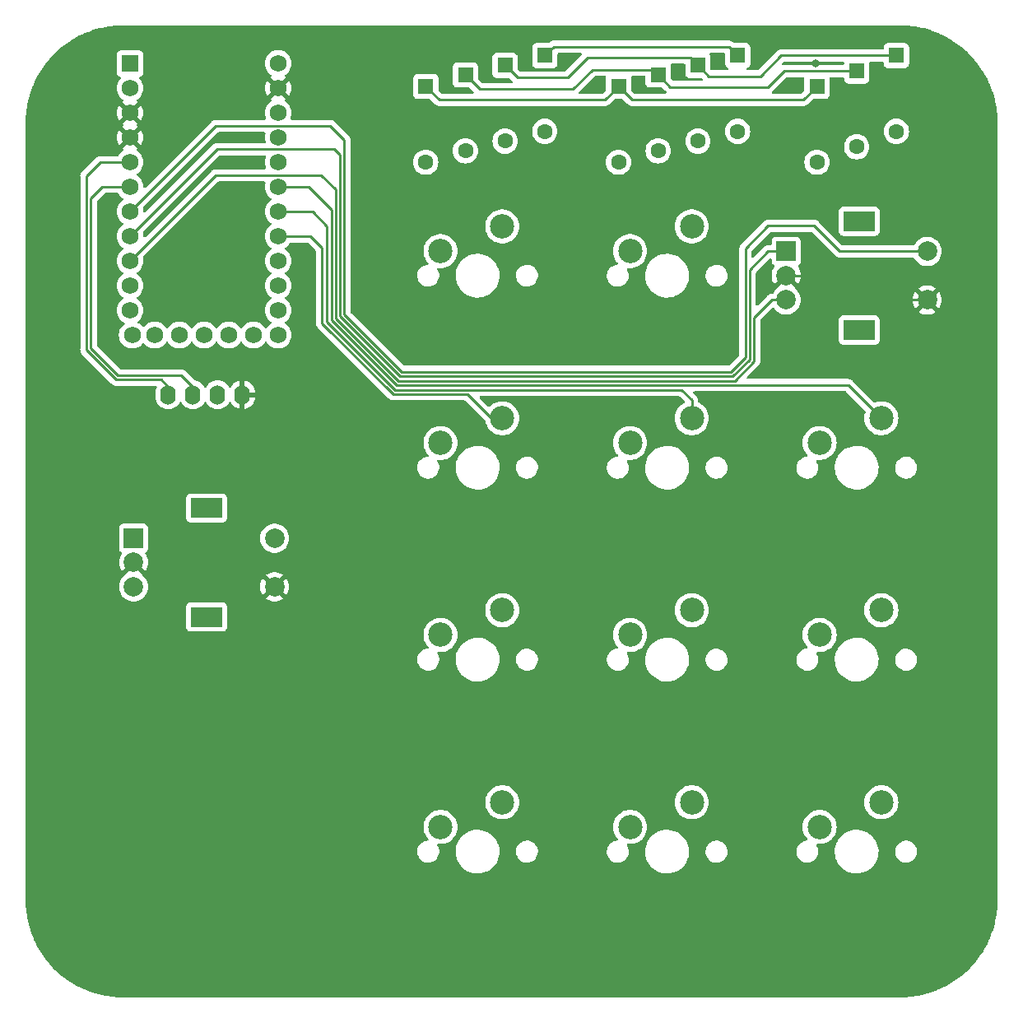
<source format=gbr>
%TF.GenerationSoftware,KiCad,Pcbnew,7.0.9-7.0.9~ubuntu22.04.1*%
%TF.CreationDate,2023-12-14T18:44:13-05:00*%
%TF.ProjectId,macrocoaster_v2,6d616372-6f63-46f6-9173-7465725f7632,rev?*%
%TF.SameCoordinates,Original*%
%TF.FileFunction,Copper,L2,Bot*%
%TF.FilePolarity,Positive*%
%FSLAX46Y46*%
G04 Gerber Fmt 4.6, Leading zero omitted, Abs format (unit mm)*
G04 Created by KiCad (PCBNEW 7.0.9-7.0.9~ubuntu22.04.1) date 2023-12-14 18:44:13*
%MOMM*%
%LPD*%
G01*
G04 APERTURE LIST*
%TA.AperFunction,ComponentPad*%
%ADD10R,1.752600X1.752600*%
%TD*%
%TA.AperFunction,ComponentPad*%
%ADD11C,1.752600*%
%TD*%
%TA.AperFunction,ComponentPad*%
%ADD12O,1.600000X2.000000*%
%TD*%
%TA.AperFunction,ComponentPad*%
%ADD13C,2.500000*%
%TD*%
%TA.AperFunction,ComponentPad*%
%ADD14C,1.600000*%
%TD*%
%TA.AperFunction,ComponentPad*%
%ADD15R,1.600000X1.600000*%
%TD*%
%TA.AperFunction,ComponentPad*%
%ADD16R,2.000000X2.000000*%
%TD*%
%TA.AperFunction,ComponentPad*%
%ADD17C,2.000000*%
%TD*%
%TA.AperFunction,ComponentPad*%
%ADD18R,3.200000X2.000000*%
%TD*%
%TA.AperFunction,ViaPad*%
%ADD19C,0.800000*%
%TD*%
%TA.AperFunction,Conductor*%
%ADD20C,0.250000*%
%TD*%
G04 APERTURE END LIST*
D10*
%TO.P,U1,1,TX0/PD3*%
%TO.N,unconnected-(U1-TX0{slash}PD3-Pad1)*%
X61250000Y-45920000D03*
D11*
%TO.P,U1,2,RX1/PD2*%
%TO.N,unconnected-(U1-RX1{slash}PD2-Pad2)*%
X61250000Y-48460000D03*
%TO.P,U1,3,GND*%
%TO.N,GND*%
X61250000Y-51000000D03*
%TO.P,U1,4,GND*%
X61250000Y-53540000D03*
%TO.P,U1,5,2/PD1*%
%TO.N,SDA*%
X61250000Y-56080000D03*
%TO.P,U1,6,3/PD0*%
%TO.N,SCL*%
X61250000Y-58620000D03*
%TO.P,U1,7,4/PD4*%
%TO.N,Rot But 0*%
X61250000Y-61160000D03*
%TO.P,U1,8,5/PC6*%
%TO.N,Rot 0*%
X61250000Y-63700000D03*
%TO.P,U1,9,6/PD7*%
%TO.N,Rot 1*%
X61250000Y-66240000D03*
%TO.P,U1,10,7/PE6*%
%TO.N,Rot 3*%
X61250000Y-68780000D03*
%TO.P,U1,11,8/PB4*%
%TO.N,Rot 2*%
X61250000Y-71320000D03*
%TO.P,U1,12,9/PB5*%
%TO.N,Rot But 1*%
X61478600Y-73860000D03*
%TO.P,U1,13,10/PB6*%
%TO.N,Row 3*%
X76490000Y-73860000D03*
%TO.P,U1,14,16/PB2*%
%TO.N,Row 2*%
X76490000Y-71320000D03*
%TO.P,U1,15,14/PB3*%
%TO.N,Row 1*%
X76490000Y-68780000D03*
%TO.P,U1,16,15/PB1*%
%TO.N,Row 0*%
X76490000Y-66240000D03*
%TO.P,U1,17,A0/PF7*%
%TO.N,Col 0*%
X76490000Y-63700000D03*
%TO.P,U1,18,A1/PF6*%
%TO.N,Col 1*%
X76490000Y-61160000D03*
%TO.P,U1,19,A2/PF5*%
%TO.N,Col 2*%
X76490000Y-58620000D03*
%TO.P,U1,20,A3/PF4*%
%TO.N,unconnected-(U1-A3{slash}PF4-Pad20)*%
X76490000Y-56080000D03*
%TO.P,U1,21,VCC*%
%TO.N,VCC*%
X76490000Y-53540000D03*
%TO.P,U1,22,RST*%
%TO.N,unconnected-(U1-RST-Pad22)*%
X76490000Y-51000000D03*
%TO.P,U1,23,GND*%
%TO.N,GND*%
X76490000Y-48460000D03*
%TO.P,U1,24,B0*%
%TO.N,unconnected-(U1-B0-Pad24)*%
X76490000Y-45920000D03*
%TO.P,U1,25,B7*%
%TO.N,unconnected-(U1-B7-Pad25)*%
X63790000Y-73860000D03*
%TO.P,U1,26,D5*%
%TO.N,unconnected-(U1-D5-Pad26)*%
X66330000Y-73860000D03*
%TO.P,U1,27,C7*%
%TO.N,unconnected-(U1-C7-Pad27)*%
X68870000Y-73860000D03*
%TO.P,U1,28,F1*%
%TO.N,unconnected-(U1-F1-Pad28)*%
X71410000Y-73860000D03*
%TO.P,U1,29,F0*%
%TO.N,unconnected-(U1-F0-Pad29)*%
X73950000Y-73860000D03*
%TD*%
D12*
%TO.P,Brd1,4,SDA*%
%TO.N,SDA*%
X65170000Y-80000000D03*
%TO.P,Brd1,3,SCL*%
%TO.N,SCL*%
X67710000Y-80000000D03*
%TO.P,Brd1,1,GND*%
%TO.N,GND*%
X72790000Y-80000000D03*
%TO.P,Brd1,2,VCC*%
%TO.N,VCC*%
X70250000Y-80000000D03*
%TD*%
D13*
%TO.P,SW2,1,1*%
%TO.N,Net-(D2-A)*%
X112690000Y-65210000D03*
%TO.P,SW2,2,2*%
%TO.N,Col 1*%
X119040000Y-62670000D03*
%TD*%
%TO.P,SW3,1,1*%
%TO.N,Net-(D3-A)*%
X93190000Y-84960000D03*
%TO.P,SW3,2,2*%
%TO.N,Col 0*%
X99540000Y-82420000D03*
%TD*%
D14*
%TO.P,D8,2,A*%
%TO.N,Net-(D8-A)*%
X136000000Y-54487500D03*
D15*
%TO.P,D8,1,K*%
%TO.N,Row 2*%
X136000000Y-46687500D03*
%TD*%
%TO.P,D2,1,K*%
%TO.N,Row 0*%
X123750000Y-45100000D03*
D14*
%TO.P,D2,2,A*%
%TO.N,Net-(D2-A)*%
X123750000Y-52900000D03*
%TD*%
D13*
%TO.P,SW11,1,1*%
%TO.N,Net-(D11-A)*%
X132190000Y-124460000D03*
%TO.P,SW11,2,2*%
%TO.N,Col 2*%
X138540000Y-121920000D03*
%TD*%
D15*
%TO.P,D11,1,K*%
%TO.N,Row 3*%
X131916667Y-48275000D03*
D14*
%TO.P,D11,2,A*%
%TO.N,Net-(D11-A)*%
X131916667Y-56075000D03*
%TD*%
D13*
%TO.P,SW4,2,2*%
%TO.N,Col 1*%
X119040000Y-82420000D03*
%TO.P,SW4,1,1*%
%TO.N,Net-(D4-A)*%
X112690000Y-84960000D03*
%TD*%
D16*
%TO.P,SW13,A,A*%
%TO.N,Rot 0*%
X128750000Y-65250000D03*
D17*
%TO.P,SW13,B,B*%
%TO.N,Rot 1*%
X128750000Y-70250000D03*
%TO.P,SW13,C,C*%
%TO.N,GND*%
X128750000Y-67750000D03*
D18*
%TO.P,SW13,MP*%
%TO.N,N/C*%
X136250000Y-62150000D03*
X136250000Y-73350000D03*
D17*
%TO.P,SW13,S1,S1*%
%TO.N,GND*%
X143250000Y-70250000D03*
%TO.P,SW13,S2,S2*%
%TO.N,Rot But 0*%
X143250000Y-65250000D03*
%TD*%
D13*
%TO.P,SW5,1,1*%
%TO.N,Net-(D5-A)*%
X132190000Y-84960000D03*
%TO.P,SW5,2,2*%
%TO.N,Col 2*%
X138540000Y-82420000D03*
%TD*%
D15*
%TO.P,D1,1,K*%
%TO.N,Row 0*%
X103916667Y-45100000D03*
D14*
%TO.P,D1,2,A*%
%TO.N,Net-(D1-A)*%
X103916667Y-52900000D03*
%TD*%
D13*
%TO.P,SW8,2,2*%
%TO.N,Col 2*%
X138540000Y-102170000D03*
%TO.P,SW8,1,1*%
%TO.N,Net-(D8-A)*%
X132190000Y-104710000D03*
%TD*%
D15*
%TO.P,D7,1,K*%
%TO.N,Row 2*%
X115583333Y-47100000D03*
D14*
%TO.P,D7,2,A*%
%TO.N,Net-(D7-A)*%
X115583333Y-54900000D03*
%TD*%
D13*
%TO.P,SW10,1,1*%
%TO.N,Net-(D10-A)*%
X112690000Y-124460000D03*
%TO.P,SW10,2,2*%
%TO.N,Col 1*%
X119040000Y-121920000D03*
%TD*%
%TO.P,SW9,2,2*%
%TO.N,Col 0*%
X99540000Y-121920000D03*
%TO.P,SW9,1,1*%
%TO.N,Net-(D9-A)*%
X93190000Y-124460000D03*
%TD*%
D15*
%TO.P,D4,1,K*%
%TO.N,Row 1*%
X119666666Y-46100000D03*
D14*
%TO.P,D4,2,A*%
%TO.N,Net-(D4-A)*%
X119666666Y-53900000D03*
%TD*%
D16*
%TO.P,SW14,A,A*%
%TO.N,Rot 2*%
X61620000Y-94750000D03*
D17*
%TO.P,SW14,B,B*%
%TO.N,Rot 3*%
X61620000Y-99750000D03*
%TO.P,SW14,C,C*%
%TO.N,GND*%
X61620000Y-97250000D03*
D18*
%TO.P,SW14,MP*%
%TO.N,N/C*%
X69120000Y-91650000D03*
X69120000Y-102850000D03*
D17*
%TO.P,SW14,S1,S1*%
%TO.N,GND*%
X76120000Y-99750000D03*
%TO.P,SW14,S2,S2*%
%TO.N,Rot But 1*%
X76120000Y-94750000D03*
%TD*%
D13*
%TO.P,SW7,1,1*%
%TO.N,Net-(D7-A)*%
X112690000Y-104710000D03*
%TO.P,SW7,2,2*%
%TO.N,Col 1*%
X119040000Y-102170000D03*
%TD*%
D15*
%TO.P,D5,1,K*%
%TO.N,Row 1*%
X140083334Y-45100000D03*
D14*
%TO.P,D5,2,A*%
%TO.N,Net-(D5-A)*%
X140083334Y-52900000D03*
%TD*%
%TO.P,D3,2,A*%
%TO.N,Net-(D3-A)*%
X99833333Y-53900000D03*
D15*
%TO.P,D3,1,K*%
%TO.N,Row 1*%
X99833333Y-46100000D03*
%TD*%
%TO.P,D6,1,K*%
%TO.N,Row 2*%
X95750000Y-47100000D03*
D14*
%TO.P,D6,2,A*%
%TO.N,Net-(D6-A)*%
X95750000Y-54900000D03*
%TD*%
D13*
%TO.P,SW6,2,2*%
%TO.N,Col 0*%
X99540000Y-102170000D03*
%TO.P,SW6,1,1*%
%TO.N,Net-(D6-A)*%
X93190000Y-104710000D03*
%TD*%
D14*
%TO.P,D9,2,A*%
%TO.N,Net-(D9-A)*%
X91666667Y-56075000D03*
D15*
%TO.P,D9,1,K*%
%TO.N,Row 3*%
X91666667Y-48275000D03*
%TD*%
D13*
%TO.P,SW1,1,1*%
%TO.N,Net-(D1-A)*%
X93190000Y-65210000D03*
%TO.P,SW1,2,2*%
%TO.N,Col 0*%
X99540000Y-62670000D03*
%TD*%
D15*
%TO.P,D10,1,K*%
%TO.N,Row 3*%
X111500000Y-48275000D03*
D14*
%TO.P,D10,2,A*%
%TO.N,Net-(D10-A)*%
X111500000Y-56075000D03*
%TD*%
D19*
%TO.N,GND*%
X113600000Y-48200000D03*
X121825000Y-45875000D03*
X117550000Y-46975000D03*
X131775000Y-45875000D03*
X129050000Y-48325000D03*
X106300000Y-45475000D03*
X108800000Y-48375000D03*
X71875000Y-53625000D03*
X71875000Y-56125000D03*
X71875000Y-59075000D03*
X111500000Y-62500000D03*
%TD*%
D20*
%TO.N,Row 1*%
X140083334Y-45100000D02*
X128225000Y-45100000D01*
X126100000Y-47225000D02*
X120791666Y-47225000D01*
X128225000Y-45100000D02*
X126100000Y-47225000D01*
X120791666Y-47225000D02*
X119666666Y-46100000D01*
X119666666Y-46100000D02*
X118891666Y-45325000D01*
X118891666Y-45325000D02*
X108300000Y-45325000D01*
X108300000Y-45325000D02*
X106250000Y-47375000D01*
X106250000Y-47375000D02*
X101108333Y-47375000D01*
X101108333Y-47375000D02*
X99833333Y-46100000D01*
%TO.N,Row 2*%
X136000000Y-46687500D02*
X128537500Y-46687500D01*
X128537500Y-46687500D02*
X126900000Y-48325000D01*
X126900000Y-48325000D02*
X116808333Y-48325000D01*
X116808333Y-48325000D02*
X115583333Y-47100000D01*
%TO.N,Row 0*%
X123750000Y-45100000D02*
X122850000Y-44200000D01*
X104816667Y-44200000D02*
X103916667Y-45100000D01*
X122850000Y-44200000D02*
X104816667Y-44200000D01*
%TO.N,Row 2*%
X115583333Y-47100000D02*
X115058333Y-46575000D01*
X115058333Y-46575000D02*
X108800000Y-46575000D01*
X108800000Y-46575000D02*
X106800000Y-48575000D01*
X106800000Y-48575000D02*
X97225000Y-48575000D01*
X97225000Y-48575000D02*
X95750000Y-47100000D01*
%TO.N,Row 3*%
X111500000Y-48275000D02*
X110125000Y-49650000D01*
X110125000Y-49650000D02*
X93041667Y-49650000D01*
X93041667Y-49650000D02*
X91666667Y-48275000D01*
X131916667Y-48275000D02*
X130541667Y-49650000D01*
X130541667Y-49650000D02*
X112875000Y-49650000D01*
X112875000Y-49650000D02*
X111500000Y-48275000D01*
%TO.N,Col 0*%
X99540000Y-82420000D02*
X98420000Y-82420000D01*
X98420000Y-82420000D02*
X95950000Y-79950000D01*
X88313604Y-79950000D02*
X81000000Y-72636396D01*
X95950000Y-79950000D02*
X88313604Y-79950000D01*
X81000000Y-72636396D02*
X81000000Y-64900000D01*
X81000000Y-64900000D02*
X79800000Y-63700000D01*
X79800000Y-63700000D02*
X76490000Y-63700000D01*
%TO.N,Col 1*%
X119040000Y-82420000D02*
X119040000Y-80540000D01*
X119040000Y-80540000D02*
X118000000Y-79500000D01*
X118000000Y-79500000D02*
X88500000Y-79500000D01*
X88500000Y-79500000D02*
X81500000Y-72500000D01*
X81500000Y-72500000D02*
X81500000Y-62650000D01*
X81500000Y-62650000D02*
X80010000Y-61160000D01*
X80010000Y-61160000D02*
X76490000Y-61160000D01*
%TO.N,Rot But 0*%
X143250000Y-65250000D02*
X134250000Y-65250000D01*
X81838700Y-52338700D02*
X70071300Y-52338700D01*
X134250000Y-65250000D02*
X131625000Y-62625000D01*
X126900000Y-62625000D02*
X124550000Y-64975000D01*
X83300000Y-71754416D02*
X83300000Y-53800000D01*
X131625000Y-62625000D02*
X126900000Y-62625000D01*
X70071300Y-52338700D02*
X61250000Y-61160000D01*
X124550000Y-64975000D02*
X124550000Y-76177208D01*
X124550000Y-76177208D02*
X123077208Y-77650000D01*
X123077208Y-77650000D02*
X89195584Y-77650000D01*
X83300000Y-53800000D02*
X81838700Y-52338700D01*
X89195584Y-77650000D02*
X83300000Y-71754416D01*
%TO.N,Rot 1*%
X128750000Y-70250000D02*
X127275000Y-70250000D01*
X127275000Y-70250000D02*
X125450000Y-72075000D01*
X125450000Y-72075000D02*
X125450000Y-76550000D01*
X70071300Y-57418700D02*
X61250000Y-66240000D01*
X125450000Y-76550000D02*
X123450000Y-78550000D01*
X123450000Y-78550000D02*
X88822792Y-78550000D01*
X88822792Y-78550000D02*
X82400000Y-72127208D01*
X80918700Y-57418700D02*
X70071300Y-57418700D01*
X82400000Y-72127208D02*
X82400000Y-58900000D01*
X82400000Y-58900000D02*
X80918700Y-57418700D01*
%TO.N,Rot 0*%
X128750000Y-65250000D02*
X126900000Y-65250000D01*
X82241300Y-54741300D02*
X70208700Y-54741300D01*
X126900000Y-65250000D02*
X125000000Y-67150000D01*
X125000000Y-67150000D02*
X125000000Y-76363604D01*
X125000000Y-76363604D02*
X123263604Y-78100000D01*
X123263604Y-78100000D02*
X89009188Y-78100000D01*
X89009188Y-78100000D02*
X82850000Y-71940812D01*
X82850000Y-55350000D02*
X82241300Y-54741300D01*
X82850000Y-71940812D02*
X82850000Y-55350000D01*
X70208700Y-54741300D02*
X61250000Y-63700000D01*
%TO.N,Col 2*%
X76490000Y-58620000D02*
X79620000Y-58620000D01*
X79620000Y-58620000D02*
X81950000Y-60950000D01*
X135120000Y-79000000D02*
X138540000Y-82420000D01*
X81950000Y-60950000D02*
X81950000Y-72313604D01*
X88636396Y-79000000D02*
X135120000Y-79000000D01*
X81950000Y-72313604D02*
X88636396Y-79000000D01*
%TO.N,SCL*%
X67710000Y-80000000D02*
X67710000Y-79210000D01*
X66500000Y-78000000D02*
X60000000Y-78000000D01*
X67710000Y-79210000D02*
X66500000Y-78000000D01*
X60000000Y-78000000D02*
X57200000Y-75200000D01*
X61230000Y-58600000D02*
X61250000Y-58620000D01*
X57200000Y-75200000D02*
X57200000Y-59800000D01*
X57200000Y-59800000D02*
X58400000Y-58600000D01*
X58400000Y-58600000D02*
X61230000Y-58600000D01*
%TO.N,SDA*%
X65170000Y-80000000D02*
X65170000Y-79170000D01*
X65170000Y-79170000D02*
X64450000Y-78450000D01*
X56750000Y-57500000D02*
X58170000Y-56080000D01*
X64450000Y-78450000D02*
X59813604Y-78450000D01*
X59813604Y-78450000D02*
X56750000Y-75386396D01*
X58170000Y-56080000D02*
X61250000Y-56080000D01*
X56750000Y-75386396D02*
X56750000Y-57500000D01*
%TO.N,GND*%
X128750000Y-67750000D02*
X136000000Y-67750000D01*
X136000000Y-67750000D02*
X138500000Y-70250000D01*
X138500000Y-70250000D02*
X143250000Y-70250000D01*
%TO.N,Col 0*%
X76690000Y-63500000D02*
X76490000Y-63700000D01*
%TD*%
%TA.AperFunction,Conductor*%
%TO.N,GND*%
G36*
X75123276Y-58063885D02*
G01*
X75169031Y-58116689D01*
X75178975Y-58185847D01*
X75176443Y-58198641D01*
X75127323Y-58392608D01*
X75127321Y-58392616D01*
X75108481Y-58619994D01*
X75108481Y-58620005D01*
X75127321Y-58847383D01*
X75127323Y-58847391D01*
X75183335Y-59068577D01*
X75274989Y-59277529D01*
X75399787Y-59468548D01*
X75554319Y-59636413D01*
X75554323Y-59636417D01*
X75734379Y-59776560D01*
X75734383Y-59776562D01*
X75742483Y-59780946D01*
X75792073Y-59830166D01*
X75807180Y-59898383D01*
X75783008Y-59963939D01*
X75742483Y-59999054D01*
X75734383Y-60003437D01*
X75734379Y-60003439D01*
X75554323Y-60143582D01*
X75554319Y-60143586D01*
X75399787Y-60311451D01*
X75274989Y-60502470D01*
X75183335Y-60711422D01*
X75127323Y-60932608D01*
X75127321Y-60932616D01*
X75108481Y-61159994D01*
X75108481Y-61160005D01*
X75127321Y-61387383D01*
X75127323Y-61387391D01*
X75183335Y-61608577D01*
X75274989Y-61817529D01*
X75399787Y-62008548D01*
X75554319Y-62176413D01*
X75554323Y-62176417D01*
X75734379Y-62316560D01*
X75734383Y-62316562D01*
X75742483Y-62320946D01*
X75792073Y-62370166D01*
X75807180Y-62438383D01*
X75783008Y-62503939D01*
X75742483Y-62539054D01*
X75734383Y-62543437D01*
X75734379Y-62543439D01*
X75554323Y-62683582D01*
X75554319Y-62683586D01*
X75399787Y-62851451D01*
X75274989Y-63042470D01*
X75183335Y-63251422D01*
X75127323Y-63472608D01*
X75127321Y-63472616D01*
X75108481Y-63699994D01*
X75108481Y-63700005D01*
X75127321Y-63927383D01*
X75127323Y-63927391D01*
X75183335Y-64148577D01*
X75274989Y-64357529D01*
X75399787Y-64548548D01*
X75554319Y-64716413D01*
X75554323Y-64716417D01*
X75734379Y-64856560D01*
X75734383Y-64856562D01*
X75742483Y-64860946D01*
X75792073Y-64910166D01*
X75807180Y-64978383D01*
X75783008Y-65043939D01*
X75742483Y-65079054D01*
X75734383Y-65083437D01*
X75734379Y-65083439D01*
X75554323Y-65223582D01*
X75554319Y-65223586D01*
X75399787Y-65391451D01*
X75274989Y-65582470D01*
X75183335Y-65791422D01*
X75127323Y-66012608D01*
X75127321Y-66012616D01*
X75108481Y-66239994D01*
X75108481Y-66240005D01*
X75127321Y-66467383D01*
X75127323Y-66467391D01*
X75183335Y-66688577D01*
X75274989Y-66897529D01*
X75399787Y-67088548D01*
X75554319Y-67256413D01*
X75554323Y-67256417D01*
X75734379Y-67396560D01*
X75734383Y-67396562D01*
X75742483Y-67400946D01*
X75792073Y-67450166D01*
X75807180Y-67518383D01*
X75783008Y-67583939D01*
X75742483Y-67619054D01*
X75734383Y-67623437D01*
X75734379Y-67623439D01*
X75554323Y-67763582D01*
X75554319Y-67763586D01*
X75399787Y-67931451D01*
X75274989Y-68122470D01*
X75183335Y-68331422D01*
X75127323Y-68552608D01*
X75127321Y-68552616D01*
X75108481Y-68779994D01*
X75108481Y-68780005D01*
X75127321Y-69007383D01*
X75127323Y-69007391D01*
X75183335Y-69228577D01*
X75274989Y-69437529D01*
X75399787Y-69628548D01*
X75554319Y-69796413D01*
X75554323Y-69796417D01*
X75734379Y-69936560D01*
X75734383Y-69936562D01*
X75742483Y-69940946D01*
X75792073Y-69990166D01*
X75807180Y-70058383D01*
X75783008Y-70123939D01*
X75742483Y-70159054D01*
X75734383Y-70163437D01*
X75734379Y-70163439D01*
X75554323Y-70303582D01*
X75554319Y-70303586D01*
X75399787Y-70471451D01*
X75274989Y-70662470D01*
X75183335Y-70871422D01*
X75127323Y-71092608D01*
X75127321Y-71092616D01*
X75108481Y-71319994D01*
X75108481Y-71320005D01*
X75127321Y-71547383D01*
X75127323Y-71547391D01*
X75183335Y-71768577D01*
X75274989Y-71977529D01*
X75399787Y-72168548D01*
X75554319Y-72336413D01*
X75554323Y-72336417D01*
X75734379Y-72476560D01*
X75734383Y-72476562D01*
X75742483Y-72480946D01*
X75792073Y-72530166D01*
X75807180Y-72598383D01*
X75783008Y-72663939D01*
X75742483Y-72699054D01*
X75734383Y-72703437D01*
X75734379Y-72703439D01*
X75554323Y-72843582D01*
X75554319Y-72843586D01*
X75399787Y-73011451D01*
X75323809Y-73127746D01*
X75270663Y-73173103D01*
X75201431Y-73182527D01*
X75138095Y-73153025D01*
X75116191Y-73127746D01*
X75040212Y-73011451D01*
X74885680Y-72843586D01*
X74885676Y-72843582D01*
X74795395Y-72773314D01*
X74705619Y-72703439D01*
X74504950Y-72594842D01*
X74504942Y-72594839D01*
X74289145Y-72520755D01*
X74064085Y-72483200D01*
X73835915Y-72483200D01*
X73610854Y-72520755D01*
X73395057Y-72594839D01*
X73395049Y-72594842D01*
X73194379Y-72703440D01*
X73014323Y-72843582D01*
X73014319Y-72843586D01*
X72859787Y-73011451D01*
X72783809Y-73127746D01*
X72730663Y-73173103D01*
X72661431Y-73182527D01*
X72598095Y-73153025D01*
X72576191Y-73127746D01*
X72500212Y-73011451D01*
X72345680Y-72843586D01*
X72345676Y-72843582D01*
X72255395Y-72773314D01*
X72165619Y-72703439D01*
X71964950Y-72594842D01*
X71964942Y-72594839D01*
X71749145Y-72520755D01*
X71524085Y-72483200D01*
X71295915Y-72483200D01*
X71070854Y-72520755D01*
X70855057Y-72594839D01*
X70855049Y-72594842D01*
X70654379Y-72703440D01*
X70474323Y-72843582D01*
X70474319Y-72843586D01*
X70319787Y-73011451D01*
X70243809Y-73127746D01*
X70190663Y-73173103D01*
X70121431Y-73182527D01*
X70058095Y-73153025D01*
X70036191Y-73127746D01*
X69960212Y-73011451D01*
X69805680Y-72843586D01*
X69805676Y-72843582D01*
X69715395Y-72773314D01*
X69625619Y-72703439D01*
X69424950Y-72594842D01*
X69424942Y-72594839D01*
X69209145Y-72520755D01*
X68984085Y-72483200D01*
X68755915Y-72483200D01*
X68530854Y-72520755D01*
X68315057Y-72594839D01*
X68315049Y-72594842D01*
X68114379Y-72703440D01*
X67934323Y-72843582D01*
X67934319Y-72843586D01*
X67779787Y-73011451D01*
X67703809Y-73127746D01*
X67650663Y-73173103D01*
X67581431Y-73182527D01*
X67518095Y-73153025D01*
X67496191Y-73127746D01*
X67420212Y-73011451D01*
X67265680Y-72843586D01*
X67265676Y-72843582D01*
X67175395Y-72773314D01*
X67085619Y-72703439D01*
X66884950Y-72594842D01*
X66884942Y-72594839D01*
X66669145Y-72520755D01*
X66444085Y-72483200D01*
X66215915Y-72483200D01*
X65990854Y-72520755D01*
X65775057Y-72594839D01*
X65775049Y-72594842D01*
X65574379Y-72703440D01*
X65394323Y-72843582D01*
X65394319Y-72843586D01*
X65239787Y-73011451D01*
X65163809Y-73127746D01*
X65110663Y-73173103D01*
X65041431Y-73182527D01*
X64978095Y-73153025D01*
X64956191Y-73127746D01*
X64880212Y-73011451D01*
X64725680Y-72843586D01*
X64725676Y-72843582D01*
X64635395Y-72773314D01*
X64545619Y-72703439D01*
X64344950Y-72594842D01*
X64344942Y-72594839D01*
X64129145Y-72520755D01*
X63904085Y-72483200D01*
X63675915Y-72483200D01*
X63450854Y-72520755D01*
X63235057Y-72594839D01*
X63235049Y-72594842D01*
X63034379Y-72703440D01*
X62854323Y-72843582D01*
X62854319Y-72843586D01*
X62725529Y-72983489D01*
X62665642Y-73019480D01*
X62595804Y-73017379D01*
X62543071Y-72983489D01*
X62414280Y-72843586D01*
X62414276Y-72843582D01*
X62323995Y-72773314D01*
X62234219Y-72703439D01*
X62094353Y-72627747D01*
X62044764Y-72578528D01*
X62029656Y-72510312D01*
X62053826Y-72444756D01*
X62077206Y-72420842D01*
X62185677Y-72336417D01*
X62340213Y-72168547D01*
X62465010Y-71977530D01*
X62556664Y-71768578D01*
X62612677Y-71547391D01*
X62615771Y-71510055D01*
X62631519Y-71320005D01*
X62631519Y-71319994D01*
X62612678Y-71092616D01*
X62612677Y-71092613D01*
X62612677Y-71092609D01*
X62556664Y-70871422D01*
X62465010Y-70662470D01*
X62340213Y-70471453D01*
X62340212Y-70471451D01*
X62185680Y-70303586D01*
X62185676Y-70303582D01*
X62095648Y-70233511D01*
X62005619Y-70163439D01*
X61997517Y-70159054D01*
X61947928Y-70109837D01*
X61932818Y-70041621D01*
X61956988Y-69976065D01*
X61997517Y-69940945D01*
X62005619Y-69936561D01*
X62185677Y-69796417D01*
X62340213Y-69628547D01*
X62465010Y-69437530D01*
X62556664Y-69228578D01*
X62612677Y-69007391D01*
X62612722Y-69006846D01*
X62631519Y-68780005D01*
X62631519Y-68779994D01*
X62612678Y-68552616D01*
X62612677Y-68552613D01*
X62612677Y-68552609D01*
X62556664Y-68331422D01*
X62465010Y-68122470D01*
X62452651Y-68103553D01*
X62340212Y-67931451D01*
X62185680Y-67763586D01*
X62185676Y-67763582D01*
X62071391Y-67674631D01*
X62005619Y-67623439D01*
X61997517Y-67619054D01*
X61947928Y-67569837D01*
X61932818Y-67501621D01*
X61956988Y-67436065D01*
X61997517Y-67400945D01*
X62005619Y-67396561D01*
X62185677Y-67256417D01*
X62340213Y-67088547D01*
X62465010Y-66897530D01*
X62556664Y-66688578D01*
X62612677Y-66467391D01*
X62617211Y-66412679D01*
X62631519Y-66240005D01*
X62631519Y-66239994D01*
X62612678Y-66012616D01*
X62612676Y-66012608D01*
X62579315Y-65880869D01*
X62581939Y-65811052D01*
X62611837Y-65762751D01*
X70294072Y-58080519D01*
X70355395Y-58047034D01*
X70381753Y-58044200D01*
X75056237Y-58044200D01*
X75123276Y-58063885D01*
G37*
%TD.AperFunction*%
%TA.AperFunction,Conductor*%
G36*
X127168835Y-65968269D02*
G01*
X127224768Y-66010141D01*
X127249185Y-66075605D01*
X127249501Y-66084451D01*
X127249501Y-66297876D01*
X127255908Y-66357483D01*
X127306202Y-66492328D01*
X127306206Y-66492335D01*
X127392452Y-66607544D01*
X127392455Y-66607547D01*
X127508986Y-66694783D01*
X127550857Y-66750717D01*
X127555841Y-66820408D01*
X127538484Y-66861870D01*
X127426267Y-67033631D01*
X127326412Y-67261282D01*
X127265387Y-67502261D01*
X127265385Y-67502270D01*
X127244859Y-67749994D01*
X127244859Y-67750005D01*
X127265385Y-67997729D01*
X127265387Y-67997738D01*
X127326412Y-68238717D01*
X127426266Y-68466364D01*
X127526564Y-68619882D01*
X128266922Y-67879523D01*
X128290507Y-67959844D01*
X128368239Y-68080798D01*
X128476900Y-68174952D01*
X128607685Y-68234680D01*
X128617466Y-68236086D01*
X127874100Y-68979450D01*
X127863482Y-69026148D01*
X127831376Y-69063556D01*
X127730255Y-69142262D01*
X127561833Y-69325217D01*
X127425826Y-69533394D01*
X127418987Y-69548985D01*
X127374031Y-69602470D01*
X127309329Y-69623112D01*
X127267330Y-69624432D01*
X127265172Y-69624500D01*
X127235649Y-69624500D01*
X127228778Y-69625367D01*
X127222959Y-69625825D01*
X127176374Y-69627289D01*
X127176368Y-69627290D01*
X127157126Y-69632880D01*
X127138087Y-69636823D01*
X127118217Y-69639334D01*
X127118203Y-69639337D01*
X127074883Y-69656488D01*
X127069358Y-69658380D01*
X127024613Y-69671380D01*
X127024610Y-69671381D01*
X127007366Y-69681579D01*
X126989905Y-69690133D01*
X126971274Y-69697510D01*
X126971262Y-69697517D01*
X126933570Y-69724902D01*
X126928687Y-69728109D01*
X126888580Y-69751829D01*
X126874414Y-69765995D01*
X126859624Y-69778627D01*
X126843414Y-69790404D01*
X126843411Y-69790407D01*
X126813710Y-69826309D01*
X126809777Y-69830631D01*
X125837181Y-70803228D01*
X125775858Y-70836713D01*
X125706167Y-70831729D01*
X125650233Y-70789857D01*
X125625816Y-70724393D01*
X125625500Y-70715547D01*
X125625500Y-67460452D01*
X125645185Y-67393413D01*
X125661819Y-67372771D01*
X127037820Y-65996770D01*
X127099143Y-65963285D01*
X127168835Y-65968269D01*
G37*
%TD.AperFunction*%
%TA.AperFunction,Conductor*%
G36*
X75176653Y-55386485D02*
G01*
X75222408Y-55439289D01*
X75232352Y-55508447D01*
X75223170Y-55540606D01*
X75216147Y-55556620D01*
X75183335Y-55631422D01*
X75127323Y-55852608D01*
X75127321Y-55852616D01*
X75108481Y-56079994D01*
X75108481Y-56080005D01*
X75127321Y-56307383D01*
X75127323Y-56307391D01*
X75183335Y-56528577D01*
X75203809Y-56575252D01*
X75223170Y-56619391D01*
X75232073Y-56688690D01*
X75202096Y-56751802D01*
X75142756Y-56788689D01*
X75109614Y-56793200D01*
X70154038Y-56793200D01*
X70138421Y-56791476D01*
X70138394Y-56791762D01*
X70130632Y-56791027D01*
X70061504Y-56793200D01*
X70031950Y-56793200D01*
X70031229Y-56793290D01*
X70025057Y-56794069D01*
X70019245Y-56794526D01*
X69972673Y-56795990D01*
X69972672Y-56795990D01*
X69953429Y-56801581D01*
X69934379Y-56805525D01*
X69914511Y-56808034D01*
X69871184Y-56825188D01*
X69865658Y-56827079D01*
X69820914Y-56840079D01*
X69820910Y-56840081D01*
X69803666Y-56850279D01*
X69786205Y-56858833D01*
X69767574Y-56866210D01*
X69767562Y-56866217D01*
X69729870Y-56893602D01*
X69724987Y-56896809D01*
X69684880Y-56920529D01*
X69670714Y-56934695D01*
X69655924Y-56947327D01*
X69639714Y-56959104D01*
X69639711Y-56959107D01*
X69610010Y-56995009D01*
X69606077Y-56999331D01*
X62841643Y-63763764D01*
X62780320Y-63797249D01*
X62710628Y-63792265D01*
X62654695Y-63750393D01*
X62630386Y-63686323D01*
X62612678Y-63472616D01*
X62612676Y-63472608D01*
X62579315Y-63340869D01*
X62581939Y-63271052D01*
X62611837Y-63222751D01*
X70431472Y-55403119D01*
X70492795Y-55369634D01*
X70519153Y-55366800D01*
X75109614Y-55366800D01*
X75176653Y-55386485D01*
G37*
%TD.AperFunction*%
%TA.AperFunction,Conductor*%
G36*
X75123276Y-52983885D02*
G01*
X75169031Y-53036689D01*
X75178975Y-53105847D01*
X75176443Y-53118641D01*
X75127323Y-53312608D01*
X75127321Y-53312616D01*
X75108481Y-53539994D01*
X75108481Y-53540005D01*
X75127321Y-53767383D01*
X75127323Y-53767391D01*
X75176443Y-53961359D01*
X75173818Y-54031180D01*
X75133862Y-54088497D01*
X75069261Y-54115114D01*
X75056237Y-54115800D01*
X70291438Y-54115800D01*
X70275821Y-54114076D01*
X70275794Y-54114362D01*
X70268032Y-54113627D01*
X70198904Y-54115800D01*
X70169350Y-54115800D01*
X70168629Y-54115890D01*
X70162457Y-54116669D01*
X70156645Y-54117126D01*
X70110073Y-54118590D01*
X70110072Y-54118590D01*
X70090829Y-54124181D01*
X70071779Y-54128125D01*
X70051911Y-54130634D01*
X70008584Y-54147788D01*
X70003058Y-54149679D01*
X69958314Y-54162679D01*
X69958310Y-54162681D01*
X69941066Y-54172879D01*
X69923605Y-54181433D01*
X69904974Y-54188810D01*
X69904962Y-54188817D01*
X69867270Y-54216202D01*
X69862387Y-54219409D01*
X69822280Y-54243129D01*
X69808114Y-54257295D01*
X69793324Y-54269927D01*
X69777114Y-54281704D01*
X69777111Y-54281707D01*
X69747410Y-54317609D01*
X69743477Y-54321931D01*
X62841643Y-61223764D01*
X62780320Y-61257249D01*
X62710628Y-61252265D01*
X62654695Y-61210393D01*
X62630386Y-61146323D01*
X62612678Y-60932616D01*
X62612676Y-60932608D01*
X62579315Y-60800869D01*
X62581939Y-60731052D01*
X62611837Y-60682751D01*
X70294072Y-53000519D01*
X70355395Y-52967034D01*
X70381753Y-52964200D01*
X75056237Y-52964200D01*
X75123276Y-52983885D01*
G37*
%TD.AperFunction*%
%TA.AperFunction,Conductor*%
G36*
X110156648Y-47220185D02*
G01*
X110202403Y-47272989D01*
X110212347Y-47342147D01*
X110206366Y-47365577D01*
X110205908Y-47367516D01*
X110200701Y-47415954D01*
X110199501Y-47427123D01*
X110199500Y-47427135D01*
X110199500Y-48639546D01*
X110179815Y-48706585D01*
X110163181Y-48727227D01*
X109902228Y-48988181D01*
X109840905Y-49021666D01*
X109814547Y-49024500D01*
X107534451Y-49024500D01*
X107467412Y-49004815D01*
X107421657Y-48952011D01*
X107411713Y-48882853D01*
X107440738Y-48819297D01*
X107446770Y-48812819D01*
X107761972Y-48497618D01*
X109022772Y-47236819D01*
X109084095Y-47203334D01*
X109110453Y-47200500D01*
X110089609Y-47200500D01*
X110156648Y-47220185D01*
G37*
%TD.AperFunction*%
%TA.AperFunction,Conductor*%
G36*
X114225873Y-47220185D02*
G01*
X114271628Y-47272989D01*
X114282834Y-47324500D01*
X114282834Y-47947876D01*
X114289241Y-48007483D01*
X114339535Y-48142328D01*
X114339539Y-48142335D01*
X114425785Y-48257544D01*
X114425788Y-48257547D01*
X114540997Y-48343793D01*
X114541004Y-48343797D01*
X114675850Y-48394091D01*
X114675849Y-48394091D01*
X114682777Y-48394835D01*
X114735460Y-48400500D01*
X115947880Y-48400499D01*
X116014919Y-48420184D01*
X116035561Y-48436818D01*
X116307527Y-48708784D01*
X116317352Y-48721048D01*
X116317573Y-48720866D01*
X116322543Y-48726873D01*
X116322546Y-48726876D01*
X116322547Y-48726877D01*
X116372984Y-48774241D01*
X116393863Y-48795120D01*
X116399337Y-48799366D01*
X116403778Y-48803159D01*
X116411179Y-48810109D01*
X116446573Y-48870350D01*
X116443779Y-48940164D01*
X116403685Y-48997385D01*
X116339020Y-49023845D01*
X116326294Y-49024500D01*
X113185452Y-49024500D01*
X113118413Y-49004815D01*
X113097771Y-48988181D01*
X112836818Y-48727228D01*
X112803333Y-48665905D01*
X112800499Y-48639547D01*
X112800499Y-47427129D01*
X112800498Y-47427123D01*
X112800498Y-47427116D01*
X112794091Y-47367517D01*
X112794090Y-47367515D01*
X112794090Y-47367512D01*
X112792308Y-47359969D01*
X112793624Y-47359657D01*
X112789225Y-47298142D01*
X112822709Y-47236819D01*
X112884032Y-47203334D01*
X112910391Y-47200500D01*
X114158834Y-47200500D01*
X114225873Y-47220185D01*
G37*
%TD.AperFunction*%
%TA.AperFunction,Conductor*%
G36*
X130559206Y-47332685D02*
G01*
X130604961Y-47385489D01*
X130616167Y-47437000D01*
X130616167Y-48639546D01*
X130596482Y-48706585D01*
X130579848Y-48727227D01*
X130318895Y-48988181D01*
X130257572Y-49021666D01*
X130231214Y-49024500D01*
X127384452Y-49024500D01*
X127317413Y-49004815D01*
X127271658Y-48952011D01*
X127261714Y-48882853D01*
X127290739Y-48819297D01*
X127296748Y-48812842D01*
X127299480Y-48810109D01*
X127300567Y-48809022D01*
X127315379Y-48796368D01*
X127331587Y-48784594D01*
X127361299Y-48748676D01*
X127365212Y-48744376D01*
X128760271Y-47349319D01*
X128821594Y-47315834D01*
X128847952Y-47313000D01*
X130492167Y-47313000D01*
X130559206Y-47332685D01*
G37*
%TD.AperFunction*%
%TA.AperFunction,Conductor*%
G36*
X118309205Y-45970185D02*
G01*
X118354960Y-46022989D01*
X118366166Y-46074500D01*
X118366166Y-46947870D01*
X118366167Y-46947876D01*
X118372574Y-47007483D01*
X118422868Y-47142328D01*
X118422872Y-47142335D01*
X118509118Y-47257544D01*
X118509121Y-47257547D01*
X118624330Y-47343793D01*
X118624337Y-47343797D01*
X118759183Y-47394091D01*
X118759182Y-47394091D01*
X118766110Y-47394835D01*
X118818793Y-47400500D01*
X120031212Y-47400499D01*
X120098251Y-47420184D01*
X120118893Y-47436818D01*
X120169894Y-47487819D01*
X120203379Y-47549142D01*
X120198395Y-47618834D01*
X120156523Y-47674767D01*
X120091059Y-47699184D01*
X120082213Y-47699500D01*
X117118785Y-47699500D01*
X117051746Y-47679815D01*
X117031104Y-47663181D01*
X116920151Y-47552228D01*
X116886666Y-47490905D01*
X116883832Y-47464547D01*
X116883832Y-46252129D01*
X116883831Y-46252123D01*
X116883830Y-46252116D01*
X116877424Y-46192517D01*
X116876235Y-46189330D01*
X116849569Y-46117833D01*
X116844585Y-46048141D01*
X116878070Y-45986818D01*
X116939394Y-45953334D01*
X116965751Y-45950500D01*
X118242166Y-45950500D01*
X118309205Y-45970185D01*
G37*
%TD.AperFunction*%
%TA.AperFunction,Conductor*%
G36*
X122392539Y-44845185D02*
G01*
X122438294Y-44897989D01*
X122449500Y-44949500D01*
X122449500Y-45947870D01*
X122449501Y-45947876D01*
X122455908Y-46007483D01*
X122506202Y-46142328D01*
X122506206Y-46142335D01*
X122592452Y-46257544D01*
X122592455Y-46257547D01*
X122707664Y-46343793D01*
X122707671Y-46343797D01*
X122749285Y-46359318D01*
X122805219Y-46401189D01*
X122829636Y-46466653D01*
X122814785Y-46534926D01*
X122765380Y-46584332D01*
X122705952Y-46599500D01*
X121102119Y-46599500D01*
X121035080Y-46579815D01*
X121014438Y-46563181D01*
X121003484Y-46552227D01*
X120969999Y-46490904D01*
X120967165Y-46464546D01*
X120967165Y-45252129D01*
X120967164Y-45252123D01*
X120967163Y-45252116D01*
X120960757Y-45192517D01*
X120915602Y-45071451D01*
X120910463Y-45057671D01*
X120910461Y-45057668D01*
X120885116Y-45023811D01*
X120860699Y-44958346D01*
X120875551Y-44890074D01*
X120924956Y-44840668D01*
X120984383Y-44825500D01*
X122325500Y-44825500D01*
X122392539Y-44845185D01*
G37*
%TD.AperFunction*%
%TA.AperFunction,Conductor*%
G36*
X134642539Y-45745185D02*
G01*
X134688294Y-45797989D01*
X134699500Y-45849500D01*
X134699500Y-45938000D01*
X134679815Y-46005039D01*
X134627011Y-46050794D01*
X134575500Y-46062000D01*
X128620243Y-46062000D01*
X128604622Y-46060275D01*
X128604595Y-46060561D01*
X128596833Y-46059826D01*
X128527672Y-46062000D01*
X128498150Y-46062000D01*
X128491271Y-46062868D01*
X128485457Y-46063325D01*
X128448292Y-46064493D01*
X128380667Y-46046923D01*
X128333277Y-45995582D01*
X128321167Y-45926770D01*
X128348181Y-45862334D01*
X128356699Y-45852891D01*
X128447774Y-45761816D01*
X128509096Y-45728334D01*
X128535453Y-45725500D01*
X134575500Y-45725500D01*
X134642539Y-45745185D01*
G37*
%TD.AperFunction*%
%TA.AperFunction,Conductor*%
G36*
X140913711Y-42013001D02*
G01*
X141105829Y-42019039D01*
X141109416Y-42019258D01*
X141457743Y-42050911D01*
X141719286Y-42075634D01*
X141722719Y-42076058D01*
X142054824Y-42126603D01*
X142328084Y-42169884D01*
X142331305Y-42170484D01*
X142653925Y-42239738D01*
X142929860Y-42301418D01*
X142932954Y-42302194D01*
X143247653Y-42389924D01*
X143522409Y-42469748D01*
X143525298Y-42470666D01*
X143732638Y-42542215D01*
X143832236Y-42576584D01*
X144103414Y-42674214D01*
X144106118Y-42675259D01*
X144404917Y-42799026D01*
X144564934Y-42868271D01*
X144671985Y-42914597D01*
X144963228Y-43056404D01*
X145107010Y-43129664D01*
X145223305Y-43188919D01*
X145504901Y-43347740D01*
X145756681Y-43496642D01*
X146027784Y-43671923D01*
X146206899Y-43793650D01*
X146270073Y-43836583D01*
X146529823Y-44027710D01*
X146761545Y-44207452D01*
X147000541Y-44406630D01*
X147009110Y-44413772D01*
X147229232Y-44607836D01*
X147394532Y-44763439D01*
X147460460Y-44825500D01*
X147463810Y-44828653D01*
X147671346Y-45036189D01*
X147892163Y-45270767D01*
X148086227Y-45490889D01*
X148119502Y-45530816D01*
X148292539Y-45738445D01*
X148454997Y-45947883D01*
X148472275Y-45970158D01*
X148541907Y-46064790D01*
X148663416Y-46229926D01*
X148732505Y-46331588D01*
X148828086Y-46472231D01*
X148908540Y-46596666D01*
X149003351Y-46743308D01*
X149152267Y-46995111D01*
X149311075Y-47276684D01*
X149443595Y-47536771D01*
X149585402Y-47828014D01*
X149700971Y-48095077D01*
X149824736Y-48393874D01*
X149825790Y-48396599D01*
X149923415Y-48667763D01*
X150029329Y-48974692D01*
X150030259Y-48977619D01*
X150110080Y-49252362D01*
X150120657Y-49290305D01*
X150197800Y-49567031D01*
X150198584Y-49570155D01*
X150260274Y-49846137D01*
X150329506Y-50168655D01*
X150330124Y-50171969D01*
X150373418Y-50445318D01*
X150423935Y-50777239D01*
X150424366Y-50780734D01*
X150449095Y-51042332D01*
X150480737Y-51390540D01*
X150480961Y-51394204D01*
X150487004Y-51586494D01*
X150499500Y-52000000D01*
X150499500Y-132000000D01*
X150487004Y-132413505D01*
X150480961Y-132605794D01*
X150480737Y-132609458D01*
X150449095Y-132957667D01*
X150424366Y-133219264D01*
X150423935Y-133222759D01*
X150373418Y-133554681D01*
X150330124Y-133828029D01*
X150329506Y-133831343D01*
X150260274Y-134153862D01*
X150198584Y-134429843D01*
X150197800Y-134432967D01*
X150110083Y-134747624D01*
X150030259Y-135022379D01*
X150029329Y-135025306D01*
X149923415Y-135332236D01*
X149825790Y-135603399D01*
X149824736Y-135606124D01*
X149700971Y-135904922D01*
X149585402Y-136171985D01*
X149443595Y-136463228D01*
X149311075Y-136723315D01*
X149152267Y-137004888D01*
X149003351Y-137256691D01*
X148828087Y-137527768D01*
X148663416Y-137770073D01*
X148472284Y-138029830D01*
X148292534Y-138261561D01*
X148086227Y-138509110D01*
X147892163Y-138729232D01*
X147671346Y-138963810D01*
X147463810Y-139171346D01*
X147229232Y-139392163D01*
X147009110Y-139586227D01*
X146761561Y-139792534D01*
X146600491Y-139917473D01*
X146529830Y-139972284D01*
X146270073Y-140163416D01*
X146027768Y-140328087D01*
X145756691Y-140503351D01*
X145504888Y-140652267D01*
X145223315Y-140811075D01*
X144963228Y-140943595D01*
X144671985Y-141085402D01*
X144404922Y-141200971D01*
X144106124Y-141324736D01*
X144103399Y-141325790D01*
X143832236Y-141423415D01*
X143525306Y-141529329D01*
X143522379Y-141530259D01*
X143247624Y-141610083D01*
X142932967Y-141697800D01*
X142929843Y-141698584D01*
X142653862Y-141760274D01*
X142331343Y-141829506D01*
X142328029Y-141830124D01*
X142054681Y-141873418D01*
X141722759Y-141923935D01*
X141719264Y-141924366D01*
X141457667Y-141949095D01*
X141109458Y-141980737D01*
X141105794Y-141980961D01*
X140913505Y-141987004D01*
X140500000Y-141999500D01*
X60500000Y-141999500D01*
X60086494Y-141987004D01*
X59894204Y-141980961D01*
X59890540Y-141980737D01*
X59542332Y-141949095D01*
X59280734Y-141924366D01*
X59277239Y-141923935D01*
X58945318Y-141873418D01*
X58671969Y-141830124D01*
X58668655Y-141829506D01*
X58346137Y-141760274D01*
X58070155Y-141698584D01*
X58067031Y-141697800D01*
X57752387Y-141610087D01*
X57695834Y-141593657D01*
X57477619Y-141530259D01*
X57474692Y-141529329D01*
X57167763Y-141423415D01*
X56896599Y-141325790D01*
X56893874Y-141324736D01*
X56595077Y-141200971D01*
X56328014Y-141085402D01*
X56036771Y-140943595D01*
X55776684Y-140811075D01*
X55495111Y-140652267D01*
X55243308Y-140503351D01*
X55086410Y-140401909D01*
X54972231Y-140328086D01*
X54831588Y-140232505D01*
X54729926Y-140163416D01*
X54470180Y-139972292D01*
X54238445Y-139792539D01*
X53990889Y-139586227D01*
X53770767Y-139392163D01*
X53536189Y-139171346D01*
X53328653Y-138963810D01*
X53107836Y-138729232D01*
X52913772Y-138509110D01*
X52827315Y-138405370D01*
X52707452Y-138261545D01*
X52527702Y-138029812D01*
X52336583Y-137770073D01*
X52321746Y-137748242D01*
X52171923Y-137527784D01*
X51996643Y-137256684D01*
X51847732Y-137004888D01*
X51688924Y-136723315D01*
X51556404Y-136463228D01*
X51414597Y-136171985D01*
X51368271Y-136064934D01*
X51299026Y-135904917D01*
X51175259Y-135606118D01*
X51174208Y-135603399D01*
X51076584Y-135332236D01*
X50970669Y-135025306D01*
X50969748Y-135022409D01*
X50889916Y-134747624D01*
X50802194Y-134432954D01*
X50801414Y-134429843D01*
X50739725Y-134153862D01*
X50728136Y-134099874D01*
X50670484Y-133831305D01*
X50669884Y-133828084D01*
X50626603Y-133554824D01*
X50576058Y-133222719D01*
X50575634Y-133219286D01*
X50550911Y-132957743D01*
X50519258Y-132609416D01*
X50519039Y-132605829D01*
X50512992Y-132413414D01*
X50500500Y-132000000D01*
X50500500Y-126946202D01*
X90790660Y-126946202D01*
X90800887Y-127160901D01*
X90826519Y-127266557D01*
X90851563Y-127369790D01*
X90940854Y-127565310D01*
X91065534Y-127740399D01*
X91065535Y-127740400D01*
X91065540Y-127740406D01*
X91221094Y-127888725D01*
X91221096Y-127888726D01*
X91221097Y-127888727D01*
X91401920Y-128004935D01*
X91601468Y-128084822D01*
X91706998Y-128105161D01*
X91812527Y-128125500D01*
X91812528Y-128125500D01*
X91973612Y-128125500D01*
X91973618Y-128125500D01*
X92133971Y-128110188D01*
X92340209Y-128049631D01*
X92531259Y-127951138D01*
X92700217Y-127818268D01*
X92840976Y-127655824D01*
X92948448Y-127469677D01*
X93018750Y-127266554D01*
X93046237Y-127075373D01*
X94745723Y-127075373D01*
X94775881Y-127375160D01*
X94775882Y-127375162D01*
X94845728Y-127668252D01*
X94845733Y-127668266D01*
X94954020Y-127949427D01*
X94954024Y-127949436D01*
X95098825Y-128213665D01*
X95098829Y-128213671D01*
X95277551Y-128456234D01*
X95277554Y-128456238D01*
X95277561Y-128456245D01*
X95487019Y-128672823D01*
X95723478Y-128859553D01*
X95723480Y-128859554D01*
X95723485Y-128859558D01*
X95982730Y-129013109D01*
X96260128Y-129130736D01*
X96550729Y-129210340D01*
X96849347Y-129250500D01*
X96849351Y-129250500D01*
X97075252Y-129250500D01*
X97239164Y-129239526D01*
X97300634Y-129235412D01*
X97595903Y-129175396D01*
X97880537Y-129076560D01*
X98149459Y-128940668D01*
X98397869Y-128770144D01*
X98621333Y-128568032D01*
X98815865Y-128337939D01*
X98977993Y-128083970D01*
X99104823Y-127810658D01*
X99194093Y-127522879D01*
X99244209Y-127225770D01*
X99253556Y-126946202D01*
X100950660Y-126946202D01*
X100960887Y-127160901D01*
X100986519Y-127266557D01*
X101011563Y-127369790D01*
X101100854Y-127565310D01*
X101225534Y-127740399D01*
X101225535Y-127740400D01*
X101225540Y-127740406D01*
X101381094Y-127888725D01*
X101381096Y-127888726D01*
X101381097Y-127888727D01*
X101561920Y-128004935D01*
X101761468Y-128084822D01*
X101866998Y-128105161D01*
X101972527Y-128125500D01*
X101972528Y-128125500D01*
X102133612Y-128125500D01*
X102133618Y-128125500D01*
X102293971Y-128110188D01*
X102500209Y-128049631D01*
X102691259Y-127951138D01*
X102860217Y-127818268D01*
X103000976Y-127655824D01*
X103108448Y-127469677D01*
X103178750Y-127266554D01*
X103209339Y-127053797D01*
X103204214Y-126946202D01*
X110290660Y-126946202D01*
X110300887Y-127160901D01*
X110326519Y-127266557D01*
X110351563Y-127369790D01*
X110440854Y-127565310D01*
X110565534Y-127740399D01*
X110565535Y-127740400D01*
X110565540Y-127740406D01*
X110721094Y-127888725D01*
X110721096Y-127888726D01*
X110721097Y-127888727D01*
X110901920Y-128004935D01*
X111101468Y-128084822D01*
X111206998Y-128105161D01*
X111312527Y-128125500D01*
X111312528Y-128125500D01*
X111473612Y-128125500D01*
X111473618Y-128125500D01*
X111633971Y-128110188D01*
X111840209Y-128049631D01*
X112031259Y-127951138D01*
X112200217Y-127818268D01*
X112340976Y-127655824D01*
X112448448Y-127469677D01*
X112518750Y-127266554D01*
X112546237Y-127075373D01*
X114245723Y-127075373D01*
X114275881Y-127375160D01*
X114275882Y-127375162D01*
X114345728Y-127668252D01*
X114345733Y-127668266D01*
X114454020Y-127949427D01*
X114454024Y-127949436D01*
X114598825Y-128213665D01*
X114598829Y-128213671D01*
X114777551Y-128456234D01*
X114777554Y-128456238D01*
X114777561Y-128456245D01*
X114987019Y-128672823D01*
X115223478Y-128859553D01*
X115223480Y-128859554D01*
X115223485Y-128859558D01*
X115482730Y-129013109D01*
X115760128Y-129130736D01*
X116050729Y-129210340D01*
X116349347Y-129250500D01*
X116349351Y-129250500D01*
X116575252Y-129250500D01*
X116739164Y-129239526D01*
X116800634Y-129235412D01*
X117095903Y-129175396D01*
X117380537Y-129076560D01*
X117649459Y-128940668D01*
X117897869Y-128770144D01*
X118121333Y-128568032D01*
X118315865Y-128337939D01*
X118477993Y-128083970D01*
X118604823Y-127810658D01*
X118694093Y-127522879D01*
X118744209Y-127225770D01*
X118753556Y-126946202D01*
X120450660Y-126946202D01*
X120460887Y-127160901D01*
X120486519Y-127266557D01*
X120511563Y-127369790D01*
X120600854Y-127565310D01*
X120725534Y-127740399D01*
X120725535Y-127740400D01*
X120725540Y-127740406D01*
X120881094Y-127888725D01*
X120881096Y-127888726D01*
X120881097Y-127888727D01*
X121061920Y-128004935D01*
X121261468Y-128084822D01*
X121366998Y-128105161D01*
X121472527Y-128125500D01*
X121472528Y-128125500D01*
X121633612Y-128125500D01*
X121633618Y-128125500D01*
X121793971Y-128110188D01*
X122000209Y-128049631D01*
X122191259Y-127951138D01*
X122360217Y-127818268D01*
X122500976Y-127655824D01*
X122608448Y-127469677D01*
X122678750Y-127266554D01*
X122709339Y-127053797D01*
X122704214Y-126946202D01*
X129790660Y-126946202D01*
X129800887Y-127160901D01*
X129826519Y-127266557D01*
X129851563Y-127369790D01*
X129940854Y-127565310D01*
X130065534Y-127740399D01*
X130065535Y-127740400D01*
X130065540Y-127740406D01*
X130221094Y-127888725D01*
X130221096Y-127888726D01*
X130221097Y-127888727D01*
X130401920Y-128004935D01*
X130601468Y-128084822D01*
X130706998Y-128105161D01*
X130812527Y-128125500D01*
X130812528Y-128125500D01*
X130973612Y-128125500D01*
X130973618Y-128125500D01*
X131133971Y-128110188D01*
X131340209Y-128049631D01*
X131531259Y-127951138D01*
X131700217Y-127818268D01*
X131840976Y-127655824D01*
X131948448Y-127469677D01*
X132018750Y-127266554D01*
X132046237Y-127075373D01*
X133745723Y-127075373D01*
X133775881Y-127375160D01*
X133775882Y-127375162D01*
X133845728Y-127668252D01*
X133845733Y-127668266D01*
X133954020Y-127949427D01*
X133954024Y-127949436D01*
X134098825Y-128213665D01*
X134098829Y-128213671D01*
X134277551Y-128456234D01*
X134277554Y-128456238D01*
X134277561Y-128456245D01*
X134487019Y-128672823D01*
X134723478Y-128859553D01*
X134723480Y-128859554D01*
X134723485Y-128859558D01*
X134982730Y-129013109D01*
X135260128Y-129130736D01*
X135550729Y-129210340D01*
X135849347Y-129250500D01*
X135849351Y-129250500D01*
X136075252Y-129250500D01*
X136239164Y-129239526D01*
X136300634Y-129235412D01*
X136595903Y-129175396D01*
X136880537Y-129076560D01*
X137149459Y-128940668D01*
X137397869Y-128770144D01*
X137621333Y-128568032D01*
X137815865Y-128337939D01*
X137977993Y-128083970D01*
X138104823Y-127810658D01*
X138194093Y-127522879D01*
X138244209Y-127225770D01*
X138253556Y-126946202D01*
X139950660Y-126946202D01*
X139960887Y-127160901D01*
X139986519Y-127266557D01*
X140011563Y-127369790D01*
X140100854Y-127565310D01*
X140225534Y-127740399D01*
X140225535Y-127740400D01*
X140225540Y-127740406D01*
X140381094Y-127888725D01*
X140381096Y-127888726D01*
X140381097Y-127888727D01*
X140561920Y-128004935D01*
X140761468Y-128084822D01*
X140866998Y-128105161D01*
X140972527Y-128125500D01*
X140972528Y-128125500D01*
X141133612Y-128125500D01*
X141133618Y-128125500D01*
X141293971Y-128110188D01*
X141500209Y-128049631D01*
X141691259Y-127951138D01*
X141860217Y-127818268D01*
X142000976Y-127655824D01*
X142108448Y-127469677D01*
X142178750Y-127266554D01*
X142209339Y-127053797D01*
X142199112Y-126839096D01*
X142148437Y-126630210D01*
X142059146Y-126434690D01*
X141934466Y-126259601D01*
X141934464Y-126259599D01*
X141934459Y-126259593D01*
X141778905Y-126111274D01*
X141598080Y-125995065D01*
X141398530Y-125915177D01*
X141187473Y-125874500D01*
X141187472Y-125874500D01*
X141026382Y-125874500D01*
X140866050Y-125889810D01*
X140866029Y-125889812D01*
X140866025Y-125889813D01*
X140659793Y-125950368D01*
X140468736Y-126048864D01*
X140299785Y-126181729D01*
X140299782Y-126181733D01*
X140159021Y-126344178D01*
X140051553Y-126530319D01*
X139981251Y-126733442D01*
X139981250Y-126733444D01*
X139950661Y-126946200D01*
X139950660Y-126946202D01*
X138253556Y-126946202D01*
X138254277Y-126924631D01*
X138224118Y-126624838D01*
X138154269Y-126331739D01*
X138045977Y-126050566D01*
X137901175Y-125786335D01*
X137722446Y-125543762D01*
X137512980Y-125327176D01*
X137389742Y-125229856D01*
X137276521Y-125140446D01*
X137276517Y-125140443D01*
X137276515Y-125140442D01*
X137017270Y-124986891D01*
X136739872Y-124869264D01*
X136739863Y-124869261D01*
X136449272Y-124789660D01*
X136374616Y-124779620D01*
X136150653Y-124749500D01*
X135924756Y-124749500D01*
X135924748Y-124749500D01*
X135699368Y-124764587D01*
X135699359Y-124764589D01*
X135404094Y-124824604D01*
X135119464Y-124923439D01*
X135119459Y-124923441D01*
X134850546Y-125059328D01*
X134602125Y-125229860D01*
X134378665Y-125431969D01*
X134184132Y-125662064D01*
X134022006Y-125916030D01*
X134022005Y-125916032D01*
X133931404Y-126111274D01*
X133895177Y-126189342D01*
X133888614Y-126210499D01*
X133805907Y-126477118D01*
X133796933Y-126530323D01*
X133755791Y-126774230D01*
X133750042Y-126946202D01*
X133745723Y-127075373D01*
X132046237Y-127075373D01*
X132049339Y-127053797D01*
X132039112Y-126839096D01*
X131988437Y-126630210D01*
X131899146Y-126434690D01*
X131870664Y-126394692D01*
X131847811Y-126328665D01*
X131864284Y-126260765D01*
X131914851Y-126212549D01*
X131983458Y-126199326D01*
X131990140Y-126200148D01*
X132058818Y-126210500D01*
X132321182Y-126210500D01*
X132580615Y-126171396D01*
X132831323Y-126094063D01*
X133067704Y-125980228D01*
X133284479Y-125832433D01*
X133476805Y-125653981D01*
X133640386Y-125448857D01*
X133771568Y-125221643D01*
X133867420Y-124977416D01*
X133925802Y-124721630D01*
X133945408Y-124460000D01*
X133925802Y-124198370D01*
X133867420Y-123942584D01*
X133771568Y-123698357D01*
X133640386Y-123471143D01*
X133476805Y-123266019D01*
X133476804Y-123266018D01*
X133476801Y-123266014D01*
X133284479Y-123087567D01*
X133067704Y-122939772D01*
X133067700Y-122939770D01*
X133067697Y-122939768D01*
X133067696Y-122939767D01*
X132831325Y-122825938D01*
X132831327Y-122825938D01*
X132580623Y-122748606D01*
X132580619Y-122748605D01*
X132580615Y-122748604D01*
X132455823Y-122729794D01*
X132321187Y-122709500D01*
X132321182Y-122709500D01*
X132058818Y-122709500D01*
X132058812Y-122709500D01*
X131897247Y-122733853D01*
X131799385Y-122748604D01*
X131799382Y-122748605D01*
X131799376Y-122748606D01*
X131548673Y-122825938D01*
X131312303Y-122939767D01*
X131312302Y-122939768D01*
X131095520Y-123087567D01*
X130903198Y-123266014D01*
X130739614Y-123471143D01*
X130608432Y-123698356D01*
X130512582Y-123942578D01*
X130512576Y-123942597D01*
X130454197Y-124198374D01*
X130454196Y-124198379D01*
X130434592Y-124459995D01*
X130434592Y-124460004D01*
X130454196Y-124721620D01*
X130454197Y-124721625D01*
X130512576Y-124977402D01*
X130512578Y-124977411D01*
X130512580Y-124977416D01*
X130608432Y-125221643D01*
X130739614Y-125448857D01*
X130903195Y-125653981D01*
X130903197Y-125653983D01*
X130903198Y-125653984D01*
X130912569Y-125662679D01*
X130948324Y-125722707D01*
X130945950Y-125792536D01*
X130906200Y-125849997D01*
X130841695Y-125876846D01*
X130840016Y-125877017D01*
X130706039Y-125889810D01*
X130706030Y-125889811D01*
X130706029Y-125889812D01*
X130706027Y-125889812D01*
X130706025Y-125889813D01*
X130499793Y-125950368D01*
X130308736Y-126048864D01*
X130139785Y-126181729D01*
X130139782Y-126181733D01*
X129999021Y-126344178D01*
X129891553Y-126530319D01*
X129821251Y-126733442D01*
X129821250Y-126733444D01*
X129790661Y-126946200D01*
X129790660Y-126946202D01*
X122704214Y-126946202D01*
X122699112Y-126839096D01*
X122648437Y-126630210D01*
X122559146Y-126434690D01*
X122434466Y-126259601D01*
X122434464Y-126259599D01*
X122434459Y-126259593D01*
X122278905Y-126111274D01*
X122098080Y-125995065D01*
X121898530Y-125915177D01*
X121687473Y-125874500D01*
X121687472Y-125874500D01*
X121526382Y-125874500D01*
X121366050Y-125889810D01*
X121366029Y-125889812D01*
X121366025Y-125889813D01*
X121159793Y-125950368D01*
X120968736Y-126048864D01*
X120799785Y-126181729D01*
X120799782Y-126181733D01*
X120659021Y-126344178D01*
X120551553Y-126530319D01*
X120481251Y-126733442D01*
X120481250Y-126733444D01*
X120450661Y-126946200D01*
X120450660Y-126946202D01*
X118753556Y-126946202D01*
X118754277Y-126924631D01*
X118724118Y-126624838D01*
X118654269Y-126331739D01*
X118545977Y-126050566D01*
X118401175Y-125786335D01*
X118222446Y-125543762D01*
X118012980Y-125327176D01*
X117889742Y-125229856D01*
X117776521Y-125140446D01*
X117776517Y-125140443D01*
X117776515Y-125140442D01*
X117517270Y-124986891D01*
X117239872Y-124869264D01*
X117239863Y-124869261D01*
X116949272Y-124789660D01*
X116874616Y-124779620D01*
X116650653Y-124749500D01*
X116424756Y-124749500D01*
X116424748Y-124749500D01*
X116199368Y-124764587D01*
X116199359Y-124764589D01*
X115904094Y-124824604D01*
X115619464Y-124923439D01*
X115619459Y-124923441D01*
X115350546Y-125059328D01*
X115102125Y-125229860D01*
X114878665Y-125431969D01*
X114684132Y-125662064D01*
X114522006Y-125916030D01*
X114522005Y-125916032D01*
X114431404Y-126111274D01*
X114395177Y-126189342D01*
X114388614Y-126210499D01*
X114305907Y-126477118D01*
X114296933Y-126530323D01*
X114255791Y-126774230D01*
X114250042Y-126946202D01*
X114245723Y-127075373D01*
X112546237Y-127075373D01*
X112549339Y-127053797D01*
X112539112Y-126839096D01*
X112488437Y-126630210D01*
X112399146Y-126434690D01*
X112370664Y-126394692D01*
X112347811Y-126328665D01*
X112364284Y-126260765D01*
X112414851Y-126212549D01*
X112483458Y-126199326D01*
X112490140Y-126200148D01*
X112558818Y-126210500D01*
X112821182Y-126210500D01*
X113080615Y-126171396D01*
X113331323Y-126094063D01*
X113567704Y-125980228D01*
X113784479Y-125832433D01*
X113976805Y-125653981D01*
X114140386Y-125448857D01*
X114271568Y-125221643D01*
X114367420Y-124977416D01*
X114425802Y-124721630D01*
X114445408Y-124460000D01*
X114425802Y-124198370D01*
X114367420Y-123942584D01*
X114271568Y-123698357D01*
X114140386Y-123471143D01*
X113976805Y-123266019D01*
X113976804Y-123266018D01*
X113976801Y-123266014D01*
X113784479Y-123087567D01*
X113567704Y-122939772D01*
X113567700Y-122939770D01*
X113567697Y-122939768D01*
X113567696Y-122939767D01*
X113331325Y-122825938D01*
X113331327Y-122825938D01*
X113080623Y-122748606D01*
X113080619Y-122748605D01*
X113080615Y-122748604D01*
X112955823Y-122729794D01*
X112821187Y-122709500D01*
X112821182Y-122709500D01*
X112558818Y-122709500D01*
X112558812Y-122709500D01*
X112397247Y-122733853D01*
X112299385Y-122748604D01*
X112299382Y-122748605D01*
X112299376Y-122748606D01*
X112048673Y-122825938D01*
X111812303Y-122939767D01*
X111812302Y-122939768D01*
X111595520Y-123087567D01*
X111403198Y-123266014D01*
X111239614Y-123471143D01*
X111108432Y-123698356D01*
X111012582Y-123942578D01*
X111012576Y-123942597D01*
X110954197Y-124198374D01*
X110954196Y-124198379D01*
X110934592Y-124459995D01*
X110934592Y-124460004D01*
X110954196Y-124721620D01*
X110954197Y-124721625D01*
X111012576Y-124977402D01*
X111012578Y-124977411D01*
X111012580Y-124977416D01*
X111108432Y-125221643D01*
X111239614Y-125448857D01*
X111403195Y-125653981D01*
X111403197Y-125653983D01*
X111403198Y-125653984D01*
X111412569Y-125662679D01*
X111448324Y-125722707D01*
X111445950Y-125792536D01*
X111406200Y-125849997D01*
X111341695Y-125876846D01*
X111340016Y-125877017D01*
X111206039Y-125889810D01*
X111206030Y-125889811D01*
X111206029Y-125889812D01*
X111206027Y-125889812D01*
X111206025Y-125889813D01*
X110999793Y-125950368D01*
X110808736Y-126048864D01*
X110639785Y-126181729D01*
X110639782Y-126181733D01*
X110499021Y-126344178D01*
X110391553Y-126530319D01*
X110321251Y-126733442D01*
X110321250Y-126733444D01*
X110290661Y-126946200D01*
X110290660Y-126946202D01*
X103204214Y-126946202D01*
X103199112Y-126839096D01*
X103148437Y-126630210D01*
X103059146Y-126434690D01*
X102934466Y-126259601D01*
X102934464Y-126259599D01*
X102934459Y-126259593D01*
X102778905Y-126111274D01*
X102598080Y-125995065D01*
X102398530Y-125915177D01*
X102187473Y-125874500D01*
X102187472Y-125874500D01*
X102026382Y-125874500D01*
X101866050Y-125889810D01*
X101866029Y-125889812D01*
X101866025Y-125889813D01*
X101659793Y-125950368D01*
X101468736Y-126048864D01*
X101299785Y-126181729D01*
X101299782Y-126181733D01*
X101159021Y-126344178D01*
X101051553Y-126530319D01*
X100981251Y-126733442D01*
X100981250Y-126733444D01*
X100950661Y-126946200D01*
X100950660Y-126946202D01*
X99253556Y-126946202D01*
X99254277Y-126924631D01*
X99224118Y-126624838D01*
X99154269Y-126331739D01*
X99045977Y-126050566D01*
X98901175Y-125786335D01*
X98722446Y-125543762D01*
X98512980Y-125327176D01*
X98389742Y-125229856D01*
X98276521Y-125140446D01*
X98276517Y-125140443D01*
X98276515Y-125140442D01*
X98017270Y-124986891D01*
X97739872Y-124869264D01*
X97739863Y-124869261D01*
X97449272Y-124789660D01*
X97374616Y-124779620D01*
X97150653Y-124749500D01*
X96924756Y-124749500D01*
X96924748Y-124749500D01*
X96699368Y-124764587D01*
X96699359Y-124764589D01*
X96404094Y-124824604D01*
X96119464Y-124923439D01*
X96119459Y-124923441D01*
X95850546Y-125059328D01*
X95602125Y-125229860D01*
X95378665Y-125431969D01*
X95184132Y-125662064D01*
X95022006Y-125916030D01*
X95022005Y-125916032D01*
X94931404Y-126111274D01*
X94895177Y-126189342D01*
X94888614Y-126210499D01*
X94805907Y-126477118D01*
X94796933Y-126530323D01*
X94755791Y-126774230D01*
X94750042Y-126946202D01*
X94745723Y-127075373D01*
X93046237Y-127075373D01*
X93049339Y-127053797D01*
X93039112Y-126839096D01*
X92988437Y-126630210D01*
X92899146Y-126434690D01*
X92870664Y-126394692D01*
X92847811Y-126328665D01*
X92864284Y-126260765D01*
X92914851Y-126212549D01*
X92983458Y-126199326D01*
X92990140Y-126200148D01*
X93058818Y-126210500D01*
X93321182Y-126210500D01*
X93580615Y-126171396D01*
X93831323Y-126094063D01*
X94067704Y-125980228D01*
X94284479Y-125832433D01*
X94476805Y-125653981D01*
X94640386Y-125448857D01*
X94771568Y-125221643D01*
X94867420Y-124977416D01*
X94925802Y-124721630D01*
X94945408Y-124460000D01*
X94925802Y-124198370D01*
X94867420Y-123942584D01*
X94771568Y-123698357D01*
X94640386Y-123471143D01*
X94476805Y-123266019D01*
X94476804Y-123266018D01*
X94476801Y-123266014D01*
X94284479Y-123087567D01*
X94067704Y-122939772D01*
X94067700Y-122939770D01*
X94067697Y-122939768D01*
X94067696Y-122939767D01*
X93831325Y-122825938D01*
X93831327Y-122825938D01*
X93580623Y-122748606D01*
X93580619Y-122748605D01*
X93580615Y-122748604D01*
X93455823Y-122729794D01*
X93321187Y-122709500D01*
X93321182Y-122709500D01*
X93058818Y-122709500D01*
X93058812Y-122709500D01*
X92897247Y-122733853D01*
X92799385Y-122748604D01*
X92799382Y-122748605D01*
X92799376Y-122748606D01*
X92548673Y-122825938D01*
X92312303Y-122939767D01*
X92312302Y-122939768D01*
X92095520Y-123087567D01*
X91903198Y-123266014D01*
X91739614Y-123471143D01*
X91608432Y-123698356D01*
X91512582Y-123942578D01*
X91512576Y-123942597D01*
X91454197Y-124198374D01*
X91454196Y-124198379D01*
X91434592Y-124459995D01*
X91434592Y-124460004D01*
X91454196Y-124721620D01*
X91454197Y-124721625D01*
X91512576Y-124977402D01*
X91512578Y-124977411D01*
X91512580Y-124977416D01*
X91608432Y-125221643D01*
X91739614Y-125448857D01*
X91903195Y-125653981D01*
X91903197Y-125653983D01*
X91903198Y-125653984D01*
X91912569Y-125662679D01*
X91948324Y-125722707D01*
X91945950Y-125792536D01*
X91906200Y-125849997D01*
X91841695Y-125876846D01*
X91840016Y-125877017D01*
X91706039Y-125889810D01*
X91706030Y-125889811D01*
X91706029Y-125889812D01*
X91706027Y-125889812D01*
X91706025Y-125889813D01*
X91499793Y-125950368D01*
X91308736Y-126048864D01*
X91139785Y-126181729D01*
X91139782Y-126181733D01*
X90999021Y-126344178D01*
X90891553Y-126530319D01*
X90821251Y-126733442D01*
X90821250Y-126733444D01*
X90790661Y-126946200D01*
X90790660Y-126946202D01*
X50500500Y-126946202D01*
X50500500Y-121920004D01*
X97784592Y-121920004D01*
X97804196Y-122181620D01*
X97804197Y-122181625D01*
X97862576Y-122437402D01*
X97862578Y-122437411D01*
X97862580Y-122437416D01*
X97958432Y-122681643D01*
X98089614Y-122908857D01*
X98221736Y-123074533D01*
X98253198Y-123113985D01*
X98417048Y-123266014D01*
X98445521Y-123292433D01*
X98662296Y-123440228D01*
X98662301Y-123440230D01*
X98662302Y-123440231D01*
X98662303Y-123440232D01*
X98787843Y-123500688D01*
X98898673Y-123554061D01*
X98898674Y-123554061D01*
X98898677Y-123554063D01*
X99149385Y-123631396D01*
X99408818Y-123670500D01*
X99671182Y-123670500D01*
X99930615Y-123631396D01*
X100181323Y-123554063D01*
X100417704Y-123440228D01*
X100634479Y-123292433D01*
X100826805Y-123113981D01*
X100990386Y-122908857D01*
X101121568Y-122681643D01*
X101217420Y-122437416D01*
X101275802Y-122181630D01*
X101295408Y-121920004D01*
X117284592Y-121920004D01*
X117304196Y-122181620D01*
X117304197Y-122181625D01*
X117362576Y-122437402D01*
X117362578Y-122437411D01*
X117362580Y-122437416D01*
X117458432Y-122681643D01*
X117589614Y-122908857D01*
X117721736Y-123074533D01*
X117753198Y-123113985D01*
X117917048Y-123266014D01*
X117945521Y-123292433D01*
X118162296Y-123440228D01*
X118162301Y-123440230D01*
X118162302Y-123440231D01*
X118162303Y-123440232D01*
X118287843Y-123500688D01*
X118398673Y-123554061D01*
X118398674Y-123554061D01*
X118398677Y-123554063D01*
X118649385Y-123631396D01*
X118908818Y-123670500D01*
X119171182Y-123670500D01*
X119430615Y-123631396D01*
X119681323Y-123554063D01*
X119917704Y-123440228D01*
X120134479Y-123292433D01*
X120326805Y-123113981D01*
X120490386Y-122908857D01*
X120621568Y-122681643D01*
X120717420Y-122437416D01*
X120775802Y-122181630D01*
X120795408Y-121920004D01*
X136784592Y-121920004D01*
X136804196Y-122181620D01*
X136804197Y-122181625D01*
X136862576Y-122437402D01*
X136862578Y-122437411D01*
X136862580Y-122437416D01*
X136958432Y-122681643D01*
X137089614Y-122908857D01*
X137221736Y-123074533D01*
X137253198Y-123113985D01*
X137417048Y-123266014D01*
X137445521Y-123292433D01*
X137662296Y-123440228D01*
X137662301Y-123440230D01*
X137662302Y-123440231D01*
X137662303Y-123440232D01*
X137787843Y-123500688D01*
X137898673Y-123554061D01*
X137898674Y-123554061D01*
X137898677Y-123554063D01*
X138149385Y-123631396D01*
X138408818Y-123670500D01*
X138671182Y-123670500D01*
X138930615Y-123631396D01*
X139181323Y-123554063D01*
X139417704Y-123440228D01*
X139634479Y-123292433D01*
X139826805Y-123113981D01*
X139990386Y-122908857D01*
X140121568Y-122681643D01*
X140217420Y-122437416D01*
X140275802Y-122181630D01*
X140295408Y-121920000D01*
X140275802Y-121658370D01*
X140217420Y-121402584D01*
X140121568Y-121158357D01*
X139990386Y-120931143D01*
X139826805Y-120726019D01*
X139826804Y-120726018D01*
X139826801Y-120726014D01*
X139634479Y-120547567D01*
X139417704Y-120399772D01*
X139417700Y-120399770D01*
X139417697Y-120399768D01*
X139417696Y-120399767D01*
X139181325Y-120285938D01*
X139181327Y-120285938D01*
X138930623Y-120208606D01*
X138930619Y-120208605D01*
X138930615Y-120208604D01*
X138805823Y-120189794D01*
X138671187Y-120169500D01*
X138671182Y-120169500D01*
X138408818Y-120169500D01*
X138408812Y-120169500D01*
X138247247Y-120193853D01*
X138149385Y-120208604D01*
X138149382Y-120208605D01*
X138149376Y-120208606D01*
X137898673Y-120285938D01*
X137662303Y-120399767D01*
X137662302Y-120399768D01*
X137445520Y-120547567D01*
X137253198Y-120726014D01*
X137089614Y-120931143D01*
X136958432Y-121158356D01*
X136862582Y-121402578D01*
X136862576Y-121402597D01*
X136804197Y-121658374D01*
X136804196Y-121658379D01*
X136784592Y-121919995D01*
X136784592Y-121920004D01*
X120795408Y-121920004D01*
X120795408Y-121920000D01*
X120775802Y-121658370D01*
X120717420Y-121402584D01*
X120621568Y-121158357D01*
X120490386Y-120931143D01*
X120326805Y-120726019D01*
X120326804Y-120726018D01*
X120326801Y-120726014D01*
X120134479Y-120547567D01*
X119917704Y-120399772D01*
X119917700Y-120399770D01*
X119917697Y-120399768D01*
X119917696Y-120399767D01*
X119681325Y-120285938D01*
X119681327Y-120285938D01*
X119430623Y-120208606D01*
X119430619Y-120208605D01*
X119430615Y-120208604D01*
X119305823Y-120189794D01*
X119171187Y-120169500D01*
X119171182Y-120169500D01*
X118908818Y-120169500D01*
X118908812Y-120169500D01*
X118747247Y-120193853D01*
X118649385Y-120208604D01*
X118649382Y-120208605D01*
X118649376Y-120208606D01*
X118398673Y-120285938D01*
X118162303Y-120399767D01*
X118162302Y-120399768D01*
X117945520Y-120547567D01*
X117753198Y-120726014D01*
X117589614Y-120931143D01*
X117458432Y-121158356D01*
X117362582Y-121402578D01*
X117362576Y-121402597D01*
X117304197Y-121658374D01*
X117304196Y-121658379D01*
X117284592Y-121919995D01*
X117284592Y-121920004D01*
X101295408Y-121920004D01*
X101295408Y-121920000D01*
X101275802Y-121658370D01*
X101217420Y-121402584D01*
X101121568Y-121158357D01*
X100990386Y-120931143D01*
X100826805Y-120726019D01*
X100826804Y-120726018D01*
X100826801Y-120726014D01*
X100634479Y-120547567D01*
X100417704Y-120399772D01*
X100417700Y-120399770D01*
X100417697Y-120399768D01*
X100417696Y-120399767D01*
X100181325Y-120285938D01*
X100181327Y-120285938D01*
X99930623Y-120208606D01*
X99930619Y-120208605D01*
X99930615Y-120208604D01*
X99805823Y-120189794D01*
X99671187Y-120169500D01*
X99671182Y-120169500D01*
X99408818Y-120169500D01*
X99408812Y-120169500D01*
X99247247Y-120193853D01*
X99149385Y-120208604D01*
X99149382Y-120208605D01*
X99149376Y-120208606D01*
X98898673Y-120285938D01*
X98662303Y-120399767D01*
X98662302Y-120399768D01*
X98445520Y-120547567D01*
X98253198Y-120726014D01*
X98089614Y-120931143D01*
X97958432Y-121158356D01*
X97862582Y-121402578D01*
X97862576Y-121402597D01*
X97804197Y-121658374D01*
X97804196Y-121658379D01*
X97784592Y-121919995D01*
X97784592Y-121920004D01*
X50500500Y-121920004D01*
X50500500Y-107196202D01*
X90790660Y-107196202D01*
X90800887Y-107410901D01*
X90826519Y-107516557D01*
X90851563Y-107619790D01*
X90940854Y-107815310D01*
X91065534Y-107990399D01*
X91065535Y-107990400D01*
X91065540Y-107990406D01*
X91221094Y-108138725D01*
X91221096Y-108138726D01*
X91221097Y-108138727D01*
X91401920Y-108254935D01*
X91601468Y-108334822D01*
X91706998Y-108355161D01*
X91812527Y-108375500D01*
X91812528Y-108375500D01*
X91973612Y-108375500D01*
X91973618Y-108375500D01*
X92133971Y-108360188D01*
X92340209Y-108299631D01*
X92531259Y-108201138D01*
X92700217Y-108068268D01*
X92840976Y-107905824D01*
X92948448Y-107719677D01*
X93018750Y-107516554D01*
X93046237Y-107325373D01*
X94745723Y-107325373D01*
X94775881Y-107625160D01*
X94775882Y-107625162D01*
X94845728Y-107918252D01*
X94845733Y-107918266D01*
X94954020Y-108199427D01*
X94954024Y-108199436D01*
X95098825Y-108463665D01*
X95098829Y-108463671D01*
X95277551Y-108706234D01*
X95277554Y-108706238D01*
X95277561Y-108706245D01*
X95487019Y-108922823D01*
X95723478Y-109109553D01*
X95723480Y-109109554D01*
X95723485Y-109109558D01*
X95982730Y-109263109D01*
X96260128Y-109380736D01*
X96550729Y-109460340D01*
X96849347Y-109500500D01*
X96849351Y-109500500D01*
X97075252Y-109500500D01*
X97239164Y-109489526D01*
X97300634Y-109485412D01*
X97595903Y-109425396D01*
X97880537Y-109326560D01*
X98149459Y-109190668D01*
X98397869Y-109020144D01*
X98621333Y-108818032D01*
X98815865Y-108587939D01*
X98977993Y-108333970D01*
X99104823Y-108060658D01*
X99194093Y-107772879D01*
X99244209Y-107475770D01*
X99253556Y-107196202D01*
X100950660Y-107196202D01*
X100960887Y-107410901D01*
X100986519Y-107516557D01*
X101011563Y-107619790D01*
X101100854Y-107815310D01*
X101225534Y-107990399D01*
X101225535Y-107990400D01*
X101225540Y-107990406D01*
X101381094Y-108138725D01*
X101381096Y-108138726D01*
X101381097Y-108138727D01*
X101561920Y-108254935D01*
X101761468Y-108334822D01*
X101866998Y-108355161D01*
X101972527Y-108375500D01*
X101972528Y-108375500D01*
X102133612Y-108375500D01*
X102133618Y-108375500D01*
X102293971Y-108360188D01*
X102500209Y-108299631D01*
X102691259Y-108201138D01*
X102860217Y-108068268D01*
X103000976Y-107905824D01*
X103108448Y-107719677D01*
X103178750Y-107516554D01*
X103209339Y-107303797D01*
X103204214Y-107196202D01*
X110290660Y-107196202D01*
X110300887Y-107410901D01*
X110326519Y-107516557D01*
X110351563Y-107619790D01*
X110440854Y-107815310D01*
X110565534Y-107990399D01*
X110565535Y-107990400D01*
X110565540Y-107990406D01*
X110721094Y-108138725D01*
X110721096Y-108138726D01*
X110721097Y-108138727D01*
X110901920Y-108254935D01*
X111101468Y-108334822D01*
X111206998Y-108355161D01*
X111312527Y-108375500D01*
X111312528Y-108375500D01*
X111473612Y-108375500D01*
X111473618Y-108375500D01*
X111633971Y-108360188D01*
X111840209Y-108299631D01*
X112031259Y-108201138D01*
X112200217Y-108068268D01*
X112340976Y-107905824D01*
X112448448Y-107719677D01*
X112518750Y-107516554D01*
X112546237Y-107325373D01*
X114245723Y-107325373D01*
X114275881Y-107625160D01*
X114275882Y-107625162D01*
X114345728Y-107918252D01*
X114345733Y-107918266D01*
X114454020Y-108199427D01*
X114454024Y-108199436D01*
X114598825Y-108463665D01*
X114598829Y-108463671D01*
X114777551Y-108706234D01*
X114777554Y-108706238D01*
X114777561Y-108706245D01*
X114987019Y-108922823D01*
X115223478Y-109109553D01*
X115223480Y-109109554D01*
X115223485Y-109109558D01*
X115482730Y-109263109D01*
X115760128Y-109380736D01*
X116050729Y-109460340D01*
X116349347Y-109500500D01*
X116349351Y-109500500D01*
X116575252Y-109500500D01*
X116739164Y-109489526D01*
X116800634Y-109485412D01*
X117095903Y-109425396D01*
X117380537Y-109326560D01*
X117649459Y-109190668D01*
X117897869Y-109020144D01*
X118121333Y-108818032D01*
X118315865Y-108587939D01*
X118477993Y-108333970D01*
X118604823Y-108060658D01*
X118694093Y-107772879D01*
X118744209Y-107475770D01*
X118753556Y-107196202D01*
X120450660Y-107196202D01*
X120460887Y-107410901D01*
X120486519Y-107516557D01*
X120511563Y-107619790D01*
X120600854Y-107815310D01*
X120725534Y-107990399D01*
X120725535Y-107990400D01*
X120725540Y-107990406D01*
X120881094Y-108138725D01*
X120881096Y-108138726D01*
X120881097Y-108138727D01*
X121061920Y-108254935D01*
X121261468Y-108334822D01*
X121366998Y-108355161D01*
X121472527Y-108375500D01*
X121472528Y-108375500D01*
X121633612Y-108375500D01*
X121633618Y-108375500D01*
X121793971Y-108360188D01*
X122000209Y-108299631D01*
X122191259Y-108201138D01*
X122360217Y-108068268D01*
X122500976Y-107905824D01*
X122608448Y-107719677D01*
X122678750Y-107516554D01*
X122709339Y-107303797D01*
X122704214Y-107196202D01*
X129790660Y-107196202D01*
X129800887Y-107410901D01*
X129826519Y-107516557D01*
X129851563Y-107619790D01*
X129940854Y-107815310D01*
X130065534Y-107990399D01*
X130065535Y-107990400D01*
X130065540Y-107990406D01*
X130221094Y-108138725D01*
X130221096Y-108138726D01*
X130221097Y-108138727D01*
X130401920Y-108254935D01*
X130601468Y-108334822D01*
X130706998Y-108355161D01*
X130812527Y-108375500D01*
X130812528Y-108375500D01*
X130973612Y-108375500D01*
X130973618Y-108375500D01*
X131133971Y-108360188D01*
X131340209Y-108299631D01*
X131531259Y-108201138D01*
X131700217Y-108068268D01*
X131840976Y-107905824D01*
X131948448Y-107719677D01*
X132018750Y-107516554D01*
X132046237Y-107325373D01*
X133745723Y-107325373D01*
X133775881Y-107625160D01*
X133775882Y-107625162D01*
X133845728Y-107918252D01*
X133845733Y-107918266D01*
X133954020Y-108199427D01*
X133954024Y-108199436D01*
X134098825Y-108463665D01*
X134098829Y-108463671D01*
X134277551Y-108706234D01*
X134277554Y-108706238D01*
X134277561Y-108706245D01*
X134487019Y-108922823D01*
X134723478Y-109109553D01*
X134723480Y-109109554D01*
X134723485Y-109109558D01*
X134982730Y-109263109D01*
X135260128Y-109380736D01*
X135550729Y-109460340D01*
X135849347Y-109500500D01*
X135849351Y-109500500D01*
X136075252Y-109500500D01*
X136239164Y-109489526D01*
X136300634Y-109485412D01*
X136595903Y-109425396D01*
X136880537Y-109326560D01*
X137149459Y-109190668D01*
X137397869Y-109020144D01*
X137621333Y-108818032D01*
X137815865Y-108587939D01*
X137977993Y-108333970D01*
X138104823Y-108060658D01*
X138194093Y-107772879D01*
X138244209Y-107475770D01*
X138253556Y-107196202D01*
X139950660Y-107196202D01*
X139960887Y-107410901D01*
X139986519Y-107516557D01*
X140011563Y-107619790D01*
X140100854Y-107815310D01*
X140225534Y-107990399D01*
X140225535Y-107990400D01*
X140225540Y-107990406D01*
X140381094Y-108138725D01*
X140381096Y-108138726D01*
X140381097Y-108138727D01*
X140561920Y-108254935D01*
X140761468Y-108334822D01*
X140866998Y-108355161D01*
X140972527Y-108375500D01*
X140972528Y-108375500D01*
X141133612Y-108375500D01*
X141133618Y-108375500D01*
X141293971Y-108360188D01*
X141500209Y-108299631D01*
X141691259Y-108201138D01*
X141860217Y-108068268D01*
X142000976Y-107905824D01*
X142108448Y-107719677D01*
X142178750Y-107516554D01*
X142209339Y-107303797D01*
X142199112Y-107089096D01*
X142148437Y-106880210D01*
X142059146Y-106684690D01*
X141934466Y-106509601D01*
X141934464Y-106509599D01*
X141934459Y-106509593D01*
X141778905Y-106361274D01*
X141598080Y-106245065D01*
X141398530Y-106165177D01*
X141187473Y-106124500D01*
X141187472Y-106124500D01*
X141026382Y-106124500D01*
X140866050Y-106139810D01*
X140866029Y-106139812D01*
X140866025Y-106139813D01*
X140659793Y-106200368D01*
X140468736Y-106298864D01*
X140299785Y-106431729D01*
X140299782Y-106431733D01*
X140159021Y-106594178D01*
X140051553Y-106780319D01*
X139981251Y-106983442D01*
X139981250Y-106983444D01*
X139950661Y-107196200D01*
X139950660Y-107196202D01*
X138253556Y-107196202D01*
X138254277Y-107174631D01*
X138224118Y-106874838D01*
X138154269Y-106581739D01*
X138045977Y-106300566D01*
X137901175Y-106036335D01*
X137722446Y-105793762D01*
X137512980Y-105577176D01*
X137389742Y-105479856D01*
X137276521Y-105390446D01*
X137276517Y-105390443D01*
X137276515Y-105390442D01*
X137017270Y-105236891D01*
X136739872Y-105119264D01*
X136739863Y-105119261D01*
X136449272Y-105039660D01*
X136374616Y-105029620D01*
X136150653Y-104999500D01*
X135924756Y-104999500D01*
X135924748Y-104999500D01*
X135699368Y-105014587D01*
X135699359Y-105014589D01*
X135404094Y-105074604D01*
X135119464Y-105173439D01*
X135119459Y-105173441D01*
X134850546Y-105309328D01*
X134602125Y-105479860D01*
X134378665Y-105681969D01*
X134184132Y-105912064D01*
X134022006Y-106166030D01*
X134022005Y-106166032D01*
X133931404Y-106361274D01*
X133895177Y-106439342D01*
X133888614Y-106460499D01*
X133805907Y-106727118D01*
X133796933Y-106780323D01*
X133755791Y-107024230D01*
X133750042Y-107196202D01*
X133745723Y-107325373D01*
X132046237Y-107325373D01*
X132049339Y-107303797D01*
X132039112Y-107089096D01*
X131988437Y-106880210D01*
X131899146Y-106684690D01*
X131870664Y-106644692D01*
X131847811Y-106578665D01*
X131864284Y-106510765D01*
X131914851Y-106462549D01*
X131983458Y-106449326D01*
X131990140Y-106450148D01*
X132058818Y-106460500D01*
X132321182Y-106460500D01*
X132580615Y-106421396D01*
X132831323Y-106344063D01*
X133067704Y-106230228D01*
X133284479Y-106082433D01*
X133476805Y-105903981D01*
X133640386Y-105698857D01*
X133771568Y-105471643D01*
X133867420Y-105227416D01*
X133925802Y-104971630D01*
X133945408Y-104710000D01*
X133925802Y-104448370D01*
X133867420Y-104192584D01*
X133771568Y-103948357D01*
X133640386Y-103721143D01*
X133476805Y-103516019D01*
X133476804Y-103516018D01*
X133476801Y-103516014D01*
X133284479Y-103337567D01*
X133067704Y-103189772D01*
X133067700Y-103189770D01*
X133067697Y-103189768D01*
X133067696Y-103189767D01*
X132831325Y-103075938D01*
X132831327Y-103075938D01*
X132580623Y-102998606D01*
X132580619Y-102998605D01*
X132580615Y-102998604D01*
X132455823Y-102979794D01*
X132321187Y-102959500D01*
X132321182Y-102959500D01*
X132058818Y-102959500D01*
X132058812Y-102959500D01*
X131897247Y-102983853D01*
X131799385Y-102998604D01*
X131799382Y-102998605D01*
X131799376Y-102998606D01*
X131548673Y-103075938D01*
X131312303Y-103189767D01*
X131312302Y-103189768D01*
X131095520Y-103337567D01*
X130903198Y-103516014D01*
X130739614Y-103721143D01*
X130608432Y-103948356D01*
X130512582Y-104192578D01*
X130512576Y-104192597D01*
X130454197Y-104448374D01*
X130454196Y-104448379D01*
X130434592Y-104709995D01*
X130434592Y-104710004D01*
X130454196Y-104971620D01*
X130454197Y-104971625D01*
X130512576Y-105227402D01*
X130512578Y-105227411D01*
X130512580Y-105227416D01*
X130608432Y-105471643D01*
X130739614Y-105698857D01*
X130903195Y-105903981D01*
X130903197Y-105903983D01*
X130903198Y-105903984D01*
X130912569Y-105912679D01*
X130948324Y-105972707D01*
X130945950Y-106042536D01*
X130906200Y-106099997D01*
X130841695Y-106126846D01*
X130840016Y-106127017D01*
X130706039Y-106139810D01*
X130706030Y-106139811D01*
X130706029Y-106139812D01*
X130706027Y-106139812D01*
X130706025Y-106139813D01*
X130499793Y-106200368D01*
X130308736Y-106298864D01*
X130139785Y-106431729D01*
X130139782Y-106431733D01*
X129999021Y-106594178D01*
X129891553Y-106780319D01*
X129821251Y-106983442D01*
X129821250Y-106983444D01*
X129790661Y-107196200D01*
X129790660Y-107196202D01*
X122704214Y-107196202D01*
X122699112Y-107089096D01*
X122648437Y-106880210D01*
X122559146Y-106684690D01*
X122434466Y-106509601D01*
X122434464Y-106509599D01*
X122434459Y-106509593D01*
X122278905Y-106361274D01*
X122098080Y-106245065D01*
X121898530Y-106165177D01*
X121687473Y-106124500D01*
X121687472Y-106124500D01*
X121526382Y-106124500D01*
X121366050Y-106139810D01*
X121366029Y-106139812D01*
X121366025Y-106139813D01*
X121159793Y-106200368D01*
X120968736Y-106298864D01*
X120799785Y-106431729D01*
X120799782Y-106431733D01*
X120659021Y-106594178D01*
X120551553Y-106780319D01*
X120481251Y-106983442D01*
X120481250Y-106983444D01*
X120450661Y-107196200D01*
X120450660Y-107196202D01*
X118753556Y-107196202D01*
X118754277Y-107174631D01*
X118724118Y-106874838D01*
X118654269Y-106581739D01*
X118545977Y-106300566D01*
X118401175Y-106036335D01*
X118222446Y-105793762D01*
X118012980Y-105577176D01*
X117889742Y-105479856D01*
X117776521Y-105390446D01*
X117776517Y-105390443D01*
X117776515Y-105390442D01*
X117517270Y-105236891D01*
X117239872Y-105119264D01*
X117239863Y-105119261D01*
X116949272Y-105039660D01*
X116874616Y-105029620D01*
X116650653Y-104999500D01*
X116424756Y-104999500D01*
X116424748Y-104999500D01*
X116199368Y-105014587D01*
X116199359Y-105014589D01*
X115904094Y-105074604D01*
X115619464Y-105173439D01*
X115619459Y-105173441D01*
X115350546Y-105309328D01*
X115102125Y-105479860D01*
X114878665Y-105681969D01*
X114684132Y-105912064D01*
X114522006Y-106166030D01*
X114522005Y-106166032D01*
X114431404Y-106361274D01*
X114395177Y-106439342D01*
X114388614Y-106460499D01*
X114305907Y-106727118D01*
X114296933Y-106780323D01*
X114255791Y-107024230D01*
X114250042Y-107196202D01*
X114245723Y-107325373D01*
X112546237Y-107325373D01*
X112549339Y-107303797D01*
X112539112Y-107089096D01*
X112488437Y-106880210D01*
X112399146Y-106684690D01*
X112370664Y-106644692D01*
X112347811Y-106578665D01*
X112364284Y-106510765D01*
X112414851Y-106462549D01*
X112483458Y-106449326D01*
X112490140Y-106450148D01*
X112558818Y-106460500D01*
X112821182Y-106460500D01*
X113080615Y-106421396D01*
X113331323Y-106344063D01*
X113567704Y-106230228D01*
X113784479Y-106082433D01*
X113976805Y-105903981D01*
X114140386Y-105698857D01*
X114271568Y-105471643D01*
X114367420Y-105227416D01*
X114425802Y-104971630D01*
X114445408Y-104710000D01*
X114425802Y-104448370D01*
X114367420Y-104192584D01*
X114271568Y-103948357D01*
X114140386Y-103721143D01*
X113976805Y-103516019D01*
X113976804Y-103516018D01*
X113976801Y-103516014D01*
X113784479Y-103337567D01*
X113567704Y-103189772D01*
X113567700Y-103189770D01*
X113567697Y-103189768D01*
X113567696Y-103189767D01*
X113331325Y-103075938D01*
X113331327Y-103075938D01*
X113080623Y-102998606D01*
X113080619Y-102998605D01*
X113080615Y-102998604D01*
X112955823Y-102979794D01*
X112821187Y-102959500D01*
X112821182Y-102959500D01*
X112558818Y-102959500D01*
X112558812Y-102959500D01*
X112397247Y-102983853D01*
X112299385Y-102998604D01*
X112299382Y-102998605D01*
X112299376Y-102998606D01*
X112048673Y-103075938D01*
X111812303Y-103189767D01*
X111812302Y-103189768D01*
X111595520Y-103337567D01*
X111403198Y-103516014D01*
X111239614Y-103721143D01*
X111108432Y-103948356D01*
X111012582Y-104192578D01*
X111012576Y-104192597D01*
X110954197Y-104448374D01*
X110954196Y-104448379D01*
X110934592Y-104709995D01*
X110934592Y-104710004D01*
X110954196Y-104971620D01*
X110954197Y-104971625D01*
X111012576Y-105227402D01*
X111012578Y-105227411D01*
X111012580Y-105227416D01*
X111108432Y-105471643D01*
X111239614Y-105698857D01*
X111403195Y-105903981D01*
X111403197Y-105903983D01*
X111403198Y-105903984D01*
X111412569Y-105912679D01*
X111448324Y-105972707D01*
X111445950Y-106042536D01*
X111406200Y-106099997D01*
X111341695Y-106126846D01*
X111340016Y-106127017D01*
X111206039Y-106139810D01*
X111206030Y-106139811D01*
X111206029Y-106139812D01*
X111206027Y-106139812D01*
X111206025Y-106139813D01*
X110999793Y-106200368D01*
X110808736Y-106298864D01*
X110639785Y-106431729D01*
X110639782Y-106431733D01*
X110499021Y-106594178D01*
X110391553Y-106780319D01*
X110321251Y-106983442D01*
X110321250Y-106983444D01*
X110290661Y-107196200D01*
X110290660Y-107196202D01*
X103204214Y-107196202D01*
X103199112Y-107089096D01*
X103148437Y-106880210D01*
X103059146Y-106684690D01*
X102934466Y-106509601D01*
X102934464Y-106509599D01*
X102934459Y-106509593D01*
X102778905Y-106361274D01*
X102598080Y-106245065D01*
X102398530Y-106165177D01*
X102187473Y-106124500D01*
X102187472Y-106124500D01*
X102026382Y-106124500D01*
X101866050Y-106139810D01*
X101866029Y-106139812D01*
X101866025Y-106139813D01*
X101659793Y-106200368D01*
X101468736Y-106298864D01*
X101299785Y-106431729D01*
X101299782Y-106431733D01*
X101159021Y-106594178D01*
X101051553Y-106780319D01*
X100981251Y-106983442D01*
X100981250Y-106983444D01*
X100950661Y-107196200D01*
X100950660Y-107196202D01*
X99253556Y-107196202D01*
X99254277Y-107174631D01*
X99224118Y-106874838D01*
X99154269Y-106581739D01*
X99045977Y-106300566D01*
X98901175Y-106036335D01*
X98722446Y-105793762D01*
X98512980Y-105577176D01*
X98389742Y-105479856D01*
X98276521Y-105390446D01*
X98276517Y-105390443D01*
X98276515Y-105390442D01*
X98017270Y-105236891D01*
X97739872Y-105119264D01*
X97739863Y-105119261D01*
X97449272Y-105039660D01*
X97374616Y-105029620D01*
X97150653Y-104999500D01*
X96924756Y-104999500D01*
X96924748Y-104999500D01*
X96699368Y-105014587D01*
X96699359Y-105014589D01*
X96404094Y-105074604D01*
X96119464Y-105173439D01*
X96119459Y-105173441D01*
X95850546Y-105309328D01*
X95602125Y-105479860D01*
X95378665Y-105681969D01*
X95184132Y-105912064D01*
X95022006Y-106166030D01*
X95022005Y-106166032D01*
X94931404Y-106361274D01*
X94895177Y-106439342D01*
X94888614Y-106460499D01*
X94805907Y-106727118D01*
X94796933Y-106780323D01*
X94755791Y-107024230D01*
X94750042Y-107196202D01*
X94745723Y-107325373D01*
X93046237Y-107325373D01*
X93049339Y-107303797D01*
X93039112Y-107089096D01*
X92988437Y-106880210D01*
X92899146Y-106684690D01*
X92870664Y-106644692D01*
X92847811Y-106578665D01*
X92864284Y-106510765D01*
X92914851Y-106462549D01*
X92983458Y-106449326D01*
X92990140Y-106450148D01*
X93058818Y-106460500D01*
X93321182Y-106460500D01*
X93580615Y-106421396D01*
X93831323Y-106344063D01*
X94067704Y-106230228D01*
X94284479Y-106082433D01*
X94476805Y-105903981D01*
X94640386Y-105698857D01*
X94771568Y-105471643D01*
X94867420Y-105227416D01*
X94925802Y-104971630D01*
X94945408Y-104710000D01*
X94925802Y-104448370D01*
X94867420Y-104192584D01*
X94771568Y-103948357D01*
X94640386Y-103721143D01*
X94476805Y-103516019D01*
X94476804Y-103516018D01*
X94476801Y-103516014D01*
X94284479Y-103337567D01*
X94067704Y-103189772D01*
X94067700Y-103189770D01*
X94067697Y-103189768D01*
X94067696Y-103189767D01*
X93831325Y-103075938D01*
X93831327Y-103075938D01*
X93580623Y-102998606D01*
X93580619Y-102998605D01*
X93580615Y-102998604D01*
X93455823Y-102979794D01*
X93321187Y-102959500D01*
X93321182Y-102959500D01*
X93058818Y-102959500D01*
X93058812Y-102959500D01*
X92897247Y-102983853D01*
X92799385Y-102998604D01*
X92799382Y-102998605D01*
X92799376Y-102998606D01*
X92548673Y-103075938D01*
X92312303Y-103189767D01*
X92312302Y-103189768D01*
X92095520Y-103337567D01*
X91903198Y-103516014D01*
X91739614Y-103721143D01*
X91608432Y-103948356D01*
X91512582Y-104192578D01*
X91512576Y-104192597D01*
X91454197Y-104448374D01*
X91454196Y-104448379D01*
X91434592Y-104709995D01*
X91434592Y-104710004D01*
X91454196Y-104971620D01*
X91454197Y-104971625D01*
X91512576Y-105227402D01*
X91512578Y-105227411D01*
X91512580Y-105227416D01*
X91608432Y-105471643D01*
X91739614Y-105698857D01*
X91903195Y-105903981D01*
X91903197Y-105903983D01*
X91903198Y-105903984D01*
X91912569Y-105912679D01*
X91948324Y-105972707D01*
X91945950Y-106042536D01*
X91906200Y-106099997D01*
X91841695Y-106126846D01*
X91840016Y-106127017D01*
X91706039Y-106139810D01*
X91706030Y-106139811D01*
X91706029Y-106139812D01*
X91706027Y-106139812D01*
X91706025Y-106139813D01*
X91499793Y-106200368D01*
X91308736Y-106298864D01*
X91139785Y-106431729D01*
X91139782Y-106431733D01*
X90999021Y-106594178D01*
X90891553Y-106780319D01*
X90821251Y-106983442D01*
X90821250Y-106983444D01*
X90790661Y-107196200D01*
X90790660Y-107196202D01*
X50500500Y-107196202D01*
X50500500Y-103897870D01*
X67019500Y-103897870D01*
X67019501Y-103897876D01*
X67025908Y-103957483D01*
X67076202Y-104092328D01*
X67076206Y-104092335D01*
X67162452Y-104207544D01*
X67162455Y-104207547D01*
X67277664Y-104293793D01*
X67277671Y-104293797D01*
X67412517Y-104344091D01*
X67412516Y-104344091D01*
X67419444Y-104344835D01*
X67472127Y-104350500D01*
X70767872Y-104350499D01*
X70827483Y-104344091D01*
X70962331Y-104293796D01*
X71077546Y-104207546D01*
X71163796Y-104092331D01*
X71214091Y-103957483D01*
X71220500Y-103897873D01*
X71220499Y-102170004D01*
X97784592Y-102170004D01*
X97804196Y-102431620D01*
X97804197Y-102431625D01*
X97862576Y-102687402D01*
X97862578Y-102687411D01*
X97862580Y-102687416D01*
X97958432Y-102931643D01*
X98089614Y-103158857D01*
X98221736Y-103324533D01*
X98253198Y-103363985D01*
X98417048Y-103516014D01*
X98445521Y-103542433D01*
X98662296Y-103690228D01*
X98662301Y-103690230D01*
X98662302Y-103690231D01*
X98662303Y-103690232D01*
X98787843Y-103750688D01*
X98898673Y-103804061D01*
X98898674Y-103804061D01*
X98898677Y-103804063D01*
X99149385Y-103881396D01*
X99408818Y-103920500D01*
X99671182Y-103920500D01*
X99930615Y-103881396D01*
X100181323Y-103804063D01*
X100417704Y-103690228D01*
X100634479Y-103542433D01*
X100826805Y-103363981D01*
X100990386Y-103158857D01*
X101121568Y-102931643D01*
X101217420Y-102687416D01*
X101275802Y-102431630D01*
X101295408Y-102170004D01*
X117284592Y-102170004D01*
X117304196Y-102431620D01*
X117304197Y-102431625D01*
X117362576Y-102687402D01*
X117362578Y-102687411D01*
X117362580Y-102687416D01*
X117458432Y-102931643D01*
X117589614Y-103158857D01*
X117721736Y-103324533D01*
X117753198Y-103363985D01*
X117917048Y-103516014D01*
X117945521Y-103542433D01*
X118162296Y-103690228D01*
X118162301Y-103690230D01*
X118162302Y-103690231D01*
X118162303Y-103690232D01*
X118287843Y-103750688D01*
X118398673Y-103804061D01*
X118398674Y-103804061D01*
X118398677Y-103804063D01*
X118649385Y-103881396D01*
X118908818Y-103920500D01*
X119171182Y-103920500D01*
X119430615Y-103881396D01*
X119681323Y-103804063D01*
X119917704Y-103690228D01*
X120134479Y-103542433D01*
X120326805Y-103363981D01*
X120490386Y-103158857D01*
X120621568Y-102931643D01*
X120717420Y-102687416D01*
X120775802Y-102431630D01*
X120795408Y-102170004D01*
X136784592Y-102170004D01*
X136804196Y-102431620D01*
X136804197Y-102431625D01*
X136862576Y-102687402D01*
X136862578Y-102687411D01*
X136862580Y-102687416D01*
X136958432Y-102931643D01*
X137089614Y-103158857D01*
X137221736Y-103324533D01*
X137253198Y-103363985D01*
X137417048Y-103516014D01*
X137445521Y-103542433D01*
X137662296Y-103690228D01*
X137662301Y-103690230D01*
X137662302Y-103690231D01*
X137662303Y-103690232D01*
X137787843Y-103750688D01*
X137898673Y-103804061D01*
X137898674Y-103804061D01*
X137898677Y-103804063D01*
X138149385Y-103881396D01*
X138408818Y-103920500D01*
X138671182Y-103920500D01*
X138930615Y-103881396D01*
X139181323Y-103804063D01*
X139417704Y-103690228D01*
X139634479Y-103542433D01*
X139826805Y-103363981D01*
X139990386Y-103158857D01*
X140121568Y-102931643D01*
X140217420Y-102687416D01*
X140275802Y-102431630D01*
X140295408Y-102170000D01*
X140275802Y-101908370D01*
X140217420Y-101652584D01*
X140121568Y-101408357D01*
X139990386Y-101181143D01*
X139826805Y-100976019D01*
X139826804Y-100976018D01*
X139826801Y-100976014D01*
X139634479Y-100797567D01*
X139417704Y-100649772D01*
X139417700Y-100649770D01*
X139417697Y-100649768D01*
X139417696Y-100649767D01*
X139181325Y-100535938D01*
X139181327Y-100535938D01*
X138930623Y-100458606D01*
X138930619Y-100458605D01*
X138930615Y-100458604D01*
X138805823Y-100439794D01*
X138671187Y-100419500D01*
X138671182Y-100419500D01*
X138408818Y-100419500D01*
X138408812Y-100419500D01*
X138247247Y-100443853D01*
X138149385Y-100458604D01*
X138149382Y-100458605D01*
X138149376Y-100458606D01*
X137898673Y-100535938D01*
X137662303Y-100649767D01*
X137662302Y-100649768D01*
X137445520Y-100797567D01*
X137253198Y-100976014D01*
X137089614Y-101181143D01*
X136958432Y-101408356D01*
X136862582Y-101652578D01*
X136862576Y-101652597D01*
X136804197Y-101908374D01*
X136804196Y-101908379D01*
X136784592Y-102169995D01*
X136784592Y-102170004D01*
X120795408Y-102170004D01*
X120795408Y-102170000D01*
X120775802Y-101908370D01*
X120717420Y-101652584D01*
X120621568Y-101408357D01*
X120490386Y-101181143D01*
X120326805Y-100976019D01*
X120326804Y-100976018D01*
X120326801Y-100976014D01*
X120134479Y-100797567D01*
X119917704Y-100649772D01*
X119917700Y-100649770D01*
X119917697Y-100649768D01*
X119917696Y-100649767D01*
X119681325Y-100535938D01*
X119681327Y-100535938D01*
X119430623Y-100458606D01*
X119430619Y-100458605D01*
X119430615Y-100458604D01*
X119305823Y-100439794D01*
X119171187Y-100419500D01*
X119171182Y-100419500D01*
X118908818Y-100419500D01*
X118908812Y-100419500D01*
X118747247Y-100443853D01*
X118649385Y-100458604D01*
X118649382Y-100458605D01*
X118649376Y-100458606D01*
X118398673Y-100535938D01*
X118162303Y-100649767D01*
X118162302Y-100649768D01*
X117945520Y-100797567D01*
X117753198Y-100976014D01*
X117589614Y-101181143D01*
X117458432Y-101408356D01*
X117362582Y-101652578D01*
X117362576Y-101652597D01*
X117304197Y-101908374D01*
X117304196Y-101908379D01*
X117284592Y-102169995D01*
X117284592Y-102170004D01*
X101295408Y-102170004D01*
X101295408Y-102170000D01*
X101275802Y-101908370D01*
X101217420Y-101652584D01*
X101121568Y-101408357D01*
X100990386Y-101181143D01*
X100826805Y-100976019D01*
X100826804Y-100976018D01*
X100826801Y-100976014D01*
X100634479Y-100797567D01*
X100417704Y-100649772D01*
X100417700Y-100649770D01*
X100417697Y-100649768D01*
X100417696Y-100649767D01*
X100181325Y-100535938D01*
X100181327Y-100535938D01*
X99930623Y-100458606D01*
X99930619Y-100458605D01*
X99930615Y-100458604D01*
X99805823Y-100439794D01*
X99671187Y-100419500D01*
X99671182Y-100419500D01*
X99408818Y-100419500D01*
X99408812Y-100419500D01*
X99247247Y-100443853D01*
X99149385Y-100458604D01*
X99149382Y-100458605D01*
X99149376Y-100458606D01*
X98898673Y-100535938D01*
X98662303Y-100649767D01*
X98662302Y-100649768D01*
X98445520Y-100797567D01*
X98253198Y-100976014D01*
X98089614Y-101181143D01*
X97958432Y-101408356D01*
X97862582Y-101652578D01*
X97862576Y-101652597D01*
X97804197Y-101908374D01*
X97804196Y-101908379D01*
X97784592Y-102169995D01*
X97784592Y-102170004D01*
X71220499Y-102170004D01*
X71220499Y-101802128D01*
X71214091Y-101742517D01*
X71163796Y-101607669D01*
X71163795Y-101607668D01*
X71163793Y-101607664D01*
X71077547Y-101492455D01*
X71077544Y-101492452D01*
X70962335Y-101406206D01*
X70962328Y-101406202D01*
X70827482Y-101355908D01*
X70827483Y-101355908D01*
X70767883Y-101349501D01*
X70767881Y-101349500D01*
X70767873Y-101349500D01*
X70767864Y-101349500D01*
X67472129Y-101349500D01*
X67472123Y-101349501D01*
X67412516Y-101355908D01*
X67277671Y-101406202D01*
X67277664Y-101406206D01*
X67162455Y-101492452D01*
X67162452Y-101492455D01*
X67076206Y-101607664D01*
X67076202Y-101607671D01*
X67025908Y-101742517D01*
X67019501Y-101802116D01*
X67019501Y-101802123D01*
X67019500Y-101802135D01*
X67019500Y-103897870D01*
X50500500Y-103897870D01*
X50500500Y-99750005D01*
X60114357Y-99750005D01*
X60134890Y-99997812D01*
X60134892Y-99997824D01*
X60195936Y-100238881D01*
X60295826Y-100466606D01*
X60431833Y-100674782D01*
X60431836Y-100674785D01*
X60600256Y-100857738D01*
X60796491Y-101010474D01*
X60796493Y-101010475D01*
X61014332Y-101128364D01*
X61015190Y-101128828D01*
X61234141Y-101203994D01*
X61248964Y-101209083D01*
X61250386Y-101209571D01*
X61495665Y-101250500D01*
X61744335Y-101250500D01*
X61989614Y-101209571D01*
X62224810Y-101128828D01*
X62443509Y-101010474D01*
X62639744Y-100857738D01*
X62808164Y-100674785D01*
X62944173Y-100466607D01*
X63044063Y-100238881D01*
X63105108Y-99997821D01*
X63125643Y-99750005D01*
X74614859Y-99750005D01*
X74635385Y-99997729D01*
X74635387Y-99997738D01*
X74696412Y-100238717D01*
X74796266Y-100466364D01*
X74896564Y-100619882D01*
X75636923Y-99879523D01*
X75660507Y-99959844D01*
X75738239Y-100080798D01*
X75846900Y-100174952D01*
X75977685Y-100234680D01*
X75987466Y-100236086D01*
X75249942Y-100973609D01*
X75296768Y-101010055D01*
X75296770Y-101010056D01*
X75515385Y-101128364D01*
X75515396Y-101128369D01*
X75750506Y-101209083D01*
X75995707Y-101250000D01*
X76244293Y-101250000D01*
X76489493Y-101209083D01*
X76724603Y-101128369D01*
X76724614Y-101128364D01*
X76943228Y-101010057D01*
X76943231Y-101010055D01*
X76990056Y-100973609D01*
X76252533Y-100236086D01*
X76262315Y-100234680D01*
X76393100Y-100174952D01*
X76501761Y-100080798D01*
X76579493Y-99959844D01*
X76603076Y-99879524D01*
X77343434Y-100619882D01*
X77443731Y-100466369D01*
X77543587Y-100238717D01*
X77604612Y-99997738D01*
X77604614Y-99997729D01*
X77625141Y-99750005D01*
X77625141Y-99749994D01*
X77604614Y-99502270D01*
X77604612Y-99502261D01*
X77543587Y-99261282D01*
X77443731Y-99033630D01*
X77343434Y-98880116D01*
X76603076Y-99620475D01*
X76579493Y-99540156D01*
X76501761Y-99419202D01*
X76393100Y-99325048D01*
X76262315Y-99265320D01*
X76252534Y-99263913D01*
X76990057Y-98526390D01*
X76990056Y-98526389D01*
X76943229Y-98489943D01*
X76724614Y-98371635D01*
X76724603Y-98371630D01*
X76489493Y-98290916D01*
X76244293Y-98250000D01*
X75995707Y-98250000D01*
X75750506Y-98290916D01*
X75515396Y-98371630D01*
X75515390Y-98371632D01*
X75296761Y-98489949D01*
X75249942Y-98526388D01*
X75249942Y-98526390D01*
X75987466Y-99263913D01*
X75977685Y-99265320D01*
X75846900Y-99325048D01*
X75738239Y-99419202D01*
X75660507Y-99540156D01*
X75636923Y-99620475D01*
X74896564Y-98880116D01*
X74796267Y-99033632D01*
X74696412Y-99261282D01*
X74635387Y-99502261D01*
X74635385Y-99502270D01*
X74614859Y-99749994D01*
X74614859Y-99750005D01*
X63125643Y-99750005D01*
X63125643Y-99750000D01*
X63119686Y-99678111D01*
X63105109Y-99502187D01*
X63105107Y-99502175D01*
X63044063Y-99261118D01*
X62944173Y-99033393D01*
X62808166Y-98825217D01*
X62787860Y-98803159D01*
X62639744Y-98642262D01*
X62538623Y-98563556D01*
X62497810Y-98506846D01*
X62493697Y-98477249D01*
X61752533Y-97736086D01*
X61762315Y-97734680D01*
X61893100Y-97674952D01*
X62001761Y-97580798D01*
X62079493Y-97459844D01*
X62103076Y-97379524D01*
X62843434Y-98119882D01*
X62943731Y-97966369D01*
X63043587Y-97738717D01*
X63104612Y-97497738D01*
X63104614Y-97497729D01*
X63125141Y-97250005D01*
X63125141Y-97249994D01*
X63104614Y-97002270D01*
X63104612Y-97002261D01*
X63043587Y-96761282D01*
X62943732Y-96533632D01*
X62831515Y-96361870D01*
X62811328Y-96294981D01*
X62830508Y-96227795D01*
X62861013Y-96194782D01*
X62862329Y-96193796D01*
X62862331Y-96193796D01*
X62977546Y-96107546D01*
X63063796Y-95992331D01*
X63114091Y-95857483D01*
X63120500Y-95797873D01*
X63120500Y-94750005D01*
X74614357Y-94750005D01*
X74634890Y-94997812D01*
X74634892Y-94997824D01*
X74695936Y-95238881D01*
X74795826Y-95466606D01*
X74931833Y-95674782D01*
X74931836Y-95674785D01*
X75100256Y-95857738D01*
X75296491Y-96010474D01*
X75515190Y-96128828D01*
X75750386Y-96209571D01*
X75995665Y-96250500D01*
X76244335Y-96250500D01*
X76489614Y-96209571D01*
X76724810Y-96128828D01*
X76943509Y-96010474D01*
X77139744Y-95857738D01*
X77308164Y-95674785D01*
X77444173Y-95466607D01*
X77544063Y-95238881D01*
X77605108Y-94997821D01*
X77625643Y-94750000D01*
X77605108Y-94502179D01*
X77544063Y-94261119D01*
X77444173Y-94033393D01*
X77308166Y-93825217D01*
X77286557Y-93801744D01*
X77139744Y-93642262D01*
X76943509Y-93489526D01*
X76943507Y-93489525D01*
X76943506Y-93489524D01*
X76724811Y-93371172D01*
X76724802Y-93371169D01*
X76489616Y-93290429D01*
X76244335Y-93249500D01*
X75995665Y-93249500D01*
X75750383Y-93290429D01*
X75515197Y-93371169D01*
X75515188Y-93371172D01*
X75296493Y-93489524D01*
X75100257Y-93642261D01*
X74931833Y-93825217D01*
X74795826Y-94033393D01*
X74695936Y-94261118D01*
X74634892Y-94502175D01*
X74634890Y-94502187D01*
X74614357Y-94749994D01*
X74614357Y-94750005D01*
X63120500Y-94750005D01*
X63120499Y-93702128D01*
X63114091Y-93642517D01*
X63063796Y-93507669D01*
X63063795Y-93507668D01*
X63063793Y-93507664D01*
X62977547Y-93392455D01*
X62977544Y-93392452D01*
X62862335Y-93306206D01*
X62862328Y-93306202D01*
X62727482Y-93255908D01*
X62727483Y-93255908D01*
X62667883Y-93249501D01*
X62667881Y-93249500D01*
X62667873Y-93249500D01*
X62667864Y-93249500D01*
X60572129Y-93249500D01*
X60572123Y-93249501D01*
X60512516Y-93255908D01*
X60377671Y-93306202D01*
X60377664Y-93306206D01*
X60262455Y-93392452D01*
X60262452Y-93392455D01*
X60176206Y-93507664D01*
X60176202Y-93507671D01*
X60125908Y-93642517D01*
X60119501Y-93702116D01*
X60119501Y-93702123D01*
X60119500Y-93702135D01*
X60119500Y-95797870D01*
X60119501Y-95797876D01*
X60125908Y-95857483D01*
X60176202Y-95992328D01*
X60176206Y-95992335D01*
X60262452Y-96107544D01*
X60262455Y-96107547D01*
X60378986Y-96194783D01*
X60420857Y-96250717D01*
X60425841Y-96320408D01*
X60408484Y-96361870D01*
X60296267Y-96533631D01*
X60196412Y-96761282D01*
X60135387Y-97002261D01*
X60135385Y-97002270D01*
X60114859Y-97249994D01*
X60114859Y-97250005D01*
X60135385Y-97497729D01*
X60135387Y-97497738D01*
X60196412Y-97738717D01*
X60296266Y-97966364D01*
X60396564Y-98119882D01*
X61136922Y-97379523D01*
X61160507Y-97459844D01*
X61238239Y-97580798D01*
X61346900Y-97674952D01*
X61477685Y-97734680D01*
X61487466Y-97736086D01*
X60744100Y-98479450D01*
X60733482Y-98526148D01*
X60701376Y-98563556D01*
X60600255Y-98642262D01*
X60431833Y-98825217D01*
X60295826Y-99033393D01*
X60195936Y-99261118D01*
X60134892Y-99502175D01*
X60134890Y-99502187D01*
X60114357Y-99749994D01*
X60114357Y-99750005D01*
X50500500Y-99750005D01*
X50500500Y-92697870D01*
X67019500Y-92697870D01*
X67019501Y-92697876D01*
X67025908Y-92757483D01*
X67076202Y-92892328D01*
X67076206Y-92892335D01*
X67162452Y-93007544D01*
X67162455Y-93007547D01*
X67277664Y-93093793D01*
X67277671Y-93093797D01*
X67412517Y-93144091D01*
X67412516Y-93144091D01*
X67419444Y-93144835D01*
X67472127Y-93150500D01*
X70767872Y-93150499D01*
X70827483Y-93144091D01*
X70962331Y-93093796D01*
X71077546Y-93007546D01*
X71163796Y-92892331D01*
X71214091Y-92757483D01*
X71220500Y-92697873D01*
X71220499Y-90602128D01*
X71214091Y-90542517D01*
X71163796Y-90407669D01*
X71163795Y-90407668D01*
X71163793Y-90407664D01*
X71077547Y-90292455D01*
X71077544Y-90292452D01*
X70962335Y-90206206D01*
X70962328Y-90206202D01*
X70827482Y-90155908D01*
X70827483Y-90155908D01*
X70767883Y-90149501D01*
X70767881Y-90149500D01*
X70767873Y-90149500D01*
X70767864Y-90149500D01*
X67472129Y-90149500D01*
X67472123Y-90149501D01*
X67412516Y-90155908D01*
X67277671Y-90206202D01*
X67277664Y-90206206D01*
X67162455Y-90292452D01*
X67162452Y-90292455D01*
X67076206Y-90407664D01*
X67076202Y-90407671D01*
X67025908Y-90542517D01*
X67019501Y-90602116D01*
X67019501Y-90602123D01*
X67019500Y-90602135D01*
X67019500Y-92697870D01*
X50500500Y-92697870D01*
X50500500Y-87446202D01*
X90790660Y-87446202D01*
X90800887Y-87660901D01*
X90826519Y-87766557D01*
X90851563Y-87869790D01*
X90940854Y-88065310D01*
X91065534Y-88240399D01*
X91065535Y-88240400D01*
X91065540Y-88240406D01*
X91221094Y-88388725D01*
X91221096Y-88388726D01*
X91221097Y-88388727D01*
X91401920Y-88504935D01*
X91601468Y-88584822D01*
X91706998Y-88605161D01*
X91812527Y-88625500D01*
X91812528Y-88625500D01*
X91973612Y-88625500D01*
X91973618Y-88625500D01*
X92133971Y-88610188D01*
X92340209Y-88549631D01*
X92531259Y-88451138D01*
X92700217Y-88318268D01*
X92840976Y-88155824D01*
X92948448Y-87969677D01*
X93018750Y-87766554D01*
X93046237Y-87575373D01*
X94745723Y-87575373D01*
X94775881Y-87875160D01*
X94775882Y-87875162D01*
X94845728Y-88168252D01*
X94845733Y-88168266D01*
X94954020Y-88449427D01*
X94954024Y-88449436D01*
X95098825Y-88713665D01*
X95098829Y-88713671D01*
X95277551Y-88956234D01*
X95277554Y-88956238D01*
X95277561Y-88956245D01*
X95487019Y-89172823D01*
X95723478Y-89359553D01*
X95723480Y-89359554D01*
X95723485Y-89359558D01*
X95982730Y-89513109D01*
X96260128Y-89630736D01*
X96550729Y-89710340D01*
X96849347Y-89750500D01*
X96849351Y-89750500D01*
X97075252Y-89750500D01*
X97239164Y-89739526D01*
X97300634Y-89735412D01*
X97595903Y-89675396D01*
X97880537Y-89576560D01*
X98149459Y-89440668D01*
X98397869Y-89270144D01*
X98621333Y-89068032D01*
X98815865Y-88837939D01*
X98977993Y-88583970D01*
X99104823Y-88310658D01*
X99194093Y-88022879D01*
X99244209Y-87725770D01*
X99253556Y-87446202D01*
X100950660Y-87446202D01*
X100960887Y-87660901D01*
X100986519Y-87766557D01*
X101011563Y-87869790D01*
X101100854Y-88065310D01*
X101225534Y-88240399D01*
X101225535Y-88240400D01*
X101225540Y-88240406D01*
X101381094Y-88388725D01*
X101381096Y-88388726D01*
X101381097Y-88388727D01*
X101561920Y-88504935D01*
X101761468Y-88584822D01*
X101866998Y-88605161D01*
X101972527Y-88625500D01*
X101972528Y-88625500D01*
X102133612Y-88625500D01*
X102133618Y-88625500D01*
X102293971Y-88610188D01*
X102500209Y-88549631D01*
X102691259Y-88451138D01*
X102860217Y-88318268D01*
X103000976Y-88155824D01*
X103108448Y-87969677D01*
X103178750Y-87766554D01*
X103209339Y-87553797D01*
X103204214Y-87446202D01*
X110290660Y-87446202D01*
X110300887Y-87660901D01*
X110326519Y-87766557D01*
X110351563Y-87869790D01*
X110440854Y-88065310D01*
X110565534Y-88240399D01*
X110565535Y-88240400D01*
X110565540Y-88240406D01*
X110721094Y-88388725D01*
X110721096Y-88388726D01*
X110721097Y-88388727D01*
X110901920Y-88504935D01*
X111101468Y-88584822D01*
X111206998Y-88605161D01*
X111312527Y-88625500D01*
X111312528Y-88625500D01*
X111473612Y-88625500D01*
X111473618Y-88625500D01*
X111633971Y-88610188D01*
X111840209Y-88549631D01*
X112031259Y-88451138D01*
X112200217Y-88318268D01*
X112340976Y-88155824D01*
X112448448Y-87969677D01*
X112518750Y-87766554D01*
X112546237Y-87575373D01*
X114245723Y-87575373D01*
X114275881Y-87875160D01*
X114275882Y-87875162D01*
X114345728Y-88168252D01*
X114345733Y-88168266D01*
X114454020Y-88449427D01*
X114454024Y-88449436D01*
X114598825Y-88713665D01*
X114598829Y-88713671D01*
X114777551Y-88956234D01*
X114777554Y-88956238D01*
X114777561Y-88956245D01*
X114987019Y-89172823D01*
X115223478Y-89359553D01*
X115223480Y-89359554D01*
X115223485Y-89359558D01*
X115482730Y-89513109D01*
X115760128Y-89630736D01*
X116050729Y-89710340D01*
X116349347Y-89750500D01*
X116349351Y-89750500D01*
X116575252Y-89750500D01*
X116739164Y-89739526D01*
X116800634Y-89735412D01*
X117095903Y-89675396D01*
X117380537Y-89576560D01*
X117649459Y-89440668D01*
X117897869Y-89270144D01*
X118121333Y-89068032D01*
X118315865Y-88837939D01*
X118477993Y-88583970D01*
X118604823Y-88310658D01*
X118694093Y-88022879D01*
X118744209Y-87725770D01*
X118753556Y-87446202D01*
X120450660Y-87446202D01*
X120460887Y-87660901D01*
X120486519Y-87766557D01*
X120511563Y-87869790D01*
X120600854Y-88065310D01*
X120725534Y-88240399D01*
X120725535Y-88240400D01*
X120725540Y-88240406D01*
X120881094Y-88388725D01*
X120881096Y-88388726D01*
X120881097Y-88388727D01*
X121061920Y-88504935D01*
X121261468Y-88584822D01*
X121366998Y-88605161D01*
X121472527Y-88625500D01*
X121472528Y-88625500D01*
X121633612Y-88625500D01*
X121633618Y-88625500D01*
X121793971Y-88610188D01*
X122000209Y-88549631D01*
X122191259Y-88451138D01*
X122360217Y-88318268D01*
X122500976Y-88155824D01*
X122608448Y-87969677D01*
X122678750Y-87766554D01*
X122709339Y-87553797D01*
X122704214Y-87446202D01*
X129790660Y-87446202D01*
X129800887Y-87660901D01*
X129826519Y-87766557D01*
X129851563Y-87869790D01*
X129940854Y-88065310D01*
X130065534Y-88240399D01*
X130065535Y-88240400D01*
X130065540Y-88240406D01*
X130221094Y-88388725D01*
X130221096Y-88388726D01*
X130221097Y-88388727D01*
X130401920Y-88504935D01*
X130601468Y-88584822D01*
X130706998Y-88605161D01*
X130812527Y-88625500D01*
X130812528Y-88625500D01*
X130973612Y-88625500D01*
X130973618Y-88625500D01*
X131133971Y-88610188D01*
X131340209Y-88549631D01*
X131531259Y-88451138D01*
X131700217Y-88318268D01*
X131840976Y-88155824D01*
X131948448Y-87969677D01*
X132018750Y-87766554D01*
X132046237Y-87575373D01*
X133745723Y-87575373D01*
X133775881Y-87875160D01*
X133775882Y-87875162D01*
X133845728Y-88168252D01*
X133845733Y-88168266D01*
X133954020Y-88449427D01*
X133954024Y-88449436D01*
X134098825Y-88713665D01*
X134098829Y-88713671D01*
X134277551Y-88956234D01*
X134277554Y-88956238D01*
X134277561Y-88956245D01*
X134487019Y-89172823D01*
X134723478Y-89359553D01*
X134723480Y-89359554D01*
X134723485Y-89359558D01*
X134982730Y-89513109D01*
X135260128Y-89630736D01*
X135550729Y-89710340D01*
X135849347Y-89750500D01*
X135849351Y-89750500D01*
X136075252Y-89750500D01*
X136239164Y-89739526D01*
X136300634Y-89735412D01*
X136595903Y-89675396D01*
X136880537Y-89576560D01*
X137149459Y-89440668D01*
X137397869Y-89270144D01*
X137621333Y-89068032D01*
X137815865Y-88837939D01*
X137977993Y-88583970D01*
X138104823Y-88310658D01*
X138194093Y-88022879D01*
X138244209Y-87725770D01*
X138253556Y-87446202D01*
X139950660Y-87446202D01*
X139960887Y-87660901D01*
X139986519Y-87766557D01*
X140011563Y-87869790D01*
X140100854Y-88065310D01*
X140225534Y-88240399D01*
X140225535Y-88240400D01*
X140225540Y-88240406D01*
X140381094Y-88388725D01*
X140381096Y-88388726D01*
X140381097Y-88388727D01*
X140561920Y-88504935D01*
X140761468Y-88584822D01*
X140866998Y-88605161D01*
X140972527Y-88625500D01*
X140972528Y-88625500D01*
X141133612Y-88625500D01*
X141133618Y-88625500D01*
X141293971Y-88610188D01*
X141500209Y-88549631D01*
X141691259Y-88451138D01*
X141860217Y-88318268D01*
X142000976Y-88155824D01*
X142108448Y-87969677D01*
X142178750Y-87766554D01*
X142209339Y-87553797D01*
X142199112Y-87339096D01*
X142148437Y-87130210D01*
X142059146Y-86934690D01*
X141934466Y-86759601D01*
X141934464Y-86759599D01*
X141934459Y-86759593D01*
X141778905Y-86611274D01*
X141598080Y-86495065D01*
X141398530Y-86415177D01*
X141187473Y-86374500D01*
X141187472Y-86374500D01*
X141026382Y-86374500D01*
X140866050Y-86389810D01*
X140866029Y-86389812D01*
X140866025Y-86389813D01*
X140659793Y-86450368D01*
X140468736Y-86548864D01*
X140299785Y-86681729D01*
X140299782Y-86681733D01*
X140159021Y-86844178D01*
X140051553Y-87030319D01*
X139981251Y-87233442D01*
X139981250Y-87233444D01*
X139950661Y-87446200D01*
X139950660Y-87446202D01*
X138253556Y-87446202D01*
X138254277Y-87424631D01*
X138224118Y-87124838D01*
X138154269Y-86831739D01*
X138045977Y-86550566D01*
X137901175Y-86286335D01*
X137722446Y-86043762D01*
X137512980Y-85827176D01*
X137389742Y-85729856D01*
X137276521Y-85640446D01*
X137276517Y-85640443D01*
X137276515Y-85640442D01*
X137017270Y-85486891D01*
X136739872Y-85369264D01*
X136739863Y-85369261D01*
X136449272Y-85289660D01*
X136374616Y-85279620D01*
X136150653Y-85249500D01*
X135924756Y-85249500D01*
X135924748Y-85249500D01*
X135699368Y-85264587D01*
X135699359Y-85264589D01*
X135404094Y-85324604D01*
X135119464Y-85423439D01*
X135119459Y-85423441D01*
X134850546Y-85559328D01*
X134602125Y-85729860D01*
X134378665Y-85931969D01*
X134184132Y-86162064D01*
X134022006Y-86416030D01*
X134022005Y-86416032D01*
X133931404Y-86611274D01*
X133895177Y-86689342D01*
X133888614Y-86710499D01*
X133805907Y-86977118D01*
X133796933Y-87030323D01*
X133755791Y-87274230D01*
X133750042Y-87446202D01*
X133745723Y-87575373D01*
X132046237Y-87575373D01*
X132049339Y-87553797D01*
X132039112Y-87339096D01*
X131988437Y-87130210D01*
X131899146Y-86934690D01*
X131870664Y-86894692D01*
X131847811Y-86828665D01*
X131864284Y-86760765D01*
X131914851Y-86712549D01*
X131983458Y-86699326D01*
X131990140Y-86700148D01*
X132058818Y-86710500D01*
X132321182Y-86710500D01*
X132580615Y-86671396D01*
X132831323Y-86594063D01*
X133067704Y-86480228D01*
X133284479Y-86332433D01*
X133476805Y-86153981D01*
X133640386Y-85948857D01*
X133771568Y-85721643D01*
X133867420Y-85477416D01*
X133925802Y-85221630D01*
X133945408Y-84960000D01*
X133925802Y-84698370D01*
X133867420Y-84442584D01*
X133771568Y-84198357D01*
X133640386Y-83971143D01*
X133476805Y-83766019D01*
X133476804Y-83766018D01*
X133476801Y-83766014D01*
X133284479Y-83587567D01*
X133067704Y-83439772D01*
X133067700Y-83439770D01*
X133067697Y-83439768D01*
X133067696Y-83439767D01*
X132831325Y-83325938D01*
X132831327Y-83325938D01*
X132580623Y-83248606D01*
X132580619Y-83248605D01*
X132580615Y-83248604D01*
X132455823Y-83229794D01*
X132321187Y-83209500D01*
X132321182Y-83209500D01*
X132058818Y-83209500D01*
X132058812Y-83209500D01*
X131897247Y-83233853D01*
X131799385Y-83248604D01*
X131799382Y-83248605D01*
X131799376Y-83248606D01*
X131548673Y-83325938D01*
X131312303Y-83439767D01*
X131312302Y-83439768D01*
X131095520Y-83587567D01*
X130903198Y-83766014D01*
X130739614Y-83971143D01*
X130608432Y-84198356D01*
X130512582Y-84442578D01*
X130512576Y-84442597D01*
X130454197Y-84698374D01*
X130454196Y-84698379D01*
X130434592Y-84959995D01*
X130434592Y-84960004D01*
X130454196Y-85221620D01*
X130454197Y-85221625D01*
X130512576Y-85477402D01*
X130512578Y-85477411D01*
X130512580Y-85477416D01*
X130608432Y-85721643D01*
X130739614Y-85948857D01*
X130903195Y-86153981D01*
X130903197Y-86153983D01*
X130903198Y-86153984D01*
X130912569Y-86162679D01*
X130948324Y-86222707D01*
X130945950Y-86292536D01*
X130906200Y-86349997D01*
X130841695Y-86376846D01*
X130840016Y-86377017D01*
X130706039Y-86389810D01*
X130706030Y-86389811D01*
X130706029Y-86389812D01*
X130706027Y-86389812D01*
X130706025Y-86389813D01*
X130499793Y-86450368D01*
X130308736Y-86548864D01*
X130139785Y-86681729D01*
X130139782Y-86681733D01*
X129999021Y-86844178D01*
X129891553Y-87030319D01*
X129821251Y-87233442D01*
X129821250Y-87233444D01*
X129790661Y-87446200D01*
X129790660Y-87446202D01*
X122704214Y-87446202D01*
X122699112Y-87339096D01*
X122648437Y-87130210D01*
X122559146Y-86934690D01*
X122434466Y-86759601D01*
X122434464Y-86759599D01*
X122434459Y-86759593D01*
X122278905Y-86611274D01*
X122098080Y-86495065D01*
X121898530Y-86415177D01*
X121687473Y-86374500D01*
X121687472Y-86374500D01*
X121526382Y-86374500D01*
X121366050Y-86389810D01*
X121366029Y-86389812D01*
X121366025Y-86389813D01*
X121159793Y-86450368D01*
X120968736Y-86548864D01*
X120799785Y-86681729D01*
X120799782Y-86681733D01*
X120659021Y-86844178D01*
X120551553Y-87030319D01*
X120481251Y-87233442D01*
X120481250Y-87233444D01*
X120450661Y-87446200D01*
X120450660Y-87446202D01*
X118753556Y-87446202D01*
X118754277Y-87424631D01*
X118724118Y-87124838D01*
X118654269Y-86831739D01*
X118545977Y-86550566D01*
X118401175Y-86286335D01*
X118222446Y-86043762D01*
X118012980Y-85827176D01*
X117889742Y-85729856D01*
X117776521Y-85640446D01*
X117776517Y-85640443D01*
X117776515Y-85640442D01*
X117517270Y-85486891D01*
X117239872Y-85369264D01*
X117239863Y-85369261D01*
X116949272Y-85289660D01*
X116874616Y-85279620D01*
X116650653Y-85249500D01*
X116424756Y-85249500D01*
X116424748Y-85249500D01*
X116199368Y-85264587D01*
X116199359Y-85264589D01*
X115904094Y-85324604D01*
X115619464Y-85423439D01*
X115619459Y-85423441D01*
X115350546Y-85559328D01*
X115102125Y-85729860D01*
X114878665Y-85931969D01*
X114684132Y-86162064D01*
X114522006Y-86416030D01*
X114522005Y-86416032D01*
X114431404Y-86611274D01*
X114395177Y-86689342D01*
X114388614Y-86710499D01*
X114305907Y-86977118D01*
X114296933Y-87030323D01*
X114255791Y-87274230D01*
X114250042Y-87446202D01*
X114245723Y-87575373D01*
X112546237Y-87575373D01*
X112549339Y-87553797D01*
X112539112Y-87339096D01*
X112488437Y-87130210D01*
X112399146Y-86934690D01*
X112370664Y-86894692D01*
X112347811Y-86828665D01*
X112364284Y-86760765D01*
X112414851Y-86712549D01*
X112483458Y-86699326D01*
X112490140Y-86700148D01*
X112558818Y-86710500D01*
X112821182Y-86710500D01*
X113080615Y-86671396D01*
X113331323Y-86594063D01*
X113567704Y-86480228D01*
X113784479Y-86332433D01*
X113976805Y-86153981D01*
X114140386Y-85948857D01*
X114271568Y-85721643D01*
X114367420Y-85477416D01*
X114425802Y-85221630D01*
X114445408Y-84960000D01*
X114425802Y-84698370D01*
X114367420Y-84442584D01*
X114271568Y-84198357D01*
X114140386Y-83971143D01*
X113976805Y-83766019D01*
X113976804Y-83766018D01*
X113976801Y-83766014D01*
X113784479Y-83587567D01*
X113567704Y-83439772D01*
X113567700Y-83439770D01*
X113567697Y-83439768D01*
X113567696Y-83439767D01*
X113331325Y-83325938D01*
X113331327Y-83325938D01*
X113080623Y-83248606D01*
X113080619Y-83248605D01*
X113080615Y-83248604D01*
X112955823Y-83229794D01*
X112821187Y-83209500D01*
X112821182Y-83209500D01*
X112558818Y-83209500D01*
X112558812Y-83209500D01*
X112397247Y-83233853D01*
X112299385Y-83248604D01*
X112299382Y-83248605D01*
X112299376Y-83248606D01*
X112048673Y-83325938D01*
X111812303Y-83439767D01*
X111812302Y-83439768D01*
X111595520Y-83587567D01*
X111403198Y-83766014D01*
X111239614Y-83971143D01*
X111108432Y-84198356D01*
X111012582Y-84442578D01*
X111012576Y-84442597D01*
X110954197Y-84698374D01*
X110954196Y-84698379D01*
X110934592Y-84959995D01*
X110934592Y-84960004D01*
X110954196Y-85221620D01*
X110954197Y-85221625D01*
X111012576Y-85477402D01*
X111012578Y-85477411D01*
X111012580Y-85477416D01*
X111108432Y-85721643D01*
X111239614Y-85948857D01*
X111403195Y-86153981D01*
X111403197Y-86153983D01*
X111403198Y-86153984D01*
X111412569Y-86162679D01*
X111448324Y-86222707D01*
X111445950Y-86292536D01*
X111406200Y-86349997D01*
X111341695Y-86376846D01*
X111340016Y-86377017D01*
X111206039Y-86389810D01*
X111206030Y-86389811D01*
X111206029Y-86389812D01*
X111206027Y-86389812D01*
X111206025Y-86389813D01*
X110999793Y-86450368D01*
X110808736Y-86548864D01*
X110639785Y-86681729D01*
X110639782Y-86681733D01*
X110499021Y-86844178D01*
X110391553Y-87030319D01*
X110321251Y-87233442D01*
X110321250Y-87233444D01*
X110290661Y-87446200D01*
X110290660Y-87446202D01*
X103204214Y-87446202D01*
X103199112Y-87339096D01*
X103148437Y-87130210D01*
X103059146Y-86934690D01*
X102934466Y-86759601D01*
X102934464Y-86759599D01*
X102934459Y-86759593D01*
X102778905Y-86611274D01*
X102598080Y-86495065D01*
X102398530Y-86415177D01*
X102187473Y-86374500D01*
X102187472Y-86374500D01*
X102026382Y-86374500D01*
X101866050Y-86389810D01*
X101866029Y-86389812D01*
X101866025Y-86389813D01*
X101659793Y-86450368D01*
X101468736Y-86548864D01*
X101299785Y-86681729D01*
X101299782Y-86681733D01*
X101159021Y-86844178D01*
X101051553Y-87030319D01*
X100981251Y-87233442D01*
X100981250Y-87233444D01*
X100950661Y-87446200D01*
X100950660Y-87446202D01*
X99253556Y-87446202D01*
X99254277Y-87424631D01*
X99224118Y-87124838D01*
X99154269Y-86831739D01*
X99045977Y-86550566D01*
X98901175Y-86286335D01*
X98722446Y-86043762D01*
X98512980Y-85827176D01*
X98389742Y-85729856D01*
X98276521Y-85640446D01*
X98276517Y-85640443D01*
X98276515Y-85640442D01*
X98017270Y-85486891D01*
X97739872Y-85369264D01*
X97739863Y-85369261D01*
X97449272Y-85289660D01*
X97374616Y-85279620D01*
X97150653Y-85249500D01*
X96924756Y-85249500D01*
X96924748Y-85249500D01*
X96699368Y-85264587D01*
X96699359Y-85264589D01*
X96404094Y-85324604D01*
X96119464Y-85423439D01*
X96119459Y-85423441D01*
X95850546Y-85559328D01*
X95602125Y-85729860D01*
X95378665Y-85931969D01*
X95184132Y-86162064D01*
X95022006Y-86416030D01*
X95022005Y-86416032D01*
X94931404Y-86611274D01*
X94895177Y-86689342D01*
X94888614Y-86710499D01*
X94805907Y-86977118D01*
X94796933Y-87030323D01*
X94755791Y-87274230D01*
X94750042Y-87446202D01*
X94745723Y-87575373D01*
X93046237Y-87575373D01*
X93049339Y-87553797D01*
X93039112Y-87339096D01*
X92988437Y-87130210D01*
X92899146Y-86934690D01*
X92870664Y-86894692D01*
X92847811Y-86828665D01*
X92864284Y-86760765D01*
X92914851Y-86712549D01*
X92983458Y-86699326D01*
X92990140Y-86700148D01*
X93058818Y-86710500D01*
X93321182Y-86710500D01*
X93580615Y-86671396D01*
X93831323Y-86594063D01*
X94067704Y-86480228D01*
X94284479Y-86332433D01*
X94476805Y-86153981D01*
X94640386Y-85948857D01*
X94771568Y-85721643D01*
X94867420Y-85477416D01*
X94925802Y-85221630D01*
X94945408Y-84960000D01*
X94925802Y-84698370D01*
X94867420Y-84442584D01*
X94771568Y-84198357D01*
X94640386Y-83971143D01*
X94476805Y-83766019D01*
X94476804Y-83766018D01*
X94476801Y-83766014D01*
X94284479Y-83587567D01*
X94067704Y-83439772D01*
X94067700Y-83439770D01*
X94067697Y-83439768D01*
X94067696Y-83439767D01*
X93831325Y-83325938D01*
X93831327Y-83325938D01*
X93580623Y-83248606D01*
X93580619Y-83248605D01*
X93580615Y-83248604D01*
X93455823Y-83229794D01*
X93321187Y-83209500D01*
X93321182Y-83209500D01*
X93058818Y-83209500D01*
X93058812Y-83209500D01*
X92897247Y-83233853D01*
X92799385Y-83248604D01*
X92799382Y-83248605D01*
X92799376Y-83248606D01*
X92548673Y-83325938D01*
X92312303Y-83439767D01*
X92312302Y-83439768D01*
X92095520Y-83587567D01*
X91903198Y-83766014D01*
X91739614Y-83971143D01*
X91608432Y-84198356D01*
X91512582Y-84442578D01*
X91512576Y-84442597D01*
X91454197Y-84698374D01*
X91454196Y-84698379D01*
X91434592Y-84959995D01*
X91434592Y-84960004D01*
X91454196Y-85221620D01*
X91454197Y-85221625D01*
X91512576Y-85477402D01*
X91512578Y-85477411D01*
X91512580Y-85477416D01*
X91608432Y-85721643D01*
X91739614Y-85948857D01*
X91903195Y-86153981D01*
X91903197Y-86153983D01*
X91903198Y-86153984D01*
X91912569Y-86162679D01*
X91948324Y-86222707D01*
X91945950Y-86292536D01*
X91906200Y-86349997D01*
X91841695Y-86376846D01*
X91840016Y-86377017D01*
X91706039Y-86389810D01*
X91706030Y-86389811D01*
X91706029Y-86389812D01*
X91706027Y-86389812D01*
X91706025Y-86389813D01*
X91499793Y-86450368D01*
X91308736Y-86548864D01*
X91139785Y-86681729D01*
X91139782Y-86681733D01*
X90999021Y-86844178D01*
X90891553Y-87030319D01*
X90821251Y-87233442D01*
X90821250Y-87233444D01*
X90790661Y-87446200D01*
X90790660Y-87446202D01*
X50500500Y-87446202D01*
X50500500Y-57480195D01*
X56119840Y-57480195D01*
X56124225Y-57526583D01*
X56124500Y-57532421D01*
X56124500Y-75303651D01*
X56122775Y-75319268D01*
X56123061Y-75319295D01*
X56122326Y-75327061D01*
X56124500Y-75396210D01*
X56124500Y-75425739D01*
X56124501Y-75425756D01*
X56125368Y-75432627D01*
X56125826Y-75438446D01*
X56127290Y-75485020D01*
X56127291Y-75485023D01*
X56132880Y-75504263D01*
X56136824Y-75523307D01*
X56139336Y-75543187D01*
X56156490Y-75586515D01*
X56158382Y-75592043D01*
X56171381Y-75636784D01*
X56181580Y-75654030D01*
X56190138Y-75671499D01*
X56197514Y-75690128D01*
X56224898Y-75727819D01*
X56228106Y-75732703D01*
X56251827Y-75772812D01*
X56251833Y-75772820D01*
X56265990Y-75786976D01*
X56278628Y-75801772D01*
X56290405Y-75817982D01*
X56290406Y-75817983D01*
X56326309Y-75847684D01*
X56330620Y-75851606D01*
X58641832Y-78162819D01*
X59312801Y-78833788D01*
X59322626Y-78846051D01*
X59322847Y-78845869D01*
X59327818Y-78851878D01*
X59353821Y-78876295D01*
X59378239Y-78899226D01*
X59399133Y-78920120D01*
X59404615Y-78924373D01*
X59409047Y-78928157D01*
X59443022Y-78960062D01*
X59460580Y-78969714D01*
X59476839Y-78980395D01*
X59492668Y-78992673D01*
X59535442Y-79011182D01*
X59540660Y-79013738D01*
X59581512Y-79036197D01*
X59600920Y-79041180D01*
X59619321Y-79047480D01*
X59637708Y-79055437D01*
X59681092Y-79062308D01*
X59683723Y-79062725D01*
X59689443Y-79063909D01*
X59734585Y-79075500D01*
X59754620Y-79075500D01*
X59774018Y-79077026D01*
X59793798Y-79080159D01*
X59793799Y-79080160D01*
X59793799Y-79080159D01*
X59793800Y-79080160D01*
X59840188Y-79075775D01*
X59846026Y-79075500D01*
X63878256Y-79075500D01*
X63945295Y-79095185D01*
X63991050Y-79147989D01*
X64000994Y-79217147D01*
X63990638Y-79251903D01*
X63987929Y-79257714D01*
X63943261Y-79353502D01*
X63943258Y-79353511D01*
X63884366Y-79573302D01*
X63884364Y-79573312D01*
X63869500Y-79743216D01*
X63869500Y-80256784D01*
X63884364Y-80426687D01*
X63884366Y-80426697D01*
X63943258Y-80646488D01*
X63943261Y-80646497D01*
X64039431Y-80852732D01*
X64039432Y-80852734D01*
X64169954Y-81039141D01*
X64330858Y-81200045D01*
X64330861Y-81200047D01*
X64517266Y-81330568D01*
X64723504Y-81426739D01*
X64943308Y-81485635D01*
X65105230Y-81499801D01*
X65169998Y-81505468D01*
X65170000Y-81505468D01*
X65170002Y-81505468D01*
X65226673Y-81500509D01*
X65396692Y-81485635D01*
X65616496Y-81426739D01*
X65822734Y-81330568D01*
X66009139Y-81200047D01*
X66170047Y-81039139D01*
X66300568Y-80852734D01*
X66327618Y-80794724D01*
X66373790Y-80742285D01*
X66440983Y-80723133D01*
X66507865Y-80743348D01*
X66552382Y-80794725D01*
X66579429Y-80852728D01*
X66579432Y-80852734D01*
X66709954Y-81039141D01*
X66870858Y-81200045D01*
X66870861Y-81200047D01*
X67057266Y-81330568D01*
X67263504Y-81426739D01*
X67483308Y-81485635D01*
X67645230Y-81499801D01*
X67709998Y-81505468D01*
X67710000Y-81505468D01*
X67710002Y-81505468D01*
X67766673Y-81500509D01*
X67936692Y-81485635D01*
X68156496Y-81426739D01*
X68362734Y-81330568D01*
X68549139Y-81200047D01*
X68710047Y-81039139D01*
X68840568Y-80852734D01*
X68867618Y-80794724D01*
X68913790Y-80742285D01*
X68980983Y-80723133D01*
X69047865Y-80743348D01*
X69092382Y-80794725D01*
X69119429Y-80852728D01*
X69119432Y-80852734D01*
X69249954Y-81039141D01*
X69410858Y-81200045D01*
X69410861Y-81200047D01*
X69597266Y-81330568D01*
X69803504Y-81426739D01*
X70023308Y-81485635D01*
X70185230Y-81499801D01*
X70249998Y-81505468D01*
X70250000Y-81505468D01*
X70250002Y-81505468D01*
X70306673Y-81500509D01*
X70476692Y-81485635D01*
X70696496Y-81426739D01*
X70902734Y-81330568D01*
X71089139Y-81200047D01*
X71250047Y-81039139D01*
X71380568Y-80852734D01*
X71407895Y-80794129D01*
X71454064Y-80741695D01*
X71521257Y-80722542D01*
X71588139Y-80742757D01*
X71632657Y-80794133D01*
X71659865Y-80852482D01*
X71790342Y-81038820D01*
X71951179Y-81199657D01*
X72137517Y-81330134D01*
X72343673Y-81426265D01*
X72343682Y-81426269D01*
X72539999Y-81478872D01*
X72540000Y-81478871D01*
X72540000Y-80435501D01*
X72647685Y-80484680D01*
X72754237Y-80500000D01*
X72825763Y-80500000D01*
X72932315Y-80484680D01*
X73040000Y-80435501D01*
X73040000Y-81478872D01*
X73236317Y-81426269D01*
X73236326Y-81426265D01*
X73442482Y-81330134D01*
X73628820Y-81199657D01*
X73789657Y-81038820D01*
X73920134Y-80852482D01*
X74016265Y-80646326D01*
X74016269Y-80646317D01*
X74075139Y-80426610D01*
X74075141Y-80426599D01*
X74090000Y-80256763D01*
X74090000Y-80250000D01*
X73223686Y-80250000D01*
X73249493Y-80209844D01*
X73290000Y-80071889D01*
X73290000Y-79928111D01*
X73249493Y-79790156D01*
X73223686Y-79750000D01*
X74090000Y-79750000D01*
X74090000Y-79743237D01*
X74075141Y-79573400D01*
X74075139Y-79573389D01*
X74016269Y-79353682D01*
X74016265Y-79353673D01*
X73920134Y-79147517D01*
X73789657Y-78961179D01*
X73628820Y-78800342D01*
X73442482Y-78669865D01*
X73236328Y-78573734D01*
X73040000Y-78521127D01*
X73040000Y-79564498D01*
X72932315Y-79515320D01*
X72825763Y-79500000D01*
X72754237Y-79500000D01*
X72647685Y-79515320D01*
X72540000Y-79564498D01*
X72540000Y-78521127D01*
X72343671Y-78573734D01*
X72137517Y-78669865D01*
X71951179Y-78800342D01*
X71790342Y-78961179D01*
X71659867Y-79147515D01*
X71632657Y-79205867D01*
X71586484Y-79258306D01*
X71519290Y-79277457D01*
X71452409Y-79257241D01*
X71407893Y-79205865D01*
X71380570Y-79147271D01*
X71380567Y-79147265D01*
X71380566Y-79147264D01*
X71250047Y-78960861D01*
X71250045Y-78960858D01*
X71089141Y-78799954D01*
X70902734Y-78669432D01*
X70902732Y-78669431D01*
X70696497Y-78573261D01*
X70696488Y-78573258D01*
X70476697Y-78514366D01*
X70476693Y-78514365D01*
X70476692Y-78514365D01*
X70476691Y-78514364D01*
X70476686Y-78514364D01*
X70250002Y-78494532D01*
X70249998Y-78494532D01*
X70023313Y-78514364D01*
X70023302Y-78514366D01*
X69803511Y-78573258D01*
X69803502Y-78573261D01*
X69597267Y-78669431D01*
X69597265Y-78669432D01*
X69410858Y-78799954D01*
X69249954Y-78960858D01*
X69119432Y-79147265D01*
X69119431Y-79147267D01*
X69092382Y-79205275D01*
X69046209Y-79257714D01*
X68979016Y-79276866D01*
X68912135Y-79256650D01*
X68867618Y-79205275D01*
X68840568Y-79147267D01*
X68840567Y-79147265D01*
X68840566Y-79147264D01*
X68710047Y-78960861D01*
X68710045Y-78960858D01*
X68549141Y-78799954D01*
X68362734Y-78669432D01*
X68362732Y-78669431D01*
X68156497Y-78573261D01*
X68156488Y-78573258D01*
X67936690Y-78514364D01*
X67931363Y-78513425D01*
X67931731Y-78511335D01*
X67875207Y-78489211D01*
X67863424Y-78478833D01*
X67000803Y-77616212D01*
X66990980Y-77603950D01*
X66990759Y-77604134D01*
X66985786Y-77598123D01*
X66935364Y-77550773D01*
X66924919Y-77540328D01*
X66914475Y-77529883D01*
X66908986Y-77525625D01*
X66904561Y-77521847D01*
X66870582Y-77489938D01*
X66870580Y-77489936D01*
X66870577Y-77489935D01*
X66853029Y-77480288D01*
X66836763Y-77469604D01*
X66820933Y-77457325D01*
X66778168Y-77438818D01*
X66772922Y-77436248D01*
X66732093Y-77413803D01*
X66732092Y-77413802D01*
X66712693Y-77408822D01*
X66694281Y-77402518D01*
X66675898Y-77394562D01*
X66675892Y-77394560D01*
X66629874Y-77387272D01*
X66624152Y-77386087D01*
X66579021Y-77374500D01*
X66579019Y-77374500D01*
X66558984Y-77374500D01*
X66539586Y-77372973D01*
X66532162Y-77371797D01*
X66519805Y-77369840D01*
X66519804Y-77369840D01*
X66473416Y-77374225D01*
X66467578Y-77374500D01*
X60310452Y-77374500D01*
X60243413Y-77354815D01*
X60222771Y-77338181D01*
X57861819Y-74977228D01*
X57828334Y-74915905D01*
X57825500Y-74889547D01*
X57825500Y-60110452D01*
X57845185Y-60043413D01*
X57861819Y-60022771D01*
X58622772Y-59261819D01*
X58684095Y-59228334D01*
X58710453Y-59225500D01*
X59933891Y-59225500D01*
X60000930Y-59245185D01*
X60037700Y-59281679D01*
X60159787Y-59468548D01*
X60314319Y-59636413D01*
X60314323Y-59636417D01*
X60494379Y-59776560D01*
X60494383Y-59776562D01*
X60502483Y-59780946D01*
X60552073Y-59830166D01*
X60567180Y-59898383D01*
X60543008Y-59963939D01*
X60502483Y-59999054D01*
X60494383Y-60003437D01*
X60494379Y-60003439D01*
X60314323Y-60143582D01*
X60314319Y-60143586D01*
X60159787Y-60311451D01*
X60034989Y-60502470D01*
X59943335Y-60711422D01*
X59887323Y-60932608D01*
X59887321Y-60932616D01*
X59868481Y-61159994D01*
X59868481Y-61160005D01*
X59887321Y-61387383D01*
X59887323Y-61387391D01*
X59943335Y-61608577D01*
X60034989Y-61817529D01*
X60159787Y-62008548D01*
X60314319Y-62176413D01*
X60314323Y-62176417D01*
X60494379Y-62316560D01*
X60494383Y-62316562D01*
X60502483Y-62320946D01*
X60552073Y-62370166D01*
X60567180Y-62438383D01*
X60543008Y-62503939D01*
X60502483Y-62539054D01*
X60494383Y-62543437D01*
X60494379Y-62543439D01*
X60314323Y-62683582D01*
X60314319Y-62683586D01*
X60159787Y-62851451D01*
X60034989Y-63042470D01*
X59943335Y-63251422D01*
X59887323Y-63472608D01*
X59887321Y-63472616D01*
X59868481Y-63699994D01*
X59868481Y-63700005D01*
X59887321Y-63927383D01*
X59887323Y-63927391D01*
X59943335Y-64148577D01*
X60034989Y-64357529D01*
X60159787Y-64548548D01*
X60314319Y-64716413D01*
X60314323Y-64716417D01*
X60494379Y-64856560D01*
X60494383Y-64856562D01*
X60502483Y-64860946D01*
X60552073Y-64910166D01*
X60567180Y-64978383D01*
X60543008Y-65043939D01*
X60502483Y-65079054D01*
X60494383Y-65083437D01*
X60494379Y-65083439D01*
X60314323Y-65223582D01*
X60314319Y-65223586D01*
X60159787Y-65391451D01*
X60034989Y-65582470D01*
X59943335Y-65791422D01*
X59887323Y-66012608D01*
X59887321Y-66012616D01*
X59868481Y-66239994D01*
X59868481Y-66240005D01*
X59887321Y-66467383D01*
X59887323Y-66467391D01*
X59943335Y-66688577D01*
X60034989Y-66897529D01*
X60159787Y-67088548D01*
X60314319Y-67256413D01*
X60314323Y-67256417D01*
X60494379Y-67396560D01*
X60494383Y-67396562D01*
X60502483Y-67400946D01*
X60552073Y-67450166D01*
X60567180Y-67518383D01*
X60543008Y-67583939D01*
X60502483Y-67619054D01*
X60494383Y-67623437D01*
X60494379Y-67623439D01*
X60314323Y-67763582D01*
X60314319Y-67763586D01*
X60159787Y-67931451D01*
X60034989Y-68122470D01*
X59943335Y-68331422D01*
X59887323Y-68552608D01*
X59887321Y-68552616D01*
X59868481Y-68779994D01*
X59868481Y-68780005D01*
X59887321Y-69007383D01*
X59887323Y-69007391D01*
X59943335Y-69228577D01*
X60034989Y-69437529D01*
X60159787Y-69628548D01*
X60314319Y-69796413D01*
X60314323Y-69796417D01*
X60494379Y-69936560D01*
X60494383Y-69936562D01*
X60502483Y-69940946D01*
X60552073Y-69990166D01*
X60567180Y-70058383D01*
X60543008Y-70123939D01*
X60502483Y-70159054D01*
X60494383Y-70163437D01*
X60494379Y-70163439D01*
X60314323Y-70303582D01*
X60314319Y-70303586D01*
X60159787Y-70471451D01*
X60034989Y-70662470D01*
X59943335Y-70871422D01*
X59887323Y-71092608D01*
X59887321Y-71092616D01*
X59868481Y-71319994D01*
X59868481Y-71320005D01*
X59887321Y-71547383D01*
X59887323Y-71547391D01*
X59943335Y-71768577D01*
X60034989Y-71977529D01*
X60159787Y-72168548D01*
X60314319Y-72336413D01*
X60314323Y-72336417D01*
X60494379Y-72476560D01*
X60494381Y-72476561D01*
X60634244Y-72552251D01*
X60683835Y-72601470D01*
X60698943Y-72669687D01*
X60674773Y-72735243D01*
X60651390Y-72759159D01*
X60542925Y-72843580D01*
X60542919Y-72843586D01*
X60388387Y-73011451D01*
X60263589Y-73202470D01*
X60171935Y-73411422D01*
X60115923Y-73632608D01*
X60115921Y-73632616D01*
X60097081Y-73859994D01*
X60097081Y-73860005D01*
X60115921Y-74087383D01*
X60115923Y-74087391D01*
X60171935Y-74308577D01*
X60263589Y-74517529D01*
X60388387Y-74708548D01*
X60542919Y-74876413D01*
X60542923Y-74876417D01*
X60722981Y-75016561D01*
X60923650Y-75125158D01*
X61139457Y-75199245D01*
X61364515Y-75236800D01*
X61592685Y-75236800D01*
X61817743Y-75199245D01*
X62033550Y-75125158D01*
X62234219Y-75016561D01*
X62414277Y-74876417D01*
X62543072Y-74736508D01*
X62602957Y-74700520D01*
X62672795Y-74702620D01*
X62725527Y-74736508D01*
X62854323Y-74876417D01*
X63034381Y-75016561D01*
X63235050Y-75125158D01*
X63450857Y-75199245D01*
X63675915Y-75236800D01*
X63904085Y-75236800D01*
X64129143Y-75199245D01*
X64344950Y-75125158D01*
X64545619Y-75016561D01*
X64725677Y-74876417D01*
X64880213Y-74708547D01*
X64956191Y-74592252D01*
X65009337Y-74546896D01*
X65078568Y-74537472D01*
X65141904Y-74566973D01*
X65163807Y-74592251D01*
X65174300Y-74608311D01*
X65239787Y-74708548D01*
X65394319Y-74876413D01*
X65394323Y-74876417D01*
X65574381Y-75016561D01*
X65775050Y-75125158D01*
X65990857Y-75199245D01*
X66215915Y-75236800D01*
X66444085Y-75236800D01*
X66669143Y-75199245D01*
X66884950Y-75125158D01*
X67085619Y-75016561D01*
X67265677Y-74876417D01*
X67420213Y-74708547D01*
X67496191Y-74592252D01*
X67549337Y-74546896D01*
X67618568Y-74537472D01*
X67681904Y-74566973D01*
X67703807Y-74592251D01*
X67714300Y-74608311D01*
X67779787Y-74708548D01*
X67934319Y-74876413D01*
X67934323Y-74876417D01*
X68114381Y-75016561D01*
X68315050Y-75125158D01*
X68530857Y-75199245D01*
X68755915Y-75236800D01*
X68984085Y-75236800D01*
X69209143Y-75199245D01*
X69424950Y-75125158D01*
X69625619Y-75016561D01*
X69805677Y-74876417D01*
X69960213Y-74708547D01*
X70036191Y-74592252D01*
X70089337Y-74546896D01*
X70158568Y-74537472D01*
X70221904Y-74566973D01*
X70243807Y-74592251D01*
X70254300Y-74608311D01*
X70319787Y-74708548D01*
X70474319Y-74876413D01*
X70474323Y-74876417D01*
X70654381Y-75016561D01*
X70855050Y-75125158D01*
X71070857Y-75199245D01*
X71295915Y-75236800D01*
X71524085Y-75236800D01*
X71749143Y-75199245D01*
X71964950Y-75125158D01*
X72165619Y-75016561D01*
X72345677Y-74876417D01*
X72500213Y-74708547D01*
X72576191Y-74592252D01*
X72629337Y-74546896D01*
X72698568Y-74537472D01*
X72761904Y-74566973D01*
X72783807Y-74592251D01*
X72794300Y-74608311D01*
X72859787Y-74708548D01*
X73014319Y-74876413D01*
X73014323Y-74876417D01*
X73194381Y-75016561D01*
X73395050Y-75125158D01*
X73610857Y-75199245D01*
X73835915Y-75236800D01*
X74064085Y-75236800D01*
X74289143Y-75199245D01*
X74504950Y-75125158D01*
X74705619Y-75016561D01*
X74885677Y-74876417D01*
X75040213Y-74708547D01*
X75116191Y-74592252D01*
X75169337Y-74546896D01*
X75238568Y-74537472D01*
X75301904Y-74566973D01*
X75323807Y-74592251D01*
X75334300Y-74608311D01*
X75399787Y-74708548D01*
X75554319Y-74876413D01*
X75554323Y-74876417D01*
X75734381Y-75016561D01*
X75935050Y-75125158D01*
X76150857Y-75199245D01*
X76375915Y-75236800D01*
X76604085Y-75236800D01*
X76829143Y-75199245D01*
X77044950Y-75125158D01*
X77245619Y-75016561D01*
X77425677Y-74876417D01*
X77580213Y-74708547D01*
X77705010Y-74517530D01*
X77796664Y-74308578D01*
X77852677Y-74087391D01*
X77871519Y-73860000D01*
X77852677Y-73632609D01*
X77796664Y-73411422D01*
X77705010Y-73202470D01*
X77656191Y-73127746D01*
X77580212Y-73011451D01*
X77425680Y-72843586D01*
X77425676Y-72843582D01*
X77335395Y-72773314D01*
X77245619Y-72703439D01*
X77237517Y-72699054D01*
X77187928Y-72649837D01*
X77172818Y-72581621D01*
X77196988Y-72516065D01*
X77237517Y-72480945D01*
X77245619Y-72476561D01*
X77425677Y-72336417D01*
X77580213Y-72168547D01*
X77705010Y-71977530D01*
X77796664Y-71768578D01*
X77852677Y-71547391D01*
X77855771Y-71510055D01*
X77871519Y-71320005D01*
X77871519Y-71319994D01*
X77852678Y-71092616D01*
X77852677Y-71092613D01*
X77852677Y-71092609D01*
X77796664Y-70871422D01*
X77705010Y-70662470D01*
X77580213Y-70471453D01*
X77580212Y-70471451D01*
X77425680Y-70303586D01*
X77425676Y-70303582D01*
X77335648Y-70233511D01*
X77245619Y-70163439D01*
X77237517Y-70159054D01*
X77187928Y-70109837D01*
X77172818Y-70041621D01*
X77196988Y-69976065D01*
X77237517Y-69940945D01*
X77245619Y-69936561D01*
X77425677Y-69796417D01*
X77580213Y-69628547D01*
X77705010Y-69437530D01*
X77796664Y-69228578D01*
X77852677Y-69007391D01*
X77852722Y-69006846D01*
X77871519Y-68780005D01*
X77871519Y-68779994D01*
X77852678Y-68552616D01*
X77852677Y-68552613D01*
X77852677Y-68552609D01*
X77796664Y-68331422D01*
X77705010Y-68122470D01*
X77692651Y-68103553D01*
X77580212Y-67931451D01*
X77425680Y-67763586D01*
X77425676Y-67763582D01*
X77311391Y-67674631D01*
X77245619Y-67623439D01*
X77237517Y-67619054D01*
X77187928Y-67569837D01*
X77172818Y-67501621D01*
X77196988Y-67436065D01*
X77237517Y-67400945D01*
X77245619Y-67396561D01*
X77425677Y-67256417D01*
X77580213Y-67088547D01*
X77705010Y-66897530D01*
X77796664Y-66688578D01*
X77852677Y-66467391D01*
X77857211Y-66412679D01*
X77871519Y-66240005D01*
X77871519Y-66239994D01*
X77852678Y-66012616D01*
X77852677Y-66012613D01*
X77852677Y-66012609D01*
X77796664Y-65791422D01*
X77705010Y-65582470D01*
X77649706Y-65497821D01*
X77580212Y-65391451D01*
X77425680Y-65223586D01*
X77425676Y-65223582D01*
X77245620Y-65083440D01*
X77245619Y-65083439D01*
X77237517Y-65079054D01*
X77187928Y-65029837D01*
X77172818Y-64961621D01*
X77196988Y-64896065D01*
X77237517Y-64860945D01*
X77245619Y-64856561D01*
X77425677Y-64716417D01*
X77580213Y-64548547D01*
X77689233Y-64381679D01*
X77742379Y-64336322D01*
X77793042Y-64325500D01*
X79489548Y-64325500D01*
X79556587Y-64345185D01*
X79577229Y-64361819D01*
X80338181Y-65122771D01*
X80371666Y-65184094D01*
X80374500Y-65210452D01*
X80374500Y-72553651D01*
X80372775Y-72569268D01*
X80373061Y-72569295D01*
X80372326Y-72577061D01*
X80374500Y-72646210D01*
X80374500Y-72675739D01*
X80374501Y-72675756D01*
X80375368Y-72682627D01*
X80375826Y-72688446D01*
X80377290Y-72735020D01*
X80377291Y-72735023D01*
X80382880Y-72754263D01*
X80386824Y-72773307D01*
X80389336Y-72793187D01*
X80406490Y-72836515D01*
X80408382Y-72842043D01*
X80421381Y-72886784D01*
X80431580Y-72904030D01*
X80440138Y-72921499D01*
X80447514Y-72940128D01*
X80474898Y-72977819D01*
X80478106Y-72982703D01*
X80501827Y-73022812D01*
X80501833Y-73022820D01*
X80515990Y-73036976D01*
X80528628Y-73051772D01*
X80540405Y-73067982D01*
X80540406Y-73067983D01*
X80576309Y-73097684D01*
X80580620Y-73101606D01*
X86008893Y-78529880D01*
X87812801Y-80333788D01*
X87822626Y-80346051D01*
X87822847Y-80345869D01*
X87827818Y-80351878D01*
X87853821Y-80376295D01*
X87878239Y-80399226D01*
X87899133Y-80420120D01*
X87904615Y-80424373D01*
X87909047Y-80428157D01*
X87943022Y-80460062D01*
X87960580Y-80469714D01*
X87976837Y-80480393D01*
X87992668Y-80492673D01*
X88009600Y-80500000D01*
X88035437Y-80511182D01*
X88040681Y-80513750D01*
X88081512Y-80536197D01*
X88094127Y-80539435D01*
X88100909Y-80541177D01*
X88119323Y-80547481D01*
X88137708Y-80555438D01*
X88183761Y-80562732D01*
X88189430Y-80563906D01*
X88234585Y-80575500D01*
X88254620Y-80575500D01*
X88274017Y-80577026D01*
X88293800Y-80580160D01*
X88340188Y-80575775D01*
X88346026Y-80575500D01*
X95639548Y-80575500D01*
X95706587Y-80595185D01*
X95727229Y-80611819D01*
X97781054Y-82665645D01*
X97814264Y-82725733D01*
X97862580Y-82937416D01*
X97958432Y-83181643D01*
X98089614Y-83408857D01*
X98221736Y-83574533D01*
X98253198Y-83613985D01*
X98417048Y-83766014D01*
X98445521Y-83792433D01*
X98662296Y-83940228D01*
X98662301Y-83940230D01*
X98662302Y-83940231D01*
X98662303Y-83940232D01*
X98787843Y-84000688D01*
X98898673Y-84054061D01*
X98898674Y-84054061D01*
X98898677Y-84054063D01*
X99149385Y-84131396D01*
X99408818Y-84170500D01*
X99671182Y-84170500D01*
X99930615Y-84131396D01*
X100181323Y-84054063D01*
X100417704Y-83940228D01*
X100634479Y-83792433D01*
X100826805Y-83613981D01*
X100990386Y-83408857D01*
X101121568Y-83181643D01*
X101217420Y-82937416D01*
X101275802Y-82681630D01*
X101295408Y-82420000D01*
X101275802Y-82158370D01*
X101217420Y-81902584D01*
X101121568Y-81658357D01*
X100990386Y-81431143D01*
X100826805Y-81226019D01*
X100826804Y-81226018D01*
X100826801Y-81226014D01*
X100634479Y-81047567D01*
X100622117Y-81039139D01*
X100417704Y-80899772D01*
X100417698Y-80899769D01*
X100417697Y-80899768D01*
X100417696Y-80899767D01*
X100184162Y-80787304D01*
X100181325Y-80785938D01*
X100181327Y-80785938D01*
X99930623Y-80708606D01*
X99930619Y-80708605D01*
X99930615Y-80708604D01*
X99805823Y-80689794D01*
X99671187Y-80669500D01*
X99671182Y-80669500D01*
X99408818Y-80669500D01*
X99408812Y-80669500D01*
X99247247Y-80693853D01*
X99149385Y-80708604D01*
X99149382Y-80708605D01*
X99149376Y-80708606D01*
X98898673Y-80785938D01*
X98662303Y-80899767D01*
X98662302Y-80899768D01*
X98445520Y-81047567D01*
X98266795Y-81213400D01*
X98204263Y-81244568D01*
X98134806Y-81236981D01*
X98094773Y-81210182D01*
X97221772Y-80337181D01*
X97188287Y-80275858D01*
X97193271Y-80206166D01*
X97235143Y-80150233D01*
X97300607Y-80125816D01*
X97309453Y-80125500D01*
X117689548Y-80125500D01*
X117756587Y-80145185D01*
X117777229Y-80161819D01*
X118276903Y-80661494D01*
X118310388Y-80722817D01*
X118305404Y-80792509D01*
X118263532Y-80848442D01*
X118243024Y-80860895D01*
X118162300Y-80899769D01*
X117945520Y-81047567D01*
X117753198Y-81226014D01*
X117589614Y-81431143D01*
X117458432Y-81658356D01*
X117362582Y-81902578D01*
X117362576Y-81902597D01*
X117304197Y-82158374D01*
X117304196Y-82158379D01*
X117284592Y-82419995D01*
X117284592Y-82420004D01*
X117304196Y-82681620D01*
X117304197Y-82681625D01*
X117362576Y-82937402D01*
X117362577Y-82937404D01*
X117362580Y-82937416D01*
X117458432Y-83181643D01*
X117589614Y-83408857D01*
X117721736Y-83574533D01*
X117753198Y-83613985D01*
X117917048Y-83766014D01*
X117945521Y-83792433D01*
X118162296Y-83940228D01*
X118162301Y-83940230D01*
X118162302Y-83940231D01*
X118162303Y-83940232D01*
X118287843Y-84000688D01*
X118398673Y-84054061D01*
X118398674Y-84054061D01*
X118398677Y-84054063D01*
X118649385Y-84131396D01*
X118908818Y-84170500D01*
X119171182Y-84170500D01*
X119430615Y-84131396D01*
X119681323Y-84054063D01*
X119917704Y-83940228D01*
X120134479Y-83792433D01*
X120326805Y-83613981D01*
X120490386Y-83408857D01*
X120621568Y-83181643D01*
X120717420Y-82937416D01*
X120775802Y-82681630D01*
X120795408Y-82420000D01*
X120775802Y-82158370D01*
X120717420Y-81902584D01*
X120621568Y-81658357D01*
X120490386Y-81431143D01*
X120326805Y-81226019D01*
X120326804Y-81226018D01*
X120326801Y-81226014D01*
X120134479Y-81047567D01*
X120122117Y-81039139D01*
X119917704Y-80899772D01*
X119917701Y-80899771D01*
X119917699Y-80899769D01*
X119735698Y-80812122D01*
X119683839Y-80765299D01*
X119665500Y-80700402D01*
X119665500Y-80622738D01*
X119667224Y-80607124D01*
X119666938Y-80607097D01*
X119667672Y-80599334D01*
X119665500Y-80530203D01*
X119665500Y-80500651D01*
X119665500Y-80500650D01*
X119664629Y-80493759D01*
X119664172Y-80487945D01*
X119664069Y-80484680D01*
X119662709Y-80441373D01*
X119658419Y-80426610D01*
X119657122Y-80422144D01*
X119653174Y-80403084D01*
X119650663Y-80383204D01*
X119633512Y-80339887D01*
X119631619Y-80334358D01*
X119618618Y-80289609D01*
X119618616Y-80289606D01*
X119608423Y-80272371D01*
X119599861Y-80254894D01*
X119592487Y-80236270D01*
X119592486Y-80236268D01*
X119565079Y-80198545D01*
X119561888Y-80193686D01*
X119538172Y-80153583D01*
X119538165Y-80153574D01*
X119524006Y-80139415D01*
X119511368Y-80124619D01*
X119499594Y-80108413D01*
X119463688Y-80078709D01*
X119459376Y-80074786D01*
X119221771Y-79837181D01*
X119188286Y-79775858D01*
X119193270Y-79706166D01*
X119235142Y-79650233D01*
X119300606Y-79625816D01*
X119309452Y-79625500D01*
X134809548Y-79625500D01*
X134876587Y-79645185D01*
X134897229Y-79661819D01*
X136882796Y-81647387D01*
X136916281Y-81708710D01*
X136911297Y-81778402D01*
X136910544Y-81780369D01*
X136862579Y-81902585D01*
X136804197Y-82158374D01*
X136804196Y-82158379D01*
X136784592Y-82419995D01*
X136784592Y-82420004D01*
X136804196Y-82681620D01*
X136804197Y-82681625D01*
X136862576Y-82937402D01*
X136862577Y-82937404D01*
X136862580Y-82937416D01*
X136958432Y-83181643D01*
X137089614Y-83408857D01*
X137221736Y-83574533D01*
X137253198Y-83613985D01*
X137417048Y-83766014D01*
X137445521Y-83792433D01*
X137662296Y-83940228D01*
X137662301Y-83940230D01*
X137662302Y-83940231D01*
X137662303Y-83940232D01*
X137787843Y-84000688D01*
X137898673Y-84054061D01*
X137898674Y-84054061D01*
X137898677Y-84054063D01*
X138149385Y-84131396D01*
X138408818Y-84170500D01*
X138671182Y-84170500D01*
X138930615Y-84131396D01*
X139181323Y-84054063D01*
X139417704Y-83940228D01*
X139634479Y-83792433D01*
X139826805Y-83613981D01*
X139990386Y-83408857D01*
X140121568Y-83181643D01*
X140217420Y-82937416D01*
X140275802Y-82681630D01*
X140295408Y-82420000D01*
X140275802Y-82158370D01*
X140217420Y-81902584D01*
X140121568Y-81658357D01*
X139990386Y-81431143D01*
X139826805Y-81226019D01*
X139826804Y-81226018D01*
X139826801Y-81226014D01*
X139634479Y-81047567D01*
X139622117Y-81039139D01*
X139417704Y-80899772D01*
X139417698Y-80899769D01*
X139417697Y-80899768D01*
X139417696Y-80899767D01*
X139184162Y-80787304D01*
X139181325Y-80785938D01*
X139181327Y-80785938D01*
X138930623Y-80708606D01*
X138930619Y-80708605D01*
X138930615Y-80708604D01*
X138805823Y-80689794D01*
X138671187Y-80669500D01*
X138671182Y-80669500D01*
X138408818Y-80669500D01*
X138408812Y-80669500D01*
X138247247Y-80693853D01*
X138149385Y-80708604D01*
X138149382Y-80708605D01*
X138149376Y-80708606D01*
X137898676Y-80785936D01*
X137896576Y-80786761D01*
X137895774Y-80786832D01*
X137894244Y-80787304D01*
X137894142Y-80786976D01*
X137826979Y-80792924D01*
X137765098Y-80760482D01*
X137763601Y-80759010D01*
X135620803Y-78616212D01*
X135610980Y-78603950D01*
X135610759Y-78604134D01*
X135605786Y-78598123D01*
X135555364Y-78550773D01*
X135544919Y-78540328D01*
X135534475Y-78529883D01*
X135528986Y-78525625D01*
X135524561Y-78521847D01*
X135490582Y-78489938D01*
X135490580Y-78489936D01*
X135490577Y-78489935D01*
X135473029Y-78480288D01*
X135456763Y-78469604D01*
X135440933Y-78457325D01*
X135398168Y-78438818D01*
X135392922Y-78436248D01*
X135352093Y-78413803D01*
X135352092Y-78413802D01*
X135332693Y-78408822D01*
X135314281Y-78402518D01*
X135295898Y-78394562D01*
X135295892Y-78394560D01*
X135249874Y-78387272D01*
X135244152Y-78386087D01*
X135199021Y-78374500D01*
X135199019Y-78374500D01*
X135178984Y-78374500D01*
X135159586Y-78372973D01*
X135152162Y-78371797D01*
X135139805Y-78369840D01*
X135139804Y-78369840D01*
X135093416Y-78374225D01*
X135087578Y-78374500D01*
X124809452Y-78374500D01*
X124742413Y-78354815D01*
X124696658Y-78302011D01*
X124686714Y-78232853D01*
X124715739Y-78169297D01*
X124721771Y-78162819D01*
X125268378Y-77616212D01*
X125833788Y-77050801D01*
X125846042Y-77040986D01*
X125845859Y-77040764D01*
X125851866Y-77035792D01*
X125851877Y-77035786D01*
X125882775Y-77002882D01*
X125899227Y-76985364D01*
X125909671Y-76974918D01*
X125920120Y-76964471D01*
X125924379Y-76958978D01*
X125928152Y-76954561D01*
X125960062Y-76920582D01*
X125969713Y-76903024D01*
X125980396Y-76886761D01*
X125992673Y-76870936D01*
X126011185Y-76828153D01*
X126013738Y-76822941D01*
X126036197Y-76782092D01*
X126041180Y-76762680D01*
X126047481Y-76744280D01*
X126055437Y-76725896D01*
X126062729Y-76679852D01*
X126063906Y-76674171D01*
X126075500Y-76629019D01*
X126075500Y-76608983D01*
X126077027Y-76589582D01*
X126080160Y-76569804D01*
X126075775Y-76523415D01*
X126075500Y-76517577D01*
X126075500Y-74397870D01*
X134149500Y-74397870D01*
X134149501Y-74397876D01*
X134155908Y-74457483D01*
X134206202Y-74592328D01*
X134206206Y-74592335D01*
X134292452Y-74707544D01*
X134292455Y-74707547D01*
X134407664Y-74793793D01*
X134407671Y-74793797D01*
X134542517Y-74844091D01*
X134542516Y-74844091D01*
X134549444Y-74844835D01*
X134602127Y-74850500D01*
X137897872Y-74850499D01*
X137957483Y-74844091D01*
X138092331Y-74793796D01*
X138207546Y-74707546D01*
X138293796Y-74592331D01*
X138344091Y-74457483D01*
X138350500Y-74397873D01*
X138350499Y-72302128D01*
X138344091Y-72242517D01*
X138316502Y-72168548D01*
X138293797Y-72107671D01*
X138293793Y-72107664D01*
X138207547Y-71992455D01*
X138207544Y-71992452D01*
X138092335Y-71906206D01*
X138092328Y-71906202D01*
X137957482Y-71855908D01*
X137957483Y-71855908D01*
X137897883Y-71849501D01*
X137897881Y-71849500D01*
X137897873Y-71849500D01*
X137897864Y-71849500D01*
X134602129Y-71849500D01*
X134602123Y-71849501D01*
X134542516Y-71855908D01*
X134407671Y-71906202D01*
X134407664Y-71906206D01*
X134292455Y-71992452D01*
X134292452Y-71992455D01*
X134206206Y-72107664D01*
X134206202Y-72107671D01*
X134155908Y-72242517D01*
X134149968Y-72297770D01*
X134149501Y-72302123D01*
X134149500Y-72302135D01*
X134149500Y-74397870D01*
X126075500Y-74397870D01*
X126075500Y-72385451D01*
X126095185Y-72318412D01*
X126111814Y-72297775D01*
X127324634Y-71084954D01*
X127385955Y-71051471D01*
X127455647Y-71056455D01*
X127511580Y-71098327D01*
X127516121Y-71104815D01*
X127561832Y-71174780D01*
X127561834Y-71174782D01*
X127561836Y-71174785D01*
X127730256Y-71357738D01*
X127926491Y-71510474D01*
X127926493Y-71510475D01*
X128144332Y-71628364D01*
X128145190Y-71628828D01*
X128364141Y-71703994D01*
X128378964Y-71709083D01*
X128380386Y-71709571D01*
X128625665Y-71750500D01*
X128874335Y-71750500D01*
X129119614Y-71709571D01*
X129354810Y-71628828D01*
X129573509Y-71510474D01*
X129769744Y-71357738D01*
X129938164Y-71174785D01*
X130074173Y-70966607D01*
X130174063Y-70738881D01*
X130235108Y-70497821D01*
X130255643Y-70250005D01*
X141744859Y-70250005D01*
X141765385Y-70497729D01*
X141765387Y-70497738D01*
X141826412Y-70738717D01*
X141926266Y-70966364D01*
X142026564Y-71119882D01*
X142766923Y-70379523D01*
X142790507Y-70459844D01*
X142868239Y-70580798D01*
X142976900Y-70674952D01*
X143107685Y-70734680D01*
X143117466Y-70736086D01*
X142379942Y-71473609D01*
X142426768Y-71510055D01*
X142426770Y-71510056D01*
X142645385Y-71628364D01*
X142645396Y-71628369D01*
X142880506Y-71709083D01*
X143125707Y-71750000D01*
X143374293Y-71750000D01*
X143619493Y-71709083D01*
X143854603Y-71628369D01*
X143854614Y-71628364D01*
X144073228Y-71510057D01*
X144073231Y-71510055D01*
X144120056Y-71473609D01*
X143382533Y-70736086D01*
X143392315Y-70734680D01*
X143523100Y-70674952D01*
X143631761Y-70580798D01*
X143709493Y-70459844D01*
X143733076Y-70379524D01*
X144473434Y-71119882D01*
X144573731Y-70966369D01*
X144673587Y-70738717D01*
X144734612Y-70497738D01*
X144734614Y-70497729D01*
X144755141Y-70250005D01*
X144755141Y-70249994D01*
X144734614Y-70002270D01*
X144734612Y-70002261D01*
X144673587Y-69761282D01*
X144573731Y-69533630D01*
X144473434Y-69380116D01*
X143733076Y-70120475D01*
X143709493Y-70040156D01*
X143631761Y-69919202D01*
X143523100Y-69825048D01*
X143392315Y-69765320D01*
X143382534Y-69763913D01*
X144120057Y-69026390D01*
X144120056Y-69026389D01*
X144073229Y-68989943D01*
X143854614Y-68871635D01*
X143854603Y-68871630D01*
X143619493Y-68790916D01*
X143374293Y-68750000D01*
X143125707Y-68750000D01*
X142880506Y-68790916D01*
X142645396Y-68871630D01*
X142645390Y-68871632D01*
X142426761Y-68989949D01*
X142379942Y-69026388D01*
X142379942Y-69026390D01*
X143117466Y-69763913D01*
X143107685Y-69765320D01*
X142976900Y-69825048D01*
X142868239Y-69919202D01*
X142790507Y-70040156D01*
X142766923Y-70120475D01*
X142026564Y-69380116D01*
X141926267Y-69533632D01*
X141826412Y-69761282D01*
X141765387Y-70002261D01*
X141765385Y-70002270D01*
X141744859Y-70249994D01*
X141744859Y-70250005D01*
X130255643Y-70250005D01*
X130255643Y-70250000D01*
X130249686Y-70178111D01*
X130235109Y-70002187D01*
X130235107Y-70002175D01*
X130174063Y-69761118D01*
X130074173Y-69533393D01*
X129938166Y-69325217D01*
X129849203Y-69228578D01*
X129769744Y-69142262D01*
X129668623Y-69063556D01*
X129627810Y-69006846D01*
X129623697Y-68977249D01*
X128882533Y-68236086D01*
X128892315Y-68234680D01*
X129023100Y-68174952D01*
X129131761Y-68080798D01*
X129209493Y-67959844D01*
X129233076Y-67879524D01*
X129973434Y-68619882D01*
X130073731Y-68466369D01*
X130173587Y-68238717D01*
X130234612Y-67997738D01*
X130234614Y-67997729D01*
X130255141Y-67750005D01*
X130255141Y-67749994D01*
X130234614Y-67502270D01*
X130234612Y-67502261D01*
X130173587Y-67261282D01*
X130073732Y-67033632D01*
X129961515Y-66861870D01*
X129941328Y-66794981D01*
X129960508Y-66727795D01*
X129991013Y-66694782D01*
X129992329Y-66693796D01*
X129992331Y-66693796D01*
X130107546Y-66607546D01*
X130193796Y-66492331D01*
X130244091Y-66357483D01*
X130250500Y-66297873D01*
X130250499Y-64202128D01*
X130244091Y-64142517D01*
X130196910Y-64016019D01*
X130193797Y-64007671D01*
X130193793Y-64007664D01*
X130107547Y-63892455D01*
X130107544Y-63892452D01*
X129992335Y-63806206D01*
X129992328Y-63806202D01*
X129857482Y-63755908D01*
X129857483Y-63755908D01*
X129797883Y-63749501D01*
X129797881Y-63749500D01*
X129797873Y-63749500D01*
X129797864Y-63749500D01*
X127702129Y-63749500D01*
X127702123Y-63749501D01*
X127642516Y-63755908D01*
X127507671Y-63806202D01*
X127507664Y-63806206D01*
X127392455Y-63892452D01*
X127392452Y-63892455D01*
X127306206Y-64007664D01*
X127306202Y-64007671D01*
X127255908Y-64142517D01*
X127250779Y-64190228D01*
X127249501Y-64202123D01*
X127249500Y-64202135D01*
X127249500Y-64500500D01*
X127229815Y-64567539D01*
X127177011Y-64613294D01*
X127125500Y-64624500D01*
X126982743Y-64624500D01*
X126967122Y-64622775D01*
X126967095Y-64623061D01*
X126959333Y-64622326D01*
X126890172Y-64624500D01*
X126860649Y-64624500D01*
X126853778Y-64625367D01*
X126847959Y-64625825D01*
X126801374Y-64627289D01*
X126801368Y-64627290D01*
X126782126Y-64632880D01*
X126763087Y-64636823D01*
X126743217Y-64639334D01*
X126743203Y-64639337D01*
X126699883Y-64656488D01*
X126694358Y-64658380D01*
X126649613Y-64671380D01*
X126649610Y-64671381D01*
X126632366Y-64681579D01*
X126614905Y-64690133D01*
X126596274Y-64697510D01*
X126596262Y-64697517D01*
X126558570Y-64724902D01*
X126553687Y-64728109D01*
X126513580Y-64751829D01*
X126499414Y-64765995D01*
X126484624Y-64778627D01*
X126468414Y-64790404D01*
X126468411Y-64790407D01*
X126438710Y-64826309D01*
X126434777Y-64830631D01*
X125387181Y-65878228D01*
X125325858Y-65911713D01*
X125256166Y-65906729D01*
X125200233Y-65864857D01*
X125175816Y-65799393D01*
X125175500Y-65790547D01*
X125175500Y-65285452D01*
X125195185Y-65218413D01*
X125211819Y-65197771D01*
X127122772Y-63286819D01*
X127184095Y-63253334D01*
X127210453Y-63250500D01*
X131314548Y-63250500D01*
X131381587Y-63270185D01*
X131402229Y-63286819D01*
X133749194Y-65633784D01*
X133759019Y-65646048D01*
X133759240Y-65645866D01*
X133764210Y-65651873D01*
X133764213Y-65651876D01*
X133764214Y-65651877D01*
X133814651Y-65699241D01*
X133835530Y-65720120D01*
X133841004Y-65724366D01*
X133845442Y-65728156D01*
X133879418Y-65760062D01*
X133879422Y-65760064D01*
X133896973Y-65769713D01*
X133913231Y-65780392D01*
X133929064Y-65792674D01*
X133944592Y-65799393D01*
X133971837Y-65811183D01*
X133977081Y-65813752D01*
X134017908Y-65836197D01*
X134037312Y-65841179D01*
X134055710Y-65847478D01*
X134074105Y-65855438D01*
X134120129Y-65862726D01*
X134125832Y-65863907D01*
X134170981Y-65875500D01*
X134191016Y-65875500D01*
X134210413Y-65877026D01*
X134230196Y-65880160D01*
X134276584Y-65875775D01*
X134282422Y-65875500D01*
X141804850Y-65875500D01*
X141871889Y-65895185D01*
X141917644Y-65947989D01*
X141918405Y-65949689D01*
X141925824Y-65966603D01*
X142061833Y-66174782D01*
X142061836Y-66174785D01*
X142230256Y-66357738D01*
X142426491Y-66510474D01*
X142426493Y-66510475D01*
X142641843Y-66627017D01*
X142645190Y-66628828D01*
X142880386Y-66709571D01*
X143125665Y-66750500D01*
X143374335Y-66750500D01*
X143619614Y-66709571D01*
X143854810Y-66628828D01*
X144073509Y-66510474D01*
X144269744Y-66357738D01*
X144438164Y-66174785D01*
X144574173Y-65966607D01*
X144674063Y-65738881D01*
X144735108Y-65497821D01*
X144735109Y-65497812D01*
X144755643Y-65250005D01*
X144755643Y-65249994D01*
X144735109Y-65002187D01*
X144735107Y-65002175D01*
X144674063Y-64761118D01*
X144574173Y-64533393D01*
X144438166Y-64325217D01*
X144416557Y-64301744D01*
X144269744Y-64142262D01*
X144073509Y-63989526D01*
X144073507Y-63989525D01*
X144073506Y-63989524D01*
X143854811Y-63871172D01*
X143854802Y-63871169D01*
X143619616Y-63790429D01*
X143374335Y-63749500D01*
X143125665Y-63749500D01*
X142880383Y-63790429D01*
X142645197Y-63871169D01*
X142645188Y-63871172D01*
X142426493Y-63989524D01*
X142230257Y-64142261D01*
X142061833Y-64325217D01*
X141925824Y-64533396D01*
X141918405Y-64550311D01*
X141873449Y-64603797D01*
X141806713Y-64624486D01*
X141804850Y-64624500D01*
X134560452Y-64624500D01*
X134493413Y-64604815D01*
X134472771Y-64588181D01*
X133082461Y-63197870D01*
X134149500Y-63197870D01*
X134149501Y-63197876D01*
X134155908Y-63257483D01*
X134206202Y-63392328D01*
X134206206Y-63392335D01*
X134292452Y-63507544D01*
X134292455Y-63507547D01*
X134407664Y-63593793D01*
X134407671Y-63593797D01*
X134542517Y-63644091D01*
X134542516Y-63644091D01*
X134549444Y-63644835D01*
X134602127Y-63650500D01*
X137897872Y-63650499D01*
X137957483Y-63644091D01*
X138092331Y-63593796D01*
X138207546Y-63507546D01*
X138293796Y-63392331D01*
X138344091Y-63257483D01*
X138350500Y-63197873D01*
X138350499Y-61102128D01*
X138344091Y-61042517D01*
X138341637Y-61035938D01*
X138293797Y-60907671D01*
X138293793Y-60907664D01*
X138207547Y-60792455D01*
X138207544Y-60792452D01*
X138092335Y-60706206D01*
X138092328Y-60706202D01*
X137957482Y-60655908D01*
X137957483Y-60655908D01*
X137897883Y-60649501D01*
X137897881Y-60649500D01*
X137897873Y-60649500D01*
X137897864Y-60649500D01*
X134602129Y-60649500D01*
X134602123Y-60649501D01*
X134542516Y-60655908D01*
X134407671Y-60706202D01*
X134407664Y-60706206D01*
X134292455Y-60792452D01*
X134292452Y-60792455D01*
X134206206Y-60907664D01*
X134206202Y-60907671D01*
X134155908Y-61042517D01*
X134149501Y-61102116D01*
X134149501Y-61102123D01*
X134149500Y-61102135D01*
X134149500Y-63197870D01*
X133082461Y-63197870D01*
X132125803Y-62241212D01*
X132115980Y-62228950D01*
X132115759Y-62229134D01*
X132110786Y-62223123D01*
X132092159Y-62205631D01*
X132060364Y-62175773D01*
X132049919Y-62165328D01*
X132039475Y-62154883D01*
X132033986Y-62150625D01*
X132029561Y-62146847D01*
X131995582Y-62114938D01*
X131995580Y-62114936D01*
X131995577Y-62114935D01*
X131978029Y-62105288D01*
X131961763Y-62094604D01*
X131945933Y-62082325D01*
X131903168Y-62063818D01*
X131897922Y-62061248D01*
X131857093Y-62038803D01*
X131857092Y-62038802D01*
X131837693Y-62033822D01*
X131819281Y-62027518D01*
X131800898Y-62019562D01*
X131800892Y-62019560D01*
X131754874Y-62012272D01*
X131749152Y-62011087D01*
X131704021Y-61999500D01*
X131704019Y-61999500D01*
X131683984Y-61999500D01*
X131664586Y-61997973D01*
X131657162Y-61996797D01*
X131644805Y-61994840D01*
X131644804Y-61994840D01*
X131598416Y-61999225D01*
X131592578Y-61999500D01*
X126982743Y-61999500D01*
X126967122Y-61997775D01*
X126967096Y-61998061D01*
X126959334Y-61997327D01*
X126959333Y-61997327D01*
X126890186Y-61999500D01*
X126860649Y-61999500D01*
X126853766Y-62000369D01*
X126847949Y-62000826D01*
X126801373Y-62002290D01*
X126782129Y-62007881D01*
X126763079Y-62011825D01*
X126743211Y-62014334D01*
X126699884Y-62031488D01*
X126694358Y-62033379D01*
X126649614Y-62046379D01*
X126649610Y-62046381D01*
X126632366Y-62056579D01*
X126614905Y-62065133D01*
X126596274Y-62072510D01*
X126596262Y-62072517D01*
X126558570Y-62099902D01*
X126553687Y-62103109D01*
X126513580Y-62126829D01*
X126499414Y-62140995D01*
X126484624Y-62153627D01*
X126468414Y-62165404D01*
X126468411Y-62165407D01*
X126438710Y-62201309D01*
X126434777Y-62205631D01*
X124166208Y-64474199D01*
X124153951Y-64484020D01*
X124154134Y-64484241D01*
X124148123Y-64489213D01*
X124100772Y-64539636D01*
X124079889Y-64560519D01*
X124079877Y-64560532D01*
X124075621Y-64566017D01*
X124071837Y-64570447D01*
X124039937Y-64604418D01*
X124039936Y-64604420D01*
X124030284Y-64621976D01*
X124019610Y-64638226D01*
X124007329Y-64654061D01*
X124007324Y-64654068D01*
X123988815Y-64696838D01*
X123986245Y-64702084D01*
X123963803Y-64742906D01*
X123958822Y-64762307D01*
X123952521Y-64780710D01*
X123944562Y-64799102D01*
X123944561Y-64799105D01*
X123937271Y-64845127D01*
X123936087Y-64850846D01*
X123924501Y-64895972D01*
X123924500Y-64895982D01*
X123924500Y-64916016D01*
X123922973Y-64935415D01*
X123919840Y-64955194D01*
X123919840Y-64955195D01*
X123924225Y-65001583D01*
X123924500Y-65007421D01*
X123924500Y-75866755D01*
X123904815Y-75933794D01*
X123888181Y-75954436D01*
X122854436Y-76988181D01*
X122793113Y-77021666D01*
X122766755Y-77024500D01*
X89506036Y-77024500D01*
X89438997Y-77004815D01*
X89418355Y-76988181D01*
X83961819Y-71531644D01*
X83928334Y-71470321D01*
X83925500Y-71443963D01*
X83925500Y-67696202D01*
X90790660Y-67696202D01*
X90800887Y-67910901D01*
X90851563Y-68119791D01*
X90851565Y-68119795D01*
X90904031Y-68234680D01*
X90940854Y-68315310D01*
X91065534Y-68490399D01*
X91065535Y-68490400D01*
X91065540Y-68490406D01*
X91221094Y-68638725D01*
X91221096Y-68638726D01*
X91221097Y-68638727D01*
X91401920Y-68754935D01*
X91601468Y-68834822D01*
X91706998Y-68855161D01*
X91812527Y-68875500D01*
X91812528Y-68875500D01*
X91973612Y-68875500D01*
X91973618Y-68875500D01*
X92133971Y-68860188D01*
X92340209Y-68799631D01*
X92531259Y-68701138D01*
X92700217Y-68568268D01*
X92840976Y-68405824D01*
X92948448Y-68219677D01*
X93018750Y-68016554D01*
X93046237Y-67825373D01*
X94745723Y-67825373D01*
X94775881Y-68125160D01*
X94775882Y-68125162D01*
X94845728Y-68418252D01*
X94845730Y-68418259D01*
X94845731Y-68418261D01*
X94866997Y-68473477D01*
X94954020Y-68699427D01*
X94954024Y-68699436D01*
X95098825Y-68963665D01*
X95098829Y-68963671D01*
X95230415Y-69142260D01*
X95277554Y-69206238D01*
X95277561Y-69206245D01*
X95487019Y-69422823D01*
X95723478Y-69609553D01*
X95723480Y-69609554D01*
X95723485Y-69609558D01*
X95982730Y-69763109D01*
X96260128Y-69880736D01*
X96550729Y-69960340D01*
X96849347Y-70000500D01*
X96849351Y-70000500D01*
X97075252Y-70000500D01*
X97239164Y-69989526D01*
X97300634Y-69985412D01*
X97595903Y-69925396D01*
X97880537Y-69826560D01*
X98149459Y-69690668D01*
X98397869Y-69520144D01*
X98621333Y-69318032D01*
X98815865Y-69087939D01*
X98977993Y-68833970D01*
X99104823Y-68560658D01*
X99194093Y-68272879D01*
X99244209Y-67975770D01*
X99253556Y-67696202D01*
X100950660Y-67696202D01*
X100960887Y-67910901D01*
X101011563Y-68119791D01*
X101011565Y-68119795D01*
X101064031Y-68234680D01*
X101100854Y-68315310D01*
X101225534Y-68490399D01*
X101225535Y-68490400D01*
X101225540Y-68490406D01*
X101381094Y-68638725D01*
X101381096Y-68638726D01*
X101381097Y-68638727D01*
X101561920Y-68754935D01*
X101761468Y-68834822D01*
X101866998Y-68855161D01*
X101972527Y-68875500D01*
X101972528Y-68875500D01*
X102133612Y-68875500D01*
X102133618Y-68875500D01*
X102293971Y-68860188D01*
X102500209Y-68799631D01*
X102691259Y-68701138D01*
X102860217Y-68568268D01*
X103000976Y-68405824D01*
X103108448Y-68219677D01*
X103178750Y-68016554D01*
X103209339Y-67803797D01*
X103204214Y-67696202D01*
X110290660Y-67696202D01*
X110300887Y-67910901D01*
X110351563Y-68119791D01*
X110351565Y-68119795D01*
X110404031Y-68234680D01*
X110440854Y-68315310D01*
X110565534Y-68490399D01*
X110565535Y-68490400D01*
X110565540Y-68490406D01*
X110721094Y-68638725D01*
X110721096Y-68638726D01*
X110721097Y-68638727D01*
X110901920Y-68754935D01*
X111101468Y-68834822D01*
X111206998Y-68855161D01*
X111312527Y-68875500D01*
X111312528Y-68875500D01*
X111473612Y-68875500D01*
X111473618Y-68875500D01*
X111633971Y-68860188D01*
X111840209Y-68799631D01*
X112031259Y-68701138D01*
X112200217Y-68568268D01*
X112340976Y-68405824D01*
X112448448Y-68219677D01*
X112518750Y-68016554D01*
X112546237Y-67825373D01*
X114245723Y-67825373D01*
X114275881Y-68125160D01*
X114275882Y-68125162D01*
X114345728Y-68418252D01*
X114345730Y-68418259D01*
X114345731Y-68418261D01*
X114366997Y-68473477D01*
X114454020Y-68699427D01*
X114454024Y-68699436D01*
X114598825Y-68963665D01*
X114598829Y-68963671D01*
X114730415Y-69142260D01*
X114777554Y-69206238D01*
X114777561Y-69206245D01*
X114987019Y-69422823D01*
X115223478Y-69609553D01*
X115223480Y-69609554D01*
X115223485Y-69609558D01*
X115482730Y-69763109D01*
X115760128Y-69880736D01*
X116050729Y-69960340D01*
X116349347Y-70000500D01*
X116349351Y-70000500D01*
X116575252Y-70000500D01*
X116739164Y-69989526D01*
X116800634Y-69985412D01*
X117095903Y-69925396D01*
X117380537Y-69826560D01*
X117649459Y-69690668D01*
X117897869Y-69520144D01*
X118121333Y-69318032D01*
X118315865Y-69087939D01*
X118477993Y-68833970D01*
X118604823Y-68560658D01*
X118694093Y-68272879D01*
X118744209Y-67975770D01*
X118753556Y-67696202D01*
X120450660Y-67696202D01*
X120460887Y-67910901D01*
X120511563Y-68119791D01*
X120511565Y-68119795D01*
X120564031Y-68234680D01*
X120600854Y-68315310D01*
X120725534Y-68490399D01*
X120725535Y-68490400D01*
X120725540Y-68490406D01*
X120881094Y-68638725D01*
X120881096Y-68638726D01*
X120881097Y-68638727D01*
X121061920Y-68754935D01*
X121261468Y-68834822D01*
X121366998Y-68855161D01*
X121472527Y-68875500D01*
X121472528Y-68875500D01*
X121633612Y-68875500D01*
X121633618Y-68875500D01*
X121793971Y-68860188D01*
X122000209Y-68799631D01*
X122191259Y-68701138D01*
X122360217Y-68568268D01*
X122500976Y-68405824D01*
X122608448Y-68219677D01*
X122678750Y-68016554D01*
X122709339Y-67803797D01*
X122699112Y-67589096D01*
X122648437Y-67380210D01*
X122559146Y-67184690D01*
X122434466Y-67009601D01*
X122434464Y-67009599D01*
X122434459Y-67009593D01*
X122278905Y-66861274D01*
X122098080Y-66745065D01*
X121898530Y-66665177D01*
X121687473Y-66624500D01*
X121687472Y-66624500D01*
X121526382Y-66624500D01*
X121366050Y-66639810D01*
X121366029Y-66639812D01*
X121366025Y-66639813D01*
X121159793Y-66700368D01*
X120968736Y-66798864D01*
X120799785Y-66931729D01*
X120799782Y-66931733D01*
X120659021Y-67094178D01*
X120551553Y-67280319D01*
X120481251Y-67483442D01*
X120481250Y-67483444D01*
X120450661Y-67696200D01*
X120450660Y-67696202D01*
X118753556Y-67696202D01*
X118754277Y-67674631D01*
X118724118Y-67374838D01*
X118655892Y-67088548D01*
X118654271Y-67081747D01*
X118654270Y-67081746D01*
X118654269Y-67081739D01*
X118545977Y-66800566D01*
X118401175Y-66536335D01*
X118382120Y-66510474D01*
X118310065Y-66412679D01*
X118222446Y-66293762D01*
X118012980Y-66077176D01*
X118010991Y-66075605D01*
X117776521Y-65890446D01*
X117776517Y-65890443D01*
X117776515Y-65890442D01*
X117517270Y-65736891D01*
X117239872Y-65619264D01*
X117239863Y-65619261D01*
X116949272Y-65539660D01*
X116874616Y-65529620D01*
X116650653Y-65499500D01*
X116424756Y-65499500D01*
X116424748Y-65499500D01*
X116199368Y-65514587D01*
X116199359Y-65514589D01*
X115904094Y-65574604D01*
X115619464Y-65673439D01*
X115619459Y-65673441D01*
X115350546Y-65809328D01*
X115102125Y-65979860D01*
X114878665Y-66181969D01*
X114684132Y-66412064D01*
X114522006Y-66666030D01*
X114522005Y-66666032D01*
X114403506Y-66921393D01*
X114395177Y-66939342D01*
X114388614Y-66960499D01*
X114305907Y-67227118D01*
X114267363Y-67455627D01*
X114255791Y-67524230D01*
X114250042Y-67696202D01*
X114245723Y-67825373D01*
X112546237Y-67825373D01*
X112549339Y-67803797D01*
X112539112Y-67589096D01*
X112488437Y-67380210D01*
X112399146Y-67184690D01*
X112370664Y-67144692D01*
X112347811Y-67078665D01*
X112364284Y-67010765D01*
X112414851Y-66962549D01*
X112483458Y-66949326D01*
X112490140Y-66950148D01*
X112558818Y-66960500D01*
X112821182Y-66960500D01*
X113080615Y-66921396D01*
X113331323Y-66844063D01*
X113567704Y-66730228D01*
X113784479Y-66582433D01*
X113976805Y-66403981D01*
X114140386Y-66198857D01*
X114271568Y-65971643D01*
X114367420Y-65727416D01*
X114425802Y-65471630D01*
X114425803Y-65471620D01*
X114445408Y-65210004D01*
X114445408Y-65209995D01*
X114425803Y-64948379D01*
X114425802Y-64948374D01*
X114425802Y-64948370D01*
X114367420Y-64692584D01*
X114271568Y-64448357D01*
X114140386Y-64221143D01*
X113976805Y-64016019D01*
X113976804Y-64016018D01*
X113976801Y-64016014D01*
X113784479Y-63837567D01*
X113676230Y-63763764D01*
X113567704Y-63689772D01*
X113567700Y-63689770D01*
X113567697Y-63689768D01*
X113567696Y-63689767D01*
X113331325Y-63575938D01*
X113331327Y-63575938D01*
X113080623Y-63498606D01*
X113080619Y-63498605D01*
X113080615Y-63498604D01*
X112955823Y-63479794D01*
X112821187Y-63459500D01*
X112821182Y-63459500D01*
X112558818Y-63459500D01*
X112558812Y-63459500D01*
X112397247Y-63483853D01*
X112299385Y-63498604D01*
X112299382Y-63498605D01*
X112299376Y-63498606D01*
X112048673Y-63575938D01*
X111812303Y-63689767D01*
X111812302Y-63689768D01*
X111595520Y-63837567D01*
X111403198Y-64016014D01*
X111239614Y-64221143D01*
X111108432Y-64448356D01*
X111012582Y-64692578D01*
X111012576Y-64692597D01*
X110954197Y-64948374D01*
X110954196Y-64948379D01*
X110934592Y-65209995D01*
X110934592Y-65210004D01*
X110954196Y-65471620D01*
X110954197Y-65471625D01*
X111012576Y-65727402D01*
X111012578Y-65727411D01*
X111012580Y-65727416D01*
X111108432Y-65971643D01*
X111239614Y-66198857D01*
X111403195Y-66403981D01*
X111403197Y-66403983D01*
X111403198Y-66403984D01*
X111412569Y-66412679D01*
X111448324Y-66472707D01*
X111445950Y-66542536D01*
X111406200Y-66599997D01*
X111341695Y-66626846D01*
X111340016Y-66627017D01*
X111206039Y-66639810D01*
X111206030Y-66639811D01*
X111206029Y-66639812D01*
X111206027Y-66639812D01*
X111206025Y-66639813D01*
X110999793Y-66700368D01*
X110808736Y-66798864D01*
X110639785Y-66931729D01*
X110639782Y-66931733D01*
X110499021Y-67094178D01*
X110391553Y-67280319D01*
X110321251Y-67483442D01*
X110321250Y-67483444D01*
X110290661Y-67696200D01*
X110290660Y-67696202D01*
X103204214Y-67696202D01*
X103199112Y-67589096D01*
X103148437Y-67380210D01*
X103059146Y-67184690D01*
X102934466Y-67009601D01*
X102934464Y-67009599D01*
X102934459Y-67009593D01*
X102778905Y-66861274D01*
X102598080Y-66745065D01*
X102398530Y-66665177D01*
X102187473Y-66624500D01*
X102187472Y-66624500D01*
X102026382Y-66624500D01*
X101866050Y-66639810D01*
X101866029Y-66639812D01*
X101866025Y-66639813D01*
X101659793Y-66700368D01*
X101468736Y-66798864D01*
X101299785Y-66931729D01*
X101299782Y-66931733D01*
X101159021Y-67094178D01*
X101051553Y-67280319D01*
X100981251Y-67483442D01*
X100981250Y-67483444D01*
X100950661Y-67696200D01*
X100950660Y-67696202D01*
X99253556Y-67696202D01*
X99254277Y-67674631D01*
X99224118Y-67374838D01*
X99155892Y-67088548D01*
X99154271Y-67081747D01*
X99154270Y-67081746D01*
X99154269Y-67081739D01*
X99045977Y-66800566D01*
X98901175Y-66536335D01*
X98882120Y-66510474D01*
X98810065Y-66412679D01*
X98722446Y-66293762D01*
X98512980Y-66077176D01*
X98510991Y-66075605D01*
X98276521Y-65890446D01*
X98276517Y-65890443D01*
X98276515Y-65890442D01*
X98017270Y-65736891D01*
X97739872Y-65619264D01*
X97739863Y-65619261D01*
X97449272Y-65539660D01*
X97374616Y-65529620D01*
X97150653Y-65499500D01*
X96924756Y-65499500D01*
X96924748Y-65499500D01*
X96699368Y-65514587D01*
X96699359Y-65514589D01*
X96404094Y-65574604D01*
X96119464Y-65673439D01*
X96119459Y-65673441D01*
X95850546Y-65809328D01*
X95602125Y-65979860D01*
X95378665Y-66181969D01*
X95184132Y-66412064D01*
X95022006Y-66666030D01*
X95022005Y-66666032D01*
X94903506Y-66921393D01*
X94895177Y-66939342D01*
X94888614Y-66960499D01*
X94805907Y-67227118D01*
X94767363Y-67455627D01*
X94755791Y-67524230D01*
X94750042Y-67696202D01*
X94745723Y-67825373D01*
X93046237Y-67825373D01*
X93049339Y-67803797D01*
X93039112Y-67589096D01*
X92988437Y-67380210D01*
X92899146Y-67184690D01*
X92870664Y-67144692D01*
X92847811Y-67078665D01*
X92864284Y-67010765D01*
X92914851Y-66962549D01*
X92983458Y-66949326D01*
X92990140Y-66950148D01*
X93058818Y-66960500D01*
X93321182Y-66960500D01*
X93580615Y-66921396D01*
X93831323Y-66844063D01*
X94067704Y-66730228D01*
X94284479Y-66582433D01*
X94476805Y-66403981D01*
X94640386Y-66198857D01*
X94771568Y-65971643D01*
X94867420Y-65727416D01*
X94925802Y-65471630D01*
X94925803Y-65471620D01*
X94945408Y-65210004D01*
X94945408Y-65209995D01*
X94925803Y-64948379D01*
X94925802Y-64948374D01*
X94925802Y-64948370D01*
X94867420Y-64692584D01*
X94771568Y-64448357D01*
X94640386Y-64221143D01*
X94476805Y-64016019D01*
X94476804Y-64016018D01*
X94476801Y-64016014D01*
X94284479Y-63837567D01*
X94176230Y-63763764D01*
X94067704Y-63689772D01*
X94067700Y-63689770D01*
X94067697Y-63689768D01*
X94067696Y-63689767D01*
X93831325Y-63575938D01*
X93831327Y-63575938D01*
X93580623Y-63498606D01*
X93580619Y-63498605D01*
X93580615Y-63498604D01*
X93455823Y-63479794D01*
X93321187Y-63459500D01*
X93321182Y-63459500D01*
X93058818Y-63459500D01*
X93058812Y-63459500D01*
X92897247Y-63483853D01*
X92799385Y-63498604D01*
X92799382Y-63498605D01*
X92799376Y-63498606D01*
X92548673Y-63575938D01*
X92312303Y-63689767D01*
X92312302Y-63689768D01*
X92095520Y-63837567D01*
X91903198Y-64016014D01*
X91739614Y-64221143D01*
X91608432Y-64448356D01*
X91512582Y-64692578D01*
X91512576Y-64692597D01*
X91454197Y-64948374D01*
X91454196Y-64948379D01*
X91434592Y-65209995D01*
X91434592Y-65210004D01*
X91454196Y-65471620D01*
X91454197Y-65471625D01*
X91512576Y-65727402D01*
X91512578Y-65727411D01*
X91512580Y-65727416D01*
X91608432Y-65971643D01*
X91739614Y-66198857D01*
X91903195Y-66403981D01*
X91903197Y-66403983D01*
X91903198Y-66403984D01*
X91912569Y-66412679D01*
X91948324Y-66472707D01*
X91945950Y-66542536D01*
X91906200Y-66599997D01*
X91841695Y-66626846D01*
X91840016Y-66627017D01*
X91706039Y-66639810D01*
X91706030Y-66639811D01*
X91706029Y-66639812D01*
X91706027Y-66639812D01*
X91706025Y-66639813D01*
X91499793Y-66700368D01*
X91308736Y-66798864D01*
X91139785Y-66931729D01*
X91139782Y-66931733D01*
X90999021Y-67094178D01*
X90891553Y-67280319D01*
X90821251Y-67483442D01*
X90821250Y-67483444D01*
X90790661Y-67696200D01*
X90790660Y-67696202D01*
X83925500Y-67696202D01*
X83925500Y-62670004D01*
X97784592Y-62670004D01*
X97804196Y-62931620D01*
X97804197Y-62931625D01*
X97804197Y-62931629D01*
X97804198Y-62931630D01*
X97812914Y-62969818D01*
X97862576Y-63187402D01*
X97862578Y-63187411D01*
X97862580Y-63187416D01*
X97958432Y-63431643D01*
X98089614Y-63658857D01*
X98199978Y-63797249D01*
X98253198Y-63863985D01*
X98417048Y-64016014D01*
X98445521Y-64042433D01*
X98662296Y-64190228D01*
X98662301Y-64190230D01*
X98662302Y-64190231D01*
X98662303Y-64190232D01*
X98787843Y-64250688D01*
X98898673Y-64304061D01*
X98898674Y-64304061D01*
X98898677Y-64304063D01*
X99149385Y-64381396D01*
X99408818Y-64420500D01*
X99671182Y-64420500D01*
X99930615Y-64381396D01*
X100181323Y-64304063D01*
X100392991Y-64202129D01*
X100417696Y-64190232D01*
X100417696Y-64190231D01*
X100417704Y-64190228D01*
X100634479Y-64042433D01*
X100796118Y-63892454D01*
X100826801Y-63863985D01*
X100826801Y-63863983D01*
X100826805Y-63863981D01*
X100990386Y-63658857D01*
X101121568Y-63431643D01*
X101217420Y-63187416D01*
X101275802Y-62931630D01*
X101280213Y-62872771D01*
X101295408Y-62670004D01*
X117284592Y-62670004D01*
X117304196Y-62931620D01*
X117304197Y-62931625D01*
X117304197Y-62931629D01*
X117304198Y-62931630D01*
X117312914Y-62969818D01*
X117362576Y-63187402D01*
X117362578Y-63187411D01*
X117362580Y-63187416D01*
X117458432Y-63431643D01*
X117589614Y-63658857D01*
X117699978Y-63797249D01*
X117753198Y-63863985D01*
X117917048Y-64016014D01*
X117945521Y-64042433D01*
X118162296Y-64190228D01*
X118162301Y-64190230D01*
X118162302Y-64190231D01*
X118162303Y-64190232D01*
X118287843Y-64250688D01*
X118398673Y-64304061D01*
X118398674Y-64304061D01*
X118398677Y-64304063D01*
X118649385Y-64381396D01*
X118908818Y-64420500D01*
X119171182Y-64420500D01*
X119430615Y-64381396D01*
X119681323Y-64304063D01*
X119892991Y-64202129D01*
X119917696Y-64190232D01*
X119917696Y-64190231D01*
X119917704Y-64190228D01*
X120134479Y-64042433D01*
X120296118Y-63892454D01*
X120326801Y-63863985D01*
X120326801Y-63863983D01*
X120326805Y-63863981D01*
X120490386Y-63658857D01*
X120621568Y-63431643D01*
X120717420Y-63187416D01*
X120775802Y-62931630D01*
X120780213Y-62872771D01*
X120795408Y-62670004D01*
X120795408Y-62669995D01*
X120775803Y-62408379D01*
X120775802Y-62408374D01*
X120775802Y-62408370D01*
X120717420Y-62152584D01*
X120621568Y-61908357D01*
X120490386Y-61681143D01*
X120326805Y-61476019D01*
X120326804Y-61476018D01*
X120326801Y-61476014D01*
X120134479Y-61297567D01*
X120004707Y-61209090D01*
X119917704Y-61149772D01*
X119917700Y-61149770D01*
X119917697Y-61149768D01*
X119917696Y-61149767D01*
X119681325Y-61035938D01*
X119681327Y-61035938D01*
X119430623Y-60958606D01*
X119430619Y-60958605D01*
X119430615Y-60958604D01*
X119305823Y-60939794D01*
X119171187Y-60919500D01*
X119171182Y-60919500D01*
X118908818Y-60919500D01*
X118908812Y-60919500D01*
X118747247Y-60943853D01*
X118649385Y-60958604D01*
X118649382Y-60958605D01*
X118649376Y-60958606D01*
X118398673Y-61035938D01*
X118162303Y-61149767D01*
X118162302Y-61149768D01*
X117945520Y-61297567D01*
X117753198Y-61476014D01*
X117589614Y-61681143D01*
X117458432Y-61908356D01*
X117362582Y-62152578D01*
X117362576Y-62152597D01*
X117304197Y-62408374D01*
X117304196Y-62408379D01*
X117284592Y-62669995D01*
X117284592Y-62670004D01*
X101295408Y-62670004D01*
X101295408Y-62669995D01*
X101275803Y-62408379D01*
X101275802Y-62408374D01*
X101275802Y-62408370D01*
X101217420Y-62152584D01*
X101121568Y-61908357D01*
X100990386Y-61681143D01*
X100826805Y-61476019D01*
X100826804Y-61476018D01*
X100826801Y-61476014D01*
X100634479Y-61297567D01*
X100504707Y-61209090D01*
X100417704Y-61149772D01*
X100417700Y-61149770D01*
X100417697Y-61149768D01*
X100417696Y-61149767D01*
X100181325Y-61035938D01*
X100181327Y-61035938D01*
X99930623Y-60958606D01*
X99930619Y-60958605D01*
X99930615Y-60958604D01*
X99805823Y-60939794D01*
X99671187Y-60919500D01*
X99671182Y-60919500D01*
X99408818Y-60919500D01*
X99408812Y-60919500D01*
X99247247Y-60943853D01*
X99149385Y-60958604D01*
X99149382Y-60958605D01*
X99149376Y-60958606D01*
X98898673Y-61035938D01*
X98662303Y-61149767D01*
X98662302Y-61149768D01*
X98445520Y-61297567D01*
X98253198Y-61476014D01*
X98089614Y-61681143D01*
X97958432Y-61908356D01*
X97862582Y-62152578D01*
X97862576Y-62152597D01*
X97804197Y-62408374D01*
X97804196Y-62408379D01*
X97784592Y-62669995D01*
X97784592Y-62670004D01*
X83925500Y-62670004D01*
X83925500Y-56075001D01*
X90361199Y-56075001D01*
X90381031Y-56301686D01*
X90381033Y-56301697D01*
X90439925Y-56521488D01*
X90439928Y-56521497D01*
X90536098Y-56727732D01*
X90536099Y-56727734D01*
X90666621Y-56914141D01*
X90827525Y-57075045D01*
X90827528Y-57075047D01*
X91013933Y-57205568D01*
X91220171Y-57301739D01*
X91439975Y-57360635D01*
X91601897Y-57374801D01*
X91666665Y-57380468D01*
X91666667Y-57380468D01*
X91666669Y-57380468D01*
X91723340Y-57375509D01*
X91893359Y-57360635D01*
X92113163Y-57301739D01*
X92319401Y-57205568D01*
X92505806Y-57075047D01*
X92666714Y-56914139D01*
X92797235Y-56727734D01*
X92893406Y-56521496D01*
X92952302Y-56301692D01*
X92972135Y-56075000D01*
X92952302Y-55848308D01*
X92893406Y-55628504D01*
X92797235Y-55422266D01*
X92666714Y-55235861D01*
X92666712Y-55235858D01*
X92505808Y-55074954D01*
X92319401Y-54944432D01*
X92319399Y-54944431D01*
X92224120Y-54900001D01*
X94444532Y-54900001D01*
X94464364Y-55126686D01*
X94464366Y-55126697D01*
X94523258Y-55346488D01*
X94523261Y-55346497D01*
X94619431Y-55552732D01*
X94619432Y-55552734D01*
X94749954Y-55739141D01*
X94910858Y-55900045D01*
X94910861Y-55900047D01*
X95097266Y-56030568D01*
X95303504Y-56126739D01*
X95523308Y-56185635D01*
X95685230Y-56199801D01*
X95749998Y-56205468D01*
X95750000Y-56205468D01*
X95750002Y-56205468D01*
X95806673Y-56200509D01*
X95976692Y-56185635D01*
X96196496Y-56126739D01*
X96307448Y-56075001D01*
X110194532Y-56075001D01*
X110214364Y-56301686D01*
X110214366Y-56301697D01*
X110273258Y-56521488D01*
X110273261Y-56521497D01*
X110369431Y-56727732D01*
X110369432Y-56727734D01*
X110499954Y-56914141D01*
X110660858Y-57075045D01*
X110660861Y-57075047D01*
X110847266Y-57205568D01*
X111053504Y-57301739D01*
X111273308Y-57360635D01*
X111435230Y-57374801D01*
X111499998Y-57380468D01*
X111500000Y-57380468D01*
X111500002Y-57380468D01*
X111556673Y-57375509D01*
X111726692Y-57360635D01*
X111946496Y-57301739D01*
X112152734Y-57205568D01*
X112339139Y-57075047D01*
X112500047Y-56914139D01*
X112630568Y-56727734D01*
X112726739Y-56521496D01*
X112785635Y-56301692D01*
X112805468Y-56075000D01*
X112785635Y-55848308D01*
X112726739Y-55628504D01*
X112630568Y-55422266D01*
X112500047Y-55235861D01*
X112500045Y-55235858D01*
X112339141Y-55074954D01*
X112152734Y-54944432D01*
X112152732Y-54944431D01*
X112057453Y-54900001D01*
X114277865Y-54900001D01*
X114297697Y-55126686D01*
X114297699Y-55126697D01*
X114356591Y-55346488D01*
X114356594Y-55346497D01*
X114452764Y-55552732D01*
X114452765Y-55552734D01*
X114583287Y-55739141D01*
X114744191Y-55900045D01*
X114744194Y-55900047D01*
X114930599Y-56030568D01*
X115136837Y-56126739D01*
X115356641Y-56185635D01*
X115518563Y-56199801D01*
X115583331Y-56205468D01*
X115583333Y-56205468D01*
X115583335Y-56205468D01*
X115640006Y-56200509D01*
X115810025Y-56185635D01*
X116029829Y-56126739D01*
X116140781Y-56075001D01*
X130611199Y-56075001D01*
X130631031Y-56301686D01*
X130631033Y-56301697D01*
X130689925Y-56521488D01*
X130689928Y-56521497D01*
X130786098Y-56727732D01*
X130786099Y-56727734D01*
X130916621Y-56914141D01*
X131077525Y-57075045D01*
X131077528Y-57075047D01*
X131263933Y-57205568D01*
X131470171Y-57301739D01*
X131689975Y-57360635D01*
X131851897Y-57374801D01*
X131916665Y-57380468D01*
X131916667Y-57380468D01*
X131916669Y-57380468D01*
X131973340Y-57375509D01*
X132143359Y-57360635D01*
X132363163Y-57301739D01*
X132569401Y-57205568D01*
X132755806Y-57075047D01*
X132916714Y-56914139D01*
X133047235Y-56727734D01*
X133143406Y-56521496D01*
X133202302Y-56301692D01*
X133222135Y-56075000D01*
X133202302Y-55848308D01*
X133143406Y-55628504D01*
X133047235Y-55422266D01*
X132916714Y-55235861D01*
X132916712Y-55235858D01*
X132755808Y-55074954D01*
X132569401Y-54944432D01*
X132569399Y-54944431D01*
X132363164Y-54848261D01*
X132363155Y-54848258D01*
X132143364Y-54789366D01*
X132143360Y-54789365D01*
X132143359Y-54789365D01*
X132143358Y-54789364D01*
X132143353Y-54789364D01*
X131916669Y-54769532D01*
X131916665Y-54769532D01*
X131689980Y-54789364D01*
X131689969Y-54789366D01*
X131470178Y-54848258D01*
X131470169Y-54848261D01*
X131263934Y-54944431D01*
X131263932Y-54944432D01*
X131077525Y-55074954D01*
X130916621Y-55235858D01*
X130786099Y-55422265D01*
X130786098Y-55422267D01*
X130689928Y-55628502D01*
X130689925Y-55628511D01*
X130631033Y-55848302D01*
X130631031Y-55848313D01*
X130611199Y-56074998D01*
X130611199Y-56075001D01*
X116140781Y-56075001D01*
X116236067Y-56030568D01*
X116422472Y-55900047D01*
X116583380Y-55739139D01*
X116713901Y-55552734D01*
X116810072Y-55346496D01*
X116868968Y-55126692D01*
X116888801Y-54900000D01*
X116868968Y-54673308D01*
X116810072Y-54453504D01*
X116713901Y-54247266D01*
X116583380Y-54060861D01*
X116583378Y-54060858D01*
X116422521Y-53900001D01*
X118361198Y-53900001D01*
X118381030Y-54126686D01*
X118381032Y-54126697D01*
X118439924Y-54346488D01*
X118439927Y-54346497D01*
X118536097Y-54552732D01*
X118536098Y-54552734D01*
X118666620Y-54739141D01*
X118827524Y-54900045D01*
X118827527Y-54900047D01*
X119013932Y-55030568D01*
X119220170Y-55126739D01*
X119439974Y-55185635D01*
X119601896Y-55199801D01*
X119666664Y-55205468D01*
X119666666Y-55205468D01*
X119666668Y-55205468D01*
X119723339Y-55200509D01*
X119893358Y-55185635D01*
X120113162Y-55126739D01*
X120319400Y-55030568D01*
X120505805Y-54900047D01*
X120666713Y-54739139D01*
X120797234Y-54552734D01*
X120827653Y-54487501D01*
X134694532Y-54487501D01*
X134714364Y-54714186D01*
X134714366Y-54714197D01*
X134773258Y-54933988D01*
X134773261Y-54933997D01*
X134869431Y-55140232D01*
X134869432Y-55140234D01*
X134999954Y-55326641D01*
X135160858Y-55487545D01*
X135160861Y-55487547D01*
X135347266Y-55618068D01*
X135553504Y-55714239D01*
X135773308Y-55773135D01*
X135935230Y-55787301D01*
X135999998Y-55792968D01*
X136000000Y-55792968D01*
X136000002Y-55792968D01*
X136056673Y-55788009D01*
X136226692Y-55773135D01*
X136446496Y-55714239D01*
X136652734Y-55618068D01*
X136839139Y-55487547D01*
X137000047Y-55326639D01*
X137130568Y-55140234D01*
X137226739Y-54933996D01*
X137285635Y-54714192D01*
X137305468Y-54487500D01*
X137285635Y-54260808D01*
X137226739Y-54041004D01*
X137130568Y-53834766D01*
X137010356Y-53663084D01*
X137000045Y-53648358D01*
X136839141Y-53487454D01*
X136652734Y-53356932D01*
X136652732Y-53356931D01*
X136446497Y-53260761D01*
X136446488Y-53260758D01*
X136226697Y-53201866D01*
X136226693Y-53201865D01*
X136226692Y-53201865D01*
X136226691Y-53201864D01*
X136226686Y-53201864D01*
X136000002Y-53182032D01*
X135999998Y-53182032D01*
X135773313Y-53201864D01*
X135773302Y-53201866D01*
X135553511Y-53260758D01*
X135553502Y-53260761D01*
X135347267Y-53356931D01*
X135347265Y-53356932D01*
X135160858Y-53487454D01*
X134999954Y-53648358D01*
X134869432Y-53834765D01*
X134869431Y-53834767D01*
X134773261Y-54041002D01*
X134773258Y-54041011D01*
X134714366Y-54260802D01*
X134714364Y-54260813D01*
X134694532Y-54487498D01*
X134694532Y-54487501D01*
X120827653Y-54487501D01*
X120893405Y-54346496D01*
X120952301Y-54126692D01*
X120972134Y-53900000D01*
X120968449Y-53857886D01*
X120960532Y-53767391D01*
X120952301Y-53673308D01*
X120893405Y-53453504D01*
X120797234Y-53247266D01*
X120688112Y-53091422D01*
X120666711Y-53060858D01*
X120505854Y-52900001D01*
X122444532Y-52900001D01*
X122464364Y-53126686D01*
X122464366Y-53126697D01*
X122523258Y-53346488D01*
X122523261Y-53346497D01*
X122619431Y-53552732D01*
X122619432Y-53552734D01*
X122749954Y-53739141D01*
X122910858Y-53900045D01*
X122910861Y-53900047D01*
X123097266Y-54030568D01*
X123303504Y-54126739D01*
X123303509Y-54126740D01*
X123303511Y-54126741D01*
X123318040Y-54130634D01*
X123523308Y-54185635D01*
X123685230Y-54199801D01*
X123749998Y-54205468D01*
X123750000Y-54205468D01*
X123750002Y-54205468D01*
X123806673Y-54200509D01*
X123976692Y-54185635D01*
X124196496Y-54126739D01*
X124402734Y-54030568D01*
X124589139Y-53900047D01*
X124750047Y-53739139D01*
X124880568Y-53552734D01*
X124976739Y-53346496D01*
X125035635Y-53126692D01*
X125055468Y-52900001D01*
X138777866Y-52900001D01*
X138797698Y-53126686D01*
X138797700Y-53126697D01*
X138856592Y-53346488D01*
X138856595Y-53346497D01*
X138952765Y-53552732D01*
X138952766Y-53552734D01*
X139083288Y-53739141D01*
X139244192Y-53900045D01*
X139244195Y-53900047D01*
X139430600Y-54030568D01*
X139636838Y-54126739D01*
X139636843Y-54126740D01*
X139636845Y-54126741D01*
X139651374Y-54130634D01*
X139856642Y-54185635D01*
X140018564Y-54199801D01*
X140083332Y-54205468D01*
X140083334Y-54205468D01*
X140083336Y-54205468D01*
X140140007Y-54200509D01*
X140310026Y-54185635D01*
X140529830Y-54126739D01*
X140736068Y-54030568D01*
X140922473Y-53900047D01*
X141083381Y-53739139D01*
X141213902Y-53552734D01*
X141310073Y-53346496D01*
X141368969Y-53126692D01*
X141388802Y-52900000D01*
X141368969Y-52673308D01*
X141310073Y-52453504D01*
X141213902Y-52247266D01*
X141083381Y-52060861D01*
X141083379Y-52060858D01*
X140922475Y-51899954D01*
X140736068Y-51769432D01*
X140736066Y-51769431D01*
X140529831Y-51673261D01*
X140529822Y-51673258D01*
X140310031Y-51614366D01*
X140310027Y-51614365D01*
X140310026Y-51614365D01*
X140310025Y-51614364D01*
X140310020Y-51614364D01*
X140083336Y-51594532D01*
X140083332Y-51594532D01*
X139856647Y-51614364D01*
X139856636Y-51614366D01*
X139636845Y-51673258D01*
X139636836Y-51673261D01*
X139430601Y-51769431D01*
X139430599Y-51769432D01*
X139244192Y-51899954D01*
X139083288Y-52060858D01*
X138952766Y-52247265D01*
X138952765Y-52247267D01*
X138856595Y-52453502D01*
X138856592Y-52453511D01*
X138797700Y-52673302D01*
X138797698Y-52673313D01*
X138777866Y-52899998D01*
X138777866Y-52900001D01*
X125055468Y-52900001D01*
X125055468Y-52900000D01*
X125035635Y-52673308D01*
X124976739Y-52453504D01*
X124880568Y-52247266D01*
X124750047Y-52060861D01*
X124750045Y-52060858D01*
X124589141Y-51899954D01*
X124402734Y-51769432D01*
X124402732Y-51769431D01*
X124196497Y-51673261D01*
X124196488Y-51673258D01*
X123976697Y-51614366D01*
X123976693Y-51614365D01*
X123976692Y-51614365D01*
X123976691Y-51614364D01*
X123976686Y-51614364D01*
X123750002Y-51594532D01*
X123749998Y-51594532D01*
X123523313Y-51614364D01*
X123523302Y-51614366D01*
X123303511Y-51673258D01*
X123303502Y-51673261D01*
X123097267Y-51769431D01*
X123097265Y-51769432D01*
X122910858Y-51899954D01*
X122749954Y-52060858D01*
X122619432Y-52247265D01*
X122619431Y-52247267D01*
X122523261Y-52453502D01*
X122523258Y-52453511D01*
X122464366Y-52673302D01*
X122464364Y-52673313D01*
X122444532Y-52899998D01*
X122444532Y-52900001D01*
X120505854Y-52900001D01*
X120505807Y-52899954D01*
X120319400Y-52769432D01*
X120319398Y-52769431D01*
X120113163Y-52673261D01*
X120113154Y-52673258D01*
X119893363Y-52614366D01*
X119893359Y-52614365D01*
X119893358Y-52614365D01*
X119893357Y-52614364D01*
X119893352Y-52614364D01*
X119666668Y-52594532D01*
X119666664Y-52594532D01*
X119439979Y-52614364D01*
X119439968Y-52614366D01*
X119220177Y-52673258D01*
X119220168Y-52673261D01*
X119013933Y-52769431D01*
X119013931Y-52769432D01*
X118827524Y-52899954D01*
X118666620Y-53060858D01*
X118536098Y-53247265D01*
X118536097Y-53247267D01*
X118439927Y-53453502D01*
X118439924Y-53453511D01*
X118381032Y-53673302D01*
X118381030Y-53673313D01*
X118361198Y-53899998D01*
X118361198Y-53900001D01*
X116422521Y-53900001D01*
X116422474Y-53899954D01*
X116236067Y-53769432D01*
X116236065Y-53769431D01*
X116029830Y-53673261D01*
X116029821Y-53673258D01*
X115810030Y-53614366D01*
X115810026Y-53614365D01*
X115810025Y-53614365D01*
X115810024Y-53614364D01*
X115810019Y-53614364D01*
X115583335Y-53594532D01*
X115583331Y-53594532D01*
X115356646Y-53614364D01*
X115356635Y-53614366D01*
X115136844Y-53673258D01*
X115136835Y-53673261D01*
X114930600Y-53769431D01*
X114930598Y-53769432D01*
X114744191Y-53899954D01*
X114583287Y-54060858D01*
X114452765Y-54247265D01*
X114452764Y-54247267D01*
X114356594Y-54453502D01*
X114356591Y-54453511D01*
X114297699Y-54673302D01*
X114297697Y-54673313D01*
X114277865Y-54899998D01*
X114277865Y-54900001D01*
X112057453Y-54900001D01*
X111946497Y-54848261D01*
X111946488Y-54848258D01*
X111726697Y-54789366D01*
X111726693Y-54789365D01*
X111726692Y-54789365D01*
X111726691Y-54789364D01*
X111726686Y-54789364D01*
X111500002Y-54769532D01*
X111499998Y-54769532D01*
X111273313Y-54789364D01*
X111273302Y-54789366D01*
X111053511Y-54848258D01*
X111053502Y-54848261D01*
X110847267Y-54944431D01*
X110847265Y-54944432D01*
X110660858Y-55074954D01*
X110499954Y-55235858D01*
X110369432Y-55422265D01*
X110369431Y-55422267D01*
X110273261Y-55628502D01*
X110273258Y-55628511D01*
X110214366Y-55848302D01*
X110214364Y-55848313D01*
X110194532Y-56074998D01*
X110194532Y-56075001D01*
X96307448Y-56075001D01*
X96402734Y-56030568D01*
X96589139Y-55900047D01*
X96750047Y-55739139D01*
X96880568Y-55552734D01*
X96976739Y-55346496D01*
X97035635Y-55126692D01*
X97055468Y-54900000D01*
X97035635Y-54673308D01*
X96976739Y-54453504D01*
X96880568Y-54247266D01*
X96750047Y-54060861D01*
X96750045Y-54060858D01*
X96589188Y-53900001D01*
X98527865Y-53900001D01*
X98547697Y-54126686D01*
X98547699Y-54126697D01*
X98606591Y-54346488D01*
X98606594Y-54346497D01*
X98702764Y-54552732D01*
X98702765Y-54552734D01*
X98833287Y-54739141D01*
X98994191Y-54900045D01*
X98994194Y-54900047D01*
X99180599Y-55030568D01*
X99386837Y-55126739D01*
X99606641Y-55185635D01*
X99768563Y-55199801D01*
X99833331Y-55205468D01*
X99833333Y-55205468D01*
X99833335Y-55205468D01*
X99890006Y-55200509D01*
X100060025Y-55185635D01*
X100279829Y-55126739D01*
X100486067Y-55030568D01*
X100672472Y-54900047D01*
X100833380Y-54739139D01*
X100963901Y-54552734D01*
X101060072Y-54346496D01*
X101118968Y-54126692D01*
X101138801Y-53900000D01*
X101135116Y-53857886D01*
X101127199Y-53767391D01*
X101118968Y-53673308D01*
X101060072Y-53453504D01*
X100963901Y-53247266D01*
X100854779Y-53091422D01*
X100833378Y-53060858D01*
X100672521Y-52900001D01*
X102611199Y-52900001D01*
X102631031Y-53126686D01*
X102631033Y-53126697D01*
X102689925Y-53346488D01*
X102689928Y-53346497D01*
X102786098Y-53552732D01*
X102786099Y-53552734D01*
X102916621Y-53739141D01*
X103077525Y-53900045D01*
X103077528Y-53900047D01*
X103263933Y-54030568D01*
X103470171Y-54126739D01*
X103470176Y-54126740D01*
X103470178Y-54126741D01*
X103484707Y-54130634D01*
X103689975Y-54185635D01*
X103851897Y-54199801D01*
X103916665Y-54205468D01*
X103916667Y-54205468D01*
X103916669Y-54205468D01*
X103973340Y-54200509D01*
X104143359Y-54185635D01*
X104363163Y-54126739D01*
X104569401Y-54030568D01*
X104755806Y-53900047D01*
X104916714Y-53739139D01*
X105047235Y-53552734D01*
X105143406Y-53346496D01*
X105202302Y-53126692D01*
X105222135Y-52900000D01*
X105202302Y-52673308D01*
X105143406Y-52453504D01*
X105047235Y-52247266D01*
X104916714Y-52060861D01*
X104916712Y-52060858D01*
X104755808Y-51899954D01*
X104569401Y-51769432D01*
X104569399Y-51769431D01*
X104363164Y-51673261D01*
X104363155Y-51673258D01*
X104143364Y-51614366D01*
X104143360Y-51614365D01*
X104143359Y-51614365D01*
X104143358Y-51614364D01*
X104143353Y-51614364D01*
X103916669Y-51594532D01*
X103916665Y-51594532D01*
X103689980Y-51614364D01*
X103689969Y-51614366D01*
X103470178Y-51673258D01*
X103470169Y-51673261D01*
X103263934Y-51769431D01*
X103263932Y-51769432D01*
X103077525Y-51899954D01*
X102916621Y-52060858D01*
X102786099Y-52247265D01*
X102786098Y-52247267D01*
X102689928Y-52453502D01*
X102689925Y-52453511D01*
X102631033Y-52673302D01*
X102631031Y-52673313D01*
X102611199Y-52899998D01*
X102611199Y-52900001D01*
X100672521Y-52900001D01*
X100672474Y-52899954D01*
X100486067Y-52769432D01*
X100486065Y-52769431D01*
X100279830Y-52673261D01*
X100279821Y-52673258D01*
X100060030Y-52614366D01*
X100060026Y-52614365D01*
X100060025Y-52614365D01*
X100060024Y-52614364D01*
X100060019Y-52614364D01*
X99833335Y-52594532D01*
X99833331Y-52594532D01*
X99606646Y-52614364D01*
X99606635Y-52614366D01*
X99386844Y-52673258D01*
X99386835Y-52673261D01*
X99180600Y-52769431D01*
X99180598Y-52769432D01*
X98994191Y-52899954D01*
X98833287Y-53060858D01*
X98702765Y-53247265D01*
X98702764Y-53247267D01*
X98606594Y-53453502D01*
X98606591Y-53453511D01*
X98547699Y-53673302D01*
X98547697Y-53673313D01*
X98527865Y-53899998D01*
X98527865Y-53900001D01*
X96589188Y-53900001D01*
X96589141Y-53899954D01*
X96402734Y-53769432D01*
X96402732Y-53769431D01*
X96196497Y-53673261D01*
X96196488Y-53673258D01*
X95976697Y-53614366D01*
X95976693Y-53614365D01*
X95976692Y-53614365D01*
X95976691Y-53614364D01*
X95976686Y-53614364D01*
X95750002Y-53594532D01*
X95749998Y-53594532D01*
X95523313Y-53614364D01*
X95523302Y-53614366D01*
X95303511Y-53673258D01*
X95303502Y-53673261D01*
X95097267Y-53769431D01*
X95097265Y-53769432D01*
X94910858Y-53899954D01*
X94749954Y-54060858D01*
X94619432Y-54247265D01*
X94619431Y-54247267D01*
X94523261Y-54453502D01*
X94523258Y-54453511D01*
X94464366Y-54673302D01*
X94464364Y-54673313D01*
X94444532Y-54899998D01*
X94444532Y-54900001D01*
X92224120Y-54900001D01*
X92113164Y-54848261D01*
X92113155Y-54848258D01*
X91893364Y-54789366D01*
X91893360Y-54789365D01*
X91893359Y-54789365D01*
X91893358Y-54789364D01*
X91893353Y-54789364D01*
X91666669Y-54769532D01*
X91666665Y-54769532D01*
X91439980Y-54789364D01*
X91439969Y-54789366D01*
X91220178Y-54848258D01*
X91220169Y-54848261D01*
X91013934Y-54944431D01*
X91013932Y-54944432D01*
X90827525Y-55074954D01*
X90666621Y-55235858D01*
X90536099Y-55422265D01*
X90536098Y-55422267D01*
X90439928Y-55628502D01*
X90439925Y-55628511D01*
X90381033Y-55848302D01*
X90381031Y-55848313D01*
X90361199Y-56074998D01*
X90361199Y-56075001D01*
X83925500Y-56075001D01*
X83925500Y-53882737D01*
X83927224Y-53867123D01*
X83926938Y-53867096D01*
X83927672Y-53859333D01*
X83925500Y-53790203D01*
X83925500Y-53760651D01*
X83925500Y-53760650D01*
X83924629Y-53753759D01*
X83924172Y-53747945D01*
X83923895Y-53739141D01*
X83922709Y-53701373D01*
X83917122Y-53682144D01*
X83913174Y-53663084D01*
X83910664Y-53643208D01*
X83893507Y-53599875D01*
X83891619Y-53594359D01*
X83878619Y-53549612D01*
X83868418Y-53532363D01*
X83859860Y-53514894D01*
X83852486Y-53496268D01*
X83852483Y-53496264D01*
X83852483Y-53496263D01*
X83825098Y-53458571D01*
X83821890Y-53453687D01*
X83798172Y-53413582D01*
X83798163Y-53413571D01*
X83784005Y-53399413D01*
X83771370Y-53384620D01*
X83759593Y-53368412D01*
X83723693Y-53338713D01*
X83719381Y-53334790D01*
X82339503Y-51954912D01*
X82329680Y-51942650D01*
X82329459Y-51942834D01*
X82324486Y-51936823D01*
X82305859Y-51919331D01*
X82274064Y-51889473D01*
X82263619Y-51879028D01*
X82253175Y-51868583D01*
X82247686Y-51864325D01*
X82243261Y-51860547D01*
X82209282Y-51828638D01*
X82209280Y-51828636D01*
X82209277Y-51828635D01*
X82191729Y-51818988D01*
X82175463Y-51808304D01*
X82159633Y-51796025D01*
X82116868Y-51777518D01*
X82111622Y-51774948D01*
X82070793Y-51752503D01*
X82070792Y-51752502D01*
X82051393Y-51747522D01*
X82032981Y-51741218D01*
X82014598Y-51733262D01*
X82014592Y-51733260D01*
X81968574Y-51725972D01*
X81962852Y-51724787D01*
X81917721Y-51713200D01*
X81917719Y-51713200D01*
X81897684Y-51713200D01*
X81878286Y-51711673D01*
X81870862Y-51710497D01*
X81858505Y-51708540D01*
X81858504Y-51708540D01*
X81812116Y-51712925D01*
X81806278Y-51713200D01*
X77870386Y-51713200D01*
X77803347Y-51693515D01*
X77757592Y-51640711D01*
X77747648Y-51571553D01*
X77756829Y-51539393D01*
X77796664Y-51448578D01*
X77852677Y-51227391D01*
X77852678Y-51227383D01*
X77871519Y-51000005D01*
X77871519Y-50999994D01*
X77852678Y-50772616D01*
X77852677Y-50772613D01*
X77852677Y-50772609D01*
X77796664Y-50551422D01*
X77705010Y-50342470D01*
X77661256Y-50275499D01*
X77580212Y-50151451D01*
X77425680Y-49983586D01*
X77425676Y-49983582D01*
X77245620Y-49843439D01*
X77245616Y-49843437D01*
X77236989Y-49838768D01*
X77187400Y-49789547D01*
X77172294Y-49721329D01*
X77196467Y-49655775D01*
X77236997Y-49620658D01*
X77245341Y-49616142D01*
X77245349Y-49616137D01*
X77271910Y-49595463D01*
X76658603Y-48982156D01*
X76776412Y-48930985D01*
X76892862Y-48836246D01*
X76979433Y-48713603D01*
X77010300Y-48626748D01*
X77624063Y-49240511D01*
X77700921Y-49122870D01*
X90366167Y-49122870D01*
X90366168Y-49122876D01*
X90372575Y-49182483D01*
X90422869Y-49317328D01*
X90422873Y-49317335D01*
X90509119Y-49432544D01*
X90509122Y-49432547D01*
X90624331Y-49518793D01*
X90624338Y-49518797D01*
X90759184Y-49569091D01*
X90759183Y-49569091D01*
X90766111Y-49569835D01*
X90818794Y-49575500D01*
X92031214Y-49575499D01*
X92098253Y-49595184D01*
X92118895Y-49611818D01*
X92540861Y-50033784D01*
X92550686Y-50046048D01*
X92550907Y-50045866D01*
X92555877Y-50051873D01*
X92555880Y-50051876D01*
X92555881Y-50051877D01*
X92606318Y-50099241D01*
X92627197Y-50120120D01*
X92632671Y-50124366D01*
X92637109Y-50128156D01*
X92671085Y-50160062D01*
X92688640Y-50169713D01*
X92704898Y-50180392D01*
X92720731Y-50192674D01*
X92742682Y-50202172D01*
X92763504Y-50211183D01*
X92768748Y-50213752D01*
X92809575Y-50236197D01*
X92828979Y-50241179D01*
X92847377Y-50247478D01*
X92865772Y-50255438D01*
X92911796Y-50262726D01*
X92917499Y-50263907D01*
X92962648Y-50275500D01*
X92982683Y-50275500D01*
X93002080Y-50277026D01*
X93021863Y-50280160D01*
X93068251Y-50275775D01*
X93074089Y-50275500D01*
X110042257Y-50275500D01*
X110057877Y-50277224D01*
X110057904Y-50276939D01*
X110065660Y-50277671D01*
X110065667Y-50277673D01*
X110134814Y-50275500D01*
X110164350Y-50275500D01*
X110171228Y-50274630D01*
X110177041Y-50274172D01*
X110223627Y-50272709D01*
X110242869Y-50267117D01*
X110261912Y-50263174D01*
X110281792Y-50260664D01*
X110325122Y-50243507D01*
X110330646Y-50241617D01*
X110334396Y-50240527D01*
X110375390Y-50228618D01*
X110392629Y-50218422D01*
X110410103Y-50209862D01*
X110428727Y-50202488D01*
X110428727Y-50202487D01*
X110428732Y-50202486D01*
X110466449Y-50175082D01*
X110471305Y-50171892D01*
X110511420Y-50148170D01*
X110525589Y-50133999D01*
X110540379Y-50121368D01*
X110556587Y-50109594D01*
X110586299Y-50073676D01*
X110590212Y-50069376D01*
X111047771Y-49611818D01*
X111109094Y-49578333D01*
X111135452Y-49575499D01*
X111864547Y-49575499D01*
X111931586Y-49595184D01*
X111952228Y-49611818D01*
X112374194Y-50033784D01*
X112384019Y-50046048D01*
X112384240Y-50045866D01*
X112389210Y-50051873D01*
X112389213Y-50051876D01*
X112389214Y-50051877D01*
X112439651Y-50099241D01*
X112460530Y-50120120D01*
X112466004Y-50124366D01*
X112470442Y-50128156D01*
X112504418Y-50160062D01*
X112521973Y-50169713D01*
X112538231Y-50180392D01*
X112554064Y-50192674D01*
X112576015Y-50202172D01*
X112596837Y-50211183D01*
X112602081Y-50213752D01*
X112642908Y-50236197D01*
X112662312Y-50241179D01*
X112680710Y-50247478D01*
X112699105Y-50255438D01*
X112745129Y-50262726D01*
X112750832Y-50263907D01*
X112795981Y-50275500D01*
X112816016Y-50275500D01*
X112835413Y-50277026D01*
X112855196Y-50280160D01*
X112901584Y-50275775D01*
X112907422Y-50275500D01*
X130458924Y-50275500D01*
X130474544Y-50277224D01*
X130474571Y-50276939D01*
X130482327Y-50277671D01*
X130482334Y-50277673D01*
X130551481Y-50275500D01*
X130581017Y-50275500D01*
X130587895Y-50274630D01*
X130593708Y-50274172D01*
X130640294Y-50272709D01*
X130659536Y-50267117D01*
X130678579Y-50263174D01*
X130698459Y-50260664D01*
X130741789Y-50243507D01*
X130747313Y-50241617D01*
X130751063Y-50240527D01*
X130792057Y-50228618D01*
X130809296Y-50218422D01*
X130826770Y-50209862D01*
X130845394Y-50202488D01*
X130845394Y-50202487D01*
X130845399Y-50202486D01*
X130883116Y-50175082D01*
X130887972Y-50171892D01*
X130928087Y-50148170D01*
X130942256Y-50133999D01*
X130957046Y-50121368D01*
X130973254Y-50109594D01*
X131002966Y-50073676D01*
X131006879Y-50069376D01*
X131464438Y-49611818D01*
X131525761Y-49578333D01*
X131552119Y-49575499D01*
X132764538Y-49575499D01*
X132764539Y-49575499D01*
X132824150Y-49569091D01*
X132958998Y-49518796D01*
X133074213Y-49432546D01*
X133160463Y-49317331D01*
X133210758Y-49182483D01*
X133217167Y-49122873D01*
X133217166Y-47436999D01*
X133236851Y-47369961D01*
X133289654Y-47324206D01*
X133341166Y-47313000D01*
X134575501Y-47313000D01*
X134642540Y-47332685D01*
X134688295Y-47385489D01*
X134699501Y-47437000D01*
X134699501Y-47535376D01*
X134705908Y-47594983D01*
X134756202Y-47729828D01*
X134756206Y-47729835D01*
X134842452Y-47845044D01*
X134842455Y-47845047D01*
X134957664Y-47931293D01*
X134957671Y-47931297D01*
X135092517Y-47981591D01*
X135092516Y-47981591D01*
X135099444Y-47982335D01*
X135152127Y-47988000D01*
X136847872Y-47987999D01*
X136907483Y-47981591D01*
X137042331Y-47931296D01*
X137157546Y-47845046D01*
X137243796Y-47729831D01*
X137294091Y-47594983D01*
X137300500Y-47535373D01*
X137300499Y-45849499D01*
X137320184Y-45782461D01*
X137372987Y-45736706D01*
X137424499Y-45725500D01*
X138658835Y-45725500D01*
X138725874Y-45745185D01*
X138771629Y-45797989D01*
X138782835Y-45849500D01*
X138782835Y-45947876D01*
X138789242Y-46007483D01*
X138839536Y-46142328D01*
X138839540Y-46142335D01*
X138925786Y-46257544D01*
X138925789Y-46257547D01*
X139040998Y-46343793D01*
X139041005Y-46343797D01*
X139175851Y-46394091D01*
X139175850Y-46394091D01*
X139182778Y-46394835D01*
X139235461Y-46400500D01*
X140931206Y-46400499D01*
X140990817Y-46394091D01*
X141125665Y-46343796D01*
X141240880Y-46257546D01*
X141327130Y-46142331D01*
X141377425Y-46007483D01*
X141383834Y-45947873D01*
X141383833Y-44252128D01*
X141377425Y-44192517D01*
X141353570Y-44128559D01*
X141327131Y-44057671D01*
X141327127Y-44057664D01*
X141240881Y-43942455D01*
X141240878Y-43942452D01*
X141125669Y-43856206D01*
X141125662Y-43856202D01*
X140990816Y-43805908D01*
X140990817Y-43805908D01*
X140931217Y-43799501D01*
X140931215Y-43799500D01*
X140931207Y-43799500D01*
X140931198Y-43799500D01*
X139235463Y-43799500D01*
X139235457Y-43799501D01*
X139175850Y-43805908D01*
X139041005Y-43856202D01*
X139040998Y-43856206D01*
X138925789Y-43942452D01*
X138925786Y-43942455D01*
X138839540Y-44057664D01*
X138839536Y-44057671D01*
X138789242Y-44192517D01*
X138782835Y-44252116D01*
X138782835Y-44252123D01*
X138782834Y-44252135D01*
X138782834Y-44350500D01*
X138763149Y-44417539D01*
X138710345Y-44463294D01*
X138658834Y-44474500D01*
X128307743Y-44474500D01*
X128292122Y-44472775D01*
X128292096Y-44473061D01*
X128284334Y-44472327D01*
X128284333Y-44472327D01*
X128215186Y-44474500D01*
X128185649Y-44474500D01*
X128178766Y-44475369D01*
X128172949Y-44475826D01*
X128126373Y-44477290D01*
X128107129Y-44482881D01*
X128088079Y-44486825D01*
X128068211Y-44489334D01*
X128024884Y-44506488D01*
X128019358Y-44508379D01*
X127974614Y-44521379D01*
X127974610Y-44521381D01*
X127957366Y-44531579D01*
X127939905Y-44540133D01*
X127921274Y-44547510D01*
X127921262Y-44547517D01*
X127883570Y-44574902D01*
X127878687Y-44578109D01*
X127838580Y-44601829D01*
X127824414Y-44615995D01*
X127809624Y-44628627D01*
X127793414Y-44640404D01*
X127793411Y-44640407D01*
X127763710Y-44676309D01*
X127759777Y-44680631D01*
X125877228Y-46563181D01*
X125815905Y-46596666D01*
X125789547Y-46599500D01*
X124794048Y-46599500D01*
X124727009Y-46579815D01*
X124681254Y-46527011D01*
X124671310Y-46457853D01*
X124700335Y-46394297D01*
X124750715Y-46359318D01*
X124792328Y-46343797D01*
X124792327Y-46343797D01*
X124792331Y-46343796D01*
X124907546Y-46257546D01*
X124993796Y-46142331D01*
X125044091Y-46007483D01*
X125050500Y-45947873D01*
X125050499Y-44252128D01*
X125044091Y-44192517D01*
X125020236Y-44128559D01*
X124993797Y-44057671D01*
X124993793Y-44057664D01*
X124907547Y-43942455D01*
X124907544Y-43942452D01*
X124792335Y-43856206D01*
X124792328Y-43856202D01*
X124657482Y-43805908D01*
X124657483Y-43805908D01*
X124597883Y-43799501D01*
X124597881Y-43799500D01*
X124597873Y-43799500D01*
X124597865Y-43799500D01*
X123386348Y-43799500D01*
X123319309Y-43779815D01*
X123301466Y-43765893D01*
X123285364Y-43750773D01*
X123264476Y-43729884D01*
X123258986Y-43725625D01*
X123254561Y-43721847D01*
X123220582Y-43689938D01*
X123220580Y-43689936D01*
X123220577Y-43689935D01*
X123203029Y-43680288D01*
X123186763Y-43669604D01*
X123170933Y-43657325D01*
X123128168Y-43638818D01*
X123122922Y-43636248D01*
X123082093Y-43613803D01*
X123082092Y-43613802D01*
X123062693Y-43608822D01*
X123044281Y-43602518D01*
X123025898Y-43594562D01*
X123025892Y-43594560D01*
X122979874Y-43587272D01*
X122974152Y-43586087D01*
X122929021Y-43574500D01*
X122929019Y-43574500D01*
X122908984Y-43574500D01*
X122889586Y-43572973D01*
X122882162Y-43571797D01*
X122869805Y-43569840D01*
X122869804Y-43569840D01*
X122823416Y-43574225D01*
X122817578Y-43574500D01*
X104899404Y-43574500D01*
X104883787Y-43572776D01*
X104883760Y-43573062D01*
X104875998Y-43572327D01*
X104806870Y-43574500D01*
X104777317Y-43574500D01*
X104776596Y-43574590D01*
X104770424Y-43575369D01*
X104764612Y-43575826D01*
X104718040Y-43577290D01*
X104718039Y-43577290D01*
X104698796Y-43582881D01*
X104679746Y-43586825D01*
X104659878Y-43589334D01*
X104659876Y-43589335D01*
X104616551Y-43606488D01*
X104611024Y-43608380D01*
X104566277Y-43621381D01*
X104566276Y-43621382D01*
X104549034Y-43631579D01*
X104531566Y-43640137D01*
X104512936Y-43647513D01*
X104512934Y-43647514D01*
X104475243Y-43674898D01*
X104470361Y-43678105D01*
X104430246Y-43701830D01*
X104416075Y-43716000D01*
X104401290Y-43728628D01*
X104385078Y-43740407D01*
X104385077Y-43740408D01*
X104373381Y-43754546D01*
X104315480Y-43793650D01*
X104277842Y-43799500D01*
X103068796Y-43799500D01*
X103068790Y-43799501D01*
X103009183Y-43805908D01*
X102874338Y-43856202D01*
X102874331Y-43856206D01*
X102759122Y-43942452D01*
X102759119Y-43942455D01*
X102672873Y-44057664D01*
X102672869Y-44057671D01*
X102622575Y-44192517D01*
X102616168Y-44252116D01*
X102616168Y-44252123D01*
X102616167Y-44252135D01*
X102616167Y-45947870D01*
X102616168Y-45947876D01*
X102622575Y-46007483D01*
X102672869Y-46142328D01*
X102672873Y-46142335D01*
X102759119Y-46257544D01*
X102759122Y-46257547D01*
X102874331Y-46343793D01*
X102874338Y-46343797D01*
X103009184Y-46394091D01*
X103009183Y-46394091D01*
X103016111Y-46394835D01*
X103068794Y-46400500D01*
X104764539Y-46400499D01*
X104824150Y-46394091D01*
X104958998Y-46343796D01*
X105074213Y-46257546D01*
X105160463Y-46142331D01*
X105210758Y-46007483D01*
X105217167Y-45947873D01*
X105217166Y-44949499D01*
X105236850Y-44882461D01*
X105289654Y-44836706D01*
X105341166Y-44825500D01*
X107615547Y-44825500D01*
X107682586Y-44845185D01*
X107728341Y-44897989D01*
X107738285Y-44967147D01*
X107709260Y-45030703D01*
X107703228Y-45037181D01*
X106027228Y-46713181D01*
X105965905Y-46746666D01*
X105939547Y-46749500D01*
X101418786Y-46749500D01*
X101351747Y-46729815D01*
X101331105Y-46713181D01*
X101170151Y-46552227D01*
X101136666Y-46490904D01*
X101133832Y-46464546D01*
X101133832Y-45252129D01*
X101133831Y-45252123D01*
X101133830Y-45252116D01*
X101127424Y-45192517D01*
X101082269Y-45071451D01*
X101077130Y-45057671D01*
X101077126Y-45057664D01*
X100990880Y-44942455D01*
X100990877Y-44942452D01*
X100875668Y-44856206D01*
X100875661Y-44856202D01*
X100740815Y-44805908D01*
X100740816Y-44805908D01*
X100681216Y-44799501D01*
X100681214Y-44799500D01*
X100681206Y-44799500D01*
X100681197Y-44799500D01*
X98985462Y-44799500D01*
X98985456Y-44799501D01*
X98925849Y-44805908D01*
X9879100
... [17127 chars truncated]
</source>
